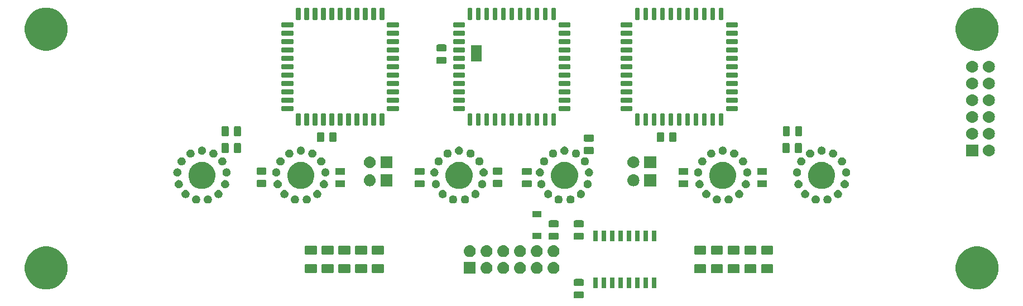
<source format=gbr>
G04 #@! TF.GenerationSoftware,KiCad,Pcbnew,(5.1.0-0)*
G04 #@! TF.CreationDate,2019-05-10T01:21:28-05:00*
G04 #@! TF.ProjectId,IN-16,494e2d31-362e-46b6-9963-61645f706362,rev?*
G04 #@! TF.SameCoordinates,Original*
G04 #@! TF.FileFunction,Soldermask,Bot*
G04 #@! TF.FilePolarity,Negative*
%FSLAX46Y46*%
G04 Gerber Fmt 4.6, Leading zero omitted, Abs format (unit mm)*
G04 Created by KiCad (PCBNEW (5.1.0-0)) date 2019-05-10 01:21:28*
%MOMM*%
%LPD*%
G04 APERTURE LIST*
%ADD10C,0.100000*%
G04 APERTURE END LIST*
D10*
G36*
X159486748Y-120393364D02*
G01*
X159525400Y-120405089D01*
X159561023Y-120424130D01*
X159592246Y-120449754D01*
X159617870Y-120480977D01*
X159636911Y-120516600D01*
X159648636Y-120555252D01*
X159653200Y-120601591D01*
X159653200Y-121252609D01*
X159648636Y-121298948D01*
X159636911Y-121337600D01*
X159617870Y-121373223D01*
X159592246Y-121404446D01*
X159561023Y-121430070D01*
X159525400Y-121449111D01*
X159486748Y-121460836D01*
X159440409Y-121465400D01*
X158364391Y-121465400D01*
X158318052Y-121460836D01*
X158279400Y-121449111D01*
X158243777Y-121430070D01*
X158212554Y-121404446D01*
X158186930Y-121373223D01*
X158167889Y-121337600D01*
X158156164Y-121298948D01*
X158151600Y-121252609D01*
X158151600Y-120601591D01*
X158156164Y-120555252D01*
X158167889Y-120516600D01*
X158186930Y-120480977D01*
X158212554Y-120449754D01*
X158243777Y-120424130D01*
X158279400Y-120405089D01*
X158318052Y-120393364D01*
X158364391Y-120388800D01*
X159440409Y-120388800D01*
X159486748Y-120393364D01*
X159486748Y-120393364D01*
G37*
G36*
X220277222Y-113714126D02*
G01*
X220855389Y-113953611D01*
X220868831Y-113959179D01*
X221401264Y-114314939D01*
X221854061Y-114767736D01*
X222192627Y-115274437D01*
X222209822Y-115300171D01*
X222454874Y-115891778D01*
X222579800Y-116519823D01*
X222579800Y-117160177D01*
X222454874Y-117788222D01*
X222331424Y-118086256D01*
X222209821Y-118379831D01*
X221854061Y-118912264D01*
X221401264Y-119365061D01*
X220868831Y-119720821D01*
X220868830Y-119720822D01*
X220868829Y-119720822D01*
X220277222Y-119965874D01*
X219649177Y-120090800D01*
X219008823Y-120090800D01*
X218380778Y-119965874D01*
X217789171Y-119720822D01*
X217789170Y-119720822D01*
X217789169Y-119720821D01*
X217256736Y-119365061D01*
X216803939Y-118912264D01*
X216448179Y-118379831D01*
X216326576Y-118086256D01*
X216203126Y-117788222D01*
X216078200Y-117160177D01*
X216078200Y-116519823D01*
X216203126Y-115891778D01*
X216448178Y-115300171D01*
X216465373Y-115274437D01*
X216803939Y-114767736D01*
X217256736Y-114314939D01*
X217789169Y-113959179D01*
X217802611Y-113953611D01*
X218380778Y-113714126D01*
X219008823Y-113589200D01*
X219649177Y-113589200D01*
X220277222Y-113714126D01*
X220277222Y-113714126D01*
G37*
G36*
X79053222Y-113714126D02*
G01*
X79631389Y-113953611D01*
X79644831Y-113959179D01*
X80177264Y-114314939D01*
X80630061Y-114767736D01*
X80968627Y-115274437D01*
X80985822Y-115300171D01*
X81230874Y-115891778D01*
X81355800Y-116519823D01*
X81355800Y-117160177D01*
X81230874Y-117788222D01*
X81107424Y-118086256D01*
X80985821Y-118379831D01*
X80630061Y-118912264D01*
X80177264Y-119365061D01*
X79644831Y-119720821D01*
X79644830Y-119720822D01*
X79644829Y-119720822D01*
X79053222Y-119965874D01*
X78425177Y-120090800D01*
X77784823Y-120090800D01*
X77156778Y-119965874D01*
X76565171Y-119720822D01*
X76565170Y-119720822D01*
X76565169Y-119720821D01*
X76032736Y-119365061D01*
X75579939Y-118912264D01*
X75224179Y-118379831D01*
X75102576Y-118086256D01*
X74979126Y-117788222D01*
X74854200Y-117160177D01*
X74854200Y-116519823D01*
X74979126Y-115891778D01*
X75224178Y-115300171D01*
X75241373Y-115274437D01*
X75579939Y-114767736D01*
X76032736Y-114314939D01*
X76565169Y-113959179D01*
X76578611Y-113953611D01*
X77156778Y-113714126D01*
X77784823Y-113589200D01*
X78425177Y-113589200D01*
X79053222Y-113714126D01*
X79053222Y-113714126D01*
G37*
G36*
X166873200Y-119895400D02*
G01*
X166171600Y-119895400D01*
X166171600Y-118293800D01*
X166873200Y-118293800D01*
X166873200Y-119895400D01*
X166873200Y-119895400D01*
G37*
G36*
X165603200Y-119895400D02*
G01*
X164901600Y-119895400D01*
X164901600Y-118293800D01*
X165603200Y-118293800D01*
X165603200Y-119895400D01*
X165603200Y-119895400D01*
G37*
G36*
X164333200Y-119895400D02*
G01*
X163631600Y-119895400D01*
X163631600Y-118293800D01*
X164333200Y-118293800D01*
X164333200Y-119895400D01*
X164333200Y-119895400D01*
G37*
G36*
X163063200Y-119895400D02*
G01*
X162361600Y-119895400D01*
X162361600Y-118293800D01*
X163063200Y-118293800D01*
X163063200Y-119895400D01*
X163063200Y-119895400D01*
G37*
G36*
X161793200Y-119895400D02*
G01*
X161091600Y-119895400D01*
X161091600Y-118293800D01*
X161793200Y-118293800D01*
X161793200Y-119895400D01*
X161793200Y-119895400D01*
G37*
G36*
X170683200Y-119895400D02*
G01*
X169981600Y-119895400D01*
X169981600Y-118293800D01*
X170683200Y-118293800D01*
X170683200Y-119895400D01*
X170683200Y-119895400D01*
G37*
G36*
X169413200Y-119895400D02*
G01*
X168711600Y-119895400D01*
X168711600Y-118293800D01*
X169413200Y-118293800D01*
X169413200Y-119895400D01*
X169413200Y-119895400D01*
G37*
G36*
X168143200Y-119895400D02*
G01*
X167441600Y-119895400D01*
X167441600Y-118293800D01*
X168143200Y-118293800D01*
X168143200Y-119895400D01*
X168143200Y-119895400D01*
G37*
G36*
X159486748Y-118518364D02*
G01*
X159525400Y-118530089D01*
X159561023Y-118549130D01*
X159592246Y-118574754D01*
X159617870Y-118605977D01*
X159636911Y-118641600D01*
X159648636Y-118680252D01*
X159653200Y-118726591D01*
X159653200Y-119377609D01*
X159648636Y-119423948D01*
X159636911Y-119462600D01*
X159617870Y-119498223D01*
X159592246Y-119529446D01*
X159561023Y-119555070D01*
X159525400Y-119574111D01*
X159486748Y-119585836D01*
X159440409Y-119590400D01*
X158364391Y-119590400D01*
X158318052Y-119585836D01*
X158279400Y-119574111D01*
X158243777Y-119555070D01*
X158212554Y-119529446D01*
X158186930Y-119498223D01*
X158167889Y-119462600D01*
X158156164Y-119423948D01*
X158151600Y-119377609D01*
X158151600Y-118726591D01*
X158156164Y-118680252D01*
X158167889Y-118641600D01*
X158186930Y-118605977D01*
X158212554Y-118574754D01*
X158243777Y-118549130D01*
X158279400Y-118530089D01*
X158318052Y-118518364D01*
X158364391Y-118513800D01*
X159440409Y-118513800D01*
X159486748Y-118518364D01*
X159486748Y-118518364D01*
G37*
G36*
X143267800Y-117740800D02*
G01*
X141466200Y-117740800D01*
X141466200Y-115939200D01*
X143267800Y-115939200D01*
X143267800Y-117740800D01*
X143267800Y-117740800D01*
G37*
G36*
X144995362Y-115943545D02*
G01*
X145083588Y-115952234D01*
X145253389Y-116003743D01*
X145253392Y-116003744D01*
X145409878Y-116087388D01*
X145547044Y-116199956D01*
X145659612Y-116337122D01*
X145743256Y-116493608D01*
X145743257Y-116493611D01*
X145794766Y-116663412D01*
X145812158Y-116840000D01*
X145794766Y-117016588D01*
X145783558Y-117053534D01*
X145743256Y-117186392D01*
X145659612Y-117342878D01*
X145547044Y-117480044D01*
X145409878Y-117592612D01*
X145253392Y-117676256D01*
X145253389Y-117676257D01*
X145083588Y-117727766D01*
X144995362Y-117736455D01*
X144951250Y-117740800D01*
X144862750Y-117740800D01*
X144818638Y-117736455D01*
X144730412Y-117727766D01*
X144560611Y-117676257D01*
X144560608Y-117676256D01*
X144404122Y-117592612D01*
X144266956Y-117480044D01*
X144154388Y-117342878D01*
X144070744Y-117186392D01*
X144030442Y-117053534D01*
X144019234Y-117016588D01*
X144001842Y-116840000D01*
X144019234Y-116663412D01*
X144070743Y-116493611D01*
X144070744Y-116493608D01*
X144154388Y-116337122D01*
X144266956Y-116199956D01*
X144404122Y-116087388D01*
X144560608Y-116003744D01*
X144560611Y-116003743D01*
X144730412Y-115952234D01*
X144818638Y-115943545D01*
X144862750Y-115939200D01*
X144951250Y-115939200D01*
X144995362Y-115943545D01*
X144995362Y-115943545D01*
G37*
G36*
X147535362Y-115943545D02*
G01*
X147623588Y-115952234D01*
X147793389Y-116003743D01*
X147793392Y-116003744D01*
X147949878Y-116087388D01*
X148087044Y-116199956D01*
X148199612Y-116337122D01*
X148283256Y-116493608D01*
X148283257Y-116493611D01*
X148334766Y-116663412D01*
X148352158Y-116840000D01*
X148334766Y-117016588D01*
X148323558Y-117053534D01*
X148283256Y-117186392D01*
X148199612Y-117342878D01*
X148087044Y-117480044D01*
X147949878Y-117592612D01*
X147793392Y-117676256D01*
X147793389Y-117676257D01*
X147623588Y-117727766D01*
X147535362Y-117736455D01*
X147491250Y-117740800D01*
X147402750Y-117740800D01*
X147358638Y-117736455D01*
X147270412Y-117727766D01*
X147100611Y-117676257D01*
X147100608Y-117676256D01*
X146944122Y-117592612D01*
X146806956Y-117480044D01*
X146694388Y-117342878D01*
X146610744Y-117186392D01*
X146570442Y-117053534D01*
X146559234Y-117016588D01*
X146541842Y-116840000D01*
X146559234Y-116663412D01*
X146610743Y-116493611D01*
X146610744Y-116493608D01*
X146694388Y-116337122D01*
X146806956Y-116199956D01*
X146944122Y-116087388D01*
X147100608Y-116003744D01*
X147100611Y-116003743D01*
X147270412Y-115952234D01*
X147358638Y-115943545D01*
X147402750Y-115939200D01*
X147491250Y-115939200D01*
X147535362Y-115943545D01*
X147535362Y-115943545D01*
G37*
G36*
X150075362Y-115943545D02*
G01*
X150163588Y-115952234D01*
X150333389Y-116003743D01*
X150333392Y-116003744D01*
X150489878Y-116087388D01*
X150627044Y-116199956D01*
X150739612Y-116337122D01*
X150823256Y-116493608D01*
X150823257Y-116493611D01*
X150874766Y-116663412D01*
X150892158Y-116840000D01*
X150874766Y-117016588D01*
X150863558Y-117053534D01*
X150823256Y-117186392D01*
X150739612Y-117342878D01*
X150627044Y-117480044D01*
X150489878Y-117592612D01*
X150333392Y-117676256D01*
X150333389Y-117676257D01*
X150163588Y-117727766D01*
X150075362Y-117736455D01*
X150031250Y-117740800D01*
X149942750Y-117740800D01*
X149898638Y-117736455D01*
X149810412Y-117727766D01*
X149640611Y-117676257D01*
X149640608Y-117676256D01*
X149484122Y-117592612D01*
X149346956Y-117480044D01*
X149234388Y-117342878D01*
X149150744Y-117186392D01*
X149110442Y-117053534D01*
X149099234Y-117016588D01*
X149081842Y-116840000D01*
X149099234Y-116663412D01*
X149150743Y-116493611D01*
X149150744Y-116493608D01*
X149234388Y-116337122D01*
X149346956Y-116199956D01*
X149484122Y-116087388D01*
X149640608Y-116003744D01*
X149640611Y-116003743D01*
X149810412Y-115952234D01*
X149898638Y-115943545D01*
X149942750Y-115939200D01*
X150031250Y-115939200D01*
X150075362Y-115943545D01*
X150075362Y-115943545D01*
G37*
G36*
X152615362Y-115943545D02*
G01*
X152703588Y-115952234D01*
X152873389Y-116003743D01*
X152873392Y-116003744D01*
X153029878Y-116087388D01*
X153167044Y-116199956D01*
X153279612Y-116337122D01*
X153363256Y-116493608D01*
X153363257Y-116493611D01*
X153414766Y-116663412D01*
X153432158Y-116840000D01*
X153414766Y-117016588D01*
X153403558Y-117053534D01*
X153363256Y-117186392D01*
X153279612Y-117342878D01*
X153167044Y-117480044D01*
X153029878Y-117592612D01*
X152873392Y-117676256D01*
X152873389Y-117676257D01*
X152703588Y-117727766D01*
X152615362Y-117736455D01*
X152571250Y-117740800D01*
X152482750Y-117740800D01*
X152438638Y-117736455D01*
X152350412Y-117727766D01*
X152180611Y-117676257D01*
X152180608Y-117676256D01*
X152024122Y-117592612D01*
X151886956Y-117480044D01*
X151774388Y-117342878D01*
X151690744Y-117186392D01*
X151650442Y-117053534D01*
X151639234Y-117016588D01*
X151621842Y-116840000D01*
X151639234Y-116663412D01*
X151690743Y-116493611D01*
X151690744Y-116493608D01*
X151774388Y-116337122D01*
X151886956Y-116199956D01*
X152024122Y-116087388D01*
X152180608Y-116003744D01*
X152180611Y-116003743D01*
X152350412Y-115952234D01*
X152438638Y-115943545D01*
X152482750Y-115939200D01*
X152571250Y-115939200D01*
X152615362Y-115943545D01*
X152615362Y-115943545D01*
G37*
G36*
X155155362Y-115943545D02*
G01*
X155243588Y-115952234D01*
X155413389Y-116003743D01*
X155413392Y-116003744D01*
X155569878Y-116087388D01*
X155707044Y-116199956D01*
X155819612Y-116337122D01*
X155903256Y-116493608D01*
X155903257Y-116493611D01*
X155954766Y-116663412D01*
X155972158Y-116840000D01*
X155954766Y-117016588D01*
X155943558Y-117053534D01*
X155903256Y-117186392D01*
X155819612Y-117342878D01*
X155707044Y-117480044D01*
X155569878Y-117592612D01*
X155413392Y-117676256D01*
X155413389Y-117676257D01*
X155243588Y-117727766D01*
X155155362Y-117736455D01*
X155111250Y-117740800D01*
X155022750Y-117740800D01*
X154978638Y-117736455D01*
X154890412Y-117727766D01*
X154720611Y-117676257D01*
X154720608Y-117676256D01*
X154564122Y-117592612D01*
X154426956Y-117480044D01*
X154314388Y-117342878D01*
X154230744Y-117186392D01*
X154190442Y-117053534D01*
X154179234Y-117016588D01*
X154161842Y-116840000D01*
X154179234Y-116663412D01*
X154230743Y-116493611D01*
X154230744Y-116493608D01*
X154314388Y-116337122D01*
X154426956Y-116199956D01*
X154564122Y-116087388D01*
X154720608Y-116003744D01*
X154720611Y-116003743D01*
X154890412Y-115952234D01*
X154978638Y-115943545D01*
X155022750Y-115939200D01*
X155111250Y-115939200D01*
X155155362Y-115943545D01*
X155155362Y-115943545D01*
G37*
G36*
X188245865Y-116273146D02*
G01*
X188282396Y-116284228D01*
X188316060Y-116302221D01*
X188345565Y-116326435D01*
X188369779Y-116355940D01*
X188387772Y-116389604D01*
X188398854Y-116426135D01*
X188403200Y-116470260D01*
X188403200Y-117418940D01*
X188398854Y-117463065D01*
X188387772Y-117499596D01*
X188369779Y-117533260D01*
X188345565Y-117562765D01*
X188316060Y-117586979D01*
X188282396Y-117604972D01*
X188245865Y-117616054D01*
X188201740Y-117620400D01*
X186753060Y-117620400D01*
X186708935Y-117616054D01*
X186672404Y-117604972D01*
X186638740Y-117586979D01*
X186609235Y-117562765D01*
X186585021Y-117533260D01*
X186567028Y-117499596D01*
X186555946Y-117463065D01*
X186551600Y-117418940D01*
X186551600Y-116470260D01*
X186555946Y-116426135D01*
X186567028Y-116389604D01*
X186585021Y-116355940D01*
X186609235Y-116326435D01*
X186638740Y-116302221D01*
X186672404Y-116284228D01*
X186708935Y-116273146D01*
X186753060Y-116268800D01*
X188201740Y-116268800D01*
X188245865Y-116273146D01*
X188245865Y-116273146D01*
G37*
G36*
X185705865Y-116273146D02*
G01*
X185742396Y-116284228D01*
X185776060Y-116302221D01*
X185805565Y-116326435D01*
X185829779Y-116355940D01*
X185847772Y-116389604D01*
X185858854Y-116426135D01*
X185863200Y-116470260D01*
X185863200Y-117418940D01*
X185858854Y-117463065D01*
X185847772Y-117499596D01*
X185829779Y-117533260D01*
X185805565Y-117562765D01*
X185776060Y-117586979D01*
X185742396Y-117604972D01*
X185705865Y-117616054D01*
X185661740Y-117620400D01*
X184213060Y-117620400D01*
X184168935Y-117616054D01*
X184132404Y-117604972D01*
X184098740Y-117586979D01*
X184069235Y-117562765D01*
X184045021Y-117533260D01*
X184027028Y-117499596D01*
X184015946Y-117463065D01*
X184011600Y-117418940D01*
X184011600Y-116470260D01*
X184015946Y-116426135D01*
X184027028Y-116389604D01*
X184045021Y-116355940D01*
X184069235Y-116326435D01*
X184098740Y-116302221D01*
X184132404Y-116284228D01*
X184168935Y-116273146D01*
X184213060Y-116268800D01*
X185661740Y-116268800D01*
X185705865Y-116273146D01*
X185705865Y-116273146D01*
G37*
G36*
X178085865Y-116273146D02*
G01*
X178122396Y-116284228D01*
X178156060Y-116302221D01*
X178185565Y-116326435D01*
X178209779Y-116355940D01*
X178227772Y-116389604D01*
X178238854Y-116426135D01*
X178243200Y-116470260D01*
X178243200Y-117418940D01*
X178238854Y-117463065D01*
X178227772Y-117499596D01*
X178209779Y-117533260D01*
X178185565Y-117562765D01*
X178156060Y-117586979D01*
X178122396Y-117604972D01*
X178085865Y-117616054D01*
X178041740Y-117620400D01*
X176593060Y-117620400D01*
X176548935Y-117616054D01*
X176512404Y-117604972D01*
X176478740Y-117586979D01*
X176449235Y-117562765D01*
X176425021Y-117533260D01*
X176407028Y-117499596D01*
X176395946Y-117463065D01*
X176391600Y-117418940D01*
X176391600Y-116470260D01*
X176395946Y-116426135D01*
X176407028Y-116389604D01*
X176425021Y-116355940D01*
X176449235Y-116326435D01*
X176478740Y-116302221D01*
X176512404Y-116284228D01*
X176548935Y-116273146D01*
X176593060Y-116268800D01*
X178041740Y-116268800D01*
X178085865Y-116273146D01*
X178085865Y-116273146D01*
G37*
G36*
X124110865Y-116273146D02*
G01*
X124147396Y-116284228D01*
X124181060Y-116302221D01*
X124210565Y-116326435D01*
X124234779Y-116355940D01*
X124252772Y-116389604D01*
X124263854Y-116426135D01*
X124268200Y-116470260D01*
X124268200Y-117418940D01*
X124263854Y-117463065D01*
X124252772Y-117499596D01*
X124234779Y-117533260D01*
X124210565Y-117562765D01*
X124181060Y-117586979D01*
X124147396Y-117604972D01*
X124110865Y-117616054D01*
X124066740Y-117620400D01*
X122618060Y-117620400D01*
X122573935Y-117616054D01*
X122537404Y-117604972D01*
X122503740Y-117586979D01*
X122474235Y-117562765D01*
X122450021Y-117533260D01*
X122432028Y-117499596D01*
X122420946Y-117463065D01*
X122416600Y-117418940D01*
X122416600Y-116470260D01*
X122420946Y-116426135D01*
X122432028Y-116389604D01*
X122450021Y-116355940D01*
X122474235Y-116326435D01*
X122503740Y-116302221D01*
X122537404Y-116284228D01*
X122573935Y-116273146D01*
X122618060Y-116268800D01*
X124066740Y-116268800D01*
X124110865Y-116273146D01*
X124110865Y-116273146D01*
G37*
G36*
X180625865Y-116273146D02*
G01*
X180662396Y-116284228D01*
X180696060Y-116302221D01*
X180725565Y-116326435D01*
X180749779Y-116355940D01*
X180767772Y-116389604D01*
X180778854Y-116426135D01*
X180783200Y-116470260D01*
X180783200Y-117418940D01*
X180778854Y-117463065D01*
X180767772Y-117499596D01*
X180749779Y-117533260D01*
X180725565Y-117562765D01*
X180696060Y-117586979D01*
X180662396Y-117604972D01*
X180625865Y-117616054D01*
X180581740Y-117620400D01*
X179133060Y-117620400D01*
X179088935Y-117616054D01*
X179052404Y-117604972D01*
X179018740Y-117586979D01*
X178989235Y-117562765D01*
X178965021Y-117533260D01*
X178947028Y-117499596D01*
X178935946Y-117463065D01*
X178931600Y-117418940D01*
X178931600Y-116470260D01*
X178935946Y-116426135D01*
X178947028Y-116389604D01*
X178965021Y-116355940D01*
X178989235Y-116326435D01*
X179018740Y-116302221D01*
X179052404Y-116284228D01*
X179088935Y-116273146D01*
X179133060Y-116268800D01*
X180581740Y-116268800D01*
X180625865Y-116273146D01*
X180625865Y-116273146D01*
G37*
G36*
X129190865Y-116273146D02*
G01*
X129227396Y-116284228D01*
X129261060Y-116302221D01*
X129290565Y-116326435D01*
X129314779Y-116355940D01*
X129332772Y-116389604D01*
X129343854Y-116426135D01*
X129348200Y-116470260D01*
X129348200Y-117418940D01*
X129343854Y-117463065D01*
X129332772Y-117499596D01*
X129314779Y-117533260D01*
X129290565Y-117562765D01*
X129261060Y-117586979D01*
X129227396Y-117604972D01*
X129190865Y-117616054D01*
X129146740Y-117620400D01*
X127698060Y-117620400D01*
X127653935Y-117616054D01*
X127617404Y-117604972D01*
X127583740Y-117586979D01*
X127554235Y-117562765D01*
X127530021Y-117533260D01*
X127512028Y-117499596D01*
X127500946Y-117463065D01*
X127496600Y-117418940D01*
X127496600Y-116470260D01*
X127500946Y-116426135D01*
X127512028Y-116389604D01*
X127530021Y-116355940D01*
X127554235Y-116326435D01*
X127583740Y-116302221D01*
X127617404Y-116284228D01*
X127653935Y-116273146D01*
X127698060Y-116268800D01*
X129146740Y-116268800D01*
X129190865Y-116273146D01*
X129190865Y-116273146D01*
G37*
G36*
X121570865Y-116273146D02*
G01*
X121607396Y-116284228D01*
X121641060Y-116302221D01*
X121670565Y-116326435D01*
X121694779Y-116355940D01*
X121712772Y-116389604D01*
X121723854Y-116426135D01*
X121728200Y-116470260D01*
X121728200Y-117418940D01*
X121723854Y-117463065D01*
X121712772Y-117499596D01*
X121694779Y-117533260D01*
X121670565Y-117562765D01*
X121641060Y-117586979D01*
X121607396Y-117604972D01*
X121570865Y-117616054D01*
X121526740Y-117620400D01*
X120078060Y-117620400D01*
X120033935Y-117616054D01*
X119997404Y-117604972D01*
X119963740Y-117586979D01*
X119934235Y-117562765D01*
X119910021Y-117533260D01*
X119892028Y-117499596D01*
X119880946Y-117463065D01*
X119876600Y-117418940D01*
X119876600Y-116470260D01*
X119880946Y-116426135D01*
X119892028Y-116389604D01*
X119910021Y-116355940D01*
X119934235Y-116326435D01*
X119963740Y-116302221D01*
X119997404Y-116284228D01*
X120033935Y-116273146D01*
X120078060Y-116268800D01*
X121526740Y-116268800D01*
X121570865Y-116273146D01*
X121570865Y-116273146D01*
G37*
G36*
X119030865Y-116273146D02*
G01*
X119067396Y-116284228D01*
X119101060Y-116302221D01*
X119130565Y-116326435D01*
X119154779Y-116355940D01*
X119172772Y-116389604D01*
X119183854Y-116426135D01*
X119188200Y-116470260D01*
X119188200Y-117418940D01*
X119183854Y-117463065D01*
X119172772Y-117499596D01*
X119154779Y-117533260D01*
X119130565Y-117562765D01*
X119101060Y-117586979D01*
X119067396Y-117604972D01*
X119030865Y-117616054D01*
X118986740Y-117620400D01*
X117538060Y-117620400D01*
X117493935Y-117616054D01*
X117457404Y-117604972D01*
X117423740Y-117586979D01*
X117394235Y-117562765D01*
X117370021Y-117533260D01*
X117352028Y-117499596D01*
X117340946Y-117463065D01*
X117336600Y-117418940D01*
X117336600Y-116470260D01*
X117340946Y-116426135D01*
X117352028Y-116389604D01*
X117370021Y-116355940D01*
X117394235Y-116326435D01*
X117423740Y-116302221D01*
X117457404Y-116284228D01*
X117493935Y-116273146D01*
X117538060Y-116268800D01*
X118986740Y-116268800D01*
X119030865Y-116273146D01*
X119030865Y-116273146D01*
G37*
G36*
X183165865Y-116273146D02*
G01*
X183202396Y-116284228D01*
X183236060Y-116302221D01*
X183265565Y-116326435D01*
X183289779Y-116355940D01*
X183307772Y-116389604D01*
X183318854Y-116426135D01*
X183323200Y-116470260D01*
X183323200Y-117418940D01*
X183318854Y-117463065D01*
X183307772Y-117499596D01*
X183289779Y-117533260D01*
X183265565Y-117562765D01*
X183236060Y-117586979D01*
X183202396Y-117604972D01*
X183165865Y-117616054D01*
X183121740Y-117620400D01*
X181673060Y-117620400D01*
X181628935Y-117616054D01*
X181592404Y-117604972D01*
X181558740Y-117586979D01*
X181529235Y-117562765D01*
X181505021Y-117533260D01*
X181487028Y-117499596D01*
X181475946Y-117463065D01*
X181471600Y-117418940D01*
X181471600Y-116470260D01*
X181475946Y-116426135D01*
X181487028Y-116389604D01*
X181505021Y-116355940D01*
X181529235Y-116326435D01*
X181558740Y-116302221D01*
X181592404Y-116284228D01*
X181628935Y-116273146D01*
X181673060Y-116268800D01*
X183121740Y-116268800D01*
X183165865Y-116273146D01*
X183165865Y-116273146D01*
G37*
G36*
X126650865Y-116273146D02*
G01*
X126687396Y-116284228D01*
X126721060Y-116302221D01*
X126750565Y-116326435D01*
X126774779Y-116355940D01*
X126792772Y-116389604D01*
X126803854Y-116426135D01*
X126808200Y-116470260D01*
X126808200Y-117418940D01*
X126803854Y-117463065D01*
X126792772Y-117499596D01*
X126774779Y-117533260D01*
X126750565Y-117562765D01*
X126721060Y-117586979D01*
X126687396Y-117604972D01*
X126650865Y-117616054D01*
X126606740Y-117620400D01*
X125158060Y-117620400D01*
X125113935Y-117616054D01*
X125077404Y-117604972D01*
X125043740Y-117586979D01*
X125014235Y-117562765D01*
X124990021Y-117533260D01*
X124972028Y-117499596D01*
X124960946Y-117463065D01*
X124956600Y-117418940D01*
X124956600Y-116470260D01*
X124960946Y-116426135D01*
X124972028Y-116389604D01*
X124990021Y-116355940D01*
X125014235Y-116326435D01*
X125043740Y-116302221D01*
X125077404Y-116284228D01*
X125113935Y-116273146D01*
X125158060Y-116268800D01*
X126606740Y-116268800D01*
X126650865Y-116273146D01*
X126650865Y-116273146D01*
G37*
G36*
X155155362Y-113403545D02*
G01*
X155243588Y-113412234D01*
X155413389Y-113463743D01*
X155413392Y-113463744D01*
X155569878Y-113547388D01*
X155707044Y-113659956D01*
X155819612Y-113797122D01*
X155903256Y-113953608D01*
X155903257Y-113953611D01*
X155954766Y-114123412D01*
X155972158Y-114300000D01*
X155954766Y-114476588D01*
X155903257Y-114646389D01*
X155903256Y-114646392D01*
X155819612Y-114802878D01*
X155707044Y-114940044D01*
X155569878Y-115052612D01*
X155413392Y-115136256D01*
X155413389Y-115136257D01*
X155243588Y-115187766D01*
X155155362Y-115196455D01*
X155111250Y-115200800D01*
X155022750Y-115200800D01*
X154978638Y-115196455D01*
X154890412Y-115187766D01*
X154720611Y-115136257D01*
X154720608Y-115136256D01*
X154564122Y-115052612D01*
X154426956Y-114940044D01*
X154314388Y-114802878D01*
X154230744Y-114646392D01*
X154230743Y-114646389D01*
X154179234Y-114476588D01*
X154161842Y-114300000D01*
X154179234Y-114123412D01*
X154230743Y-113953611D01*
X154230744Y-113953608D01*
X154314388Y-113797122D01*
X154426956Y-113659956D01*
X154564122Y-113547388D01*
X154720608Y-113463744D01*
X154720611Y-113463743D01*
X154890412Y-113412234D01*
X154978638Y-113403545D01*
X155022750Y-113399200D01*
X155111250Y-113399200D01*
X155155362Y-113403545D01*
X155155362Y-113403545D01*
G37*
G36*
X152615362Y-113403545D02*
G01*
X152703588Y-113412234D01*
X152873389Y-113463743D01*
X152873392Y-113463744D01*
X153029878Y-113547388D01*
X153167044Y-113659956D01*
X153279612Y-113797122D01*
X153363256Y-113953608D01*
X153363257Y-113953611D01*
X153414766Y-114123412D01*
X153432158Y-114300000D01*
X153414766Y-114476588D01*
X153363257Y-114646389D01*
X153363256Y-114646392D01*
X153279612Y-114802878D01*
X153167044Y-114940044D01*
X153029878Y-115052612D01*
X152873392Y-115136256D01*
X152873389Y-115136257D01*
X152703588Y-115187766D01*
X152615362Y-115196455D01*
X152571250Y-115200800D01*
X152482750Y-115200800D01*
X152438638Y-115196455D01*
X152350412Y-115187766D01*
X152180611Y-115136257D01*
X152180608Y-115136256D01*
X152024122Y-115052612D01*
X151886956Y-114940044D01*
X151774388Y-114802878D01*
X151690744Y-114646392D01*
X151690743Y-114646389D01*
X151639234Y-114476588D01*
X151621842Y-114300000D01*
X151639234Y-114123412D01*
X151690743Y-113953611D01*
X151690744Y-113953608D01*
X151774388Y-113797122D01*
X151886956Y-113659956D01*
X152024122Y-113547388D01*
X152180608Y-113463744D01*
X152180611Y-113463743D01*
X152350412Y-113412234D01*
X152438638Y-113403545D01*
X152482750Y-113399200D01*
X152571250Y-113399200D01*
X152615362Y-113403545D01*
X152615362Y-113403545D01*
G37*
G36*
X150075362Y-113403545D02*
G01*
X150163588Y-113412234D01*
X150333389Y-113463743D01*
X150333392Y-113463744D01*
X150489878Y-113547388D01*
X150627044Y-113659956D01*
X150739612Y-113797122D01*
X150823256Y-113953608D01*
X150823257Y-113953611D01*
X150874766Y-114123412D01*
X150892158Y-114300000D01*
X150874766Y-114476588D01*
X150823257Y-114646389D01*
X150823256Y-114646392D01*
X150739612Y-114802878D01*
X150627044Y-114940044D01*
X150489878Y-115052612D01*
X150333392Y-115136256D01*
X150333389Y-115136257D01*
X150163588Y-115187766D01*
X150075362Y-115196455D01*
X150031250Y-115200800D01*
X149942750Y-115200800D01*
X149898638Y-115196455D01*
X149810412Y-115187766D01*
X149640611Y-115136257D01*
X149640608Y-115136256D01*
X149484122Y-115052612D01*
X149346956Y-114940044D01*
X149234388Y-114802878D01*
X149150744Y-114646392D01*
X149150743Y-114646389D01*
X149099234Y-114476588D01*
X149081842Y-114300000D01*
X149099234Y-114123412D01*
X149150743Y-113953611D01*
X149150744Y-113953608D01*
X149234388Y-113797122D01*
X149346956Y-113659956D01*
X149484122Y-113547388D01*
X149640608Y-113463744D01*
X149640611Y-113463743D01*
X149810412Y-113412234D01*
X149898638Y-113403545D01*
X149942750Y-113399200D01*
X150031250Y-113399200D01*
X150075362Y-113403545D01*
X150075362Y-113403545D01*
G37*
G36*
X147535362Y-113403545D02*
G01*
X147623588Y-113412234D01*
X147793389Y-113463743D01*
X147793392Y-113463744D01*
X147949878Y-113547388D01*
X148087044Y-113659956D01*
X148199612Y-113797122D01*
X148283256Y-113953608D01*
X148283257Y-113953611D01*
X148334766Y-114123412D01*
X148352158Y-114300000D01*
X148334766Y-114476588D01*
X148283257Y-114646389D01*
X148283256Y-114646392D01*
X148199612Y-114802878D01*
X148087044Y-114940044D01*
X147949878Y-115052612D01*
X147793392Y-115136256D01*
X147793389Y-115136257D01*
X147623588Y-115187766D01*
X147535362Y-115196455D01*
X147491250Y-115200800D01*
X147402750Y-115200800D01*
X147358638Y-115196455D01*
X147270412Y-115187766D01*
X147100611Y-115136257D01*
X147100608Y-115136256D01*
X146944122Y-115052612D01*
X146806956Y-114940044D01*
X146694388Y-114802878D01*
X146610744Y-114646392D01*
X146610743Y-114646389D01*
X146559234Y-114476588D01*
X146541842Y-114300000D01*
X146559234Y-114123412D01*
X146610743Y-113953611D01*
X146610744Y-113953608D01*
X146694388Y-113797122D01*
X146806956Y-113659956D01*
X146944122Y-113547388D01*
X147100608Y-113463744D01*
X147100611Y-113463743D01*
X147270412Y-113412234D01*
X147358638Y-113403545D01*
X147402750Y-113399200D01*
X147491250Y-113399200D01*
X147535362Y-113403545D01*
X147535362Y-113403545D01*
G37*
G36*
X144995362Y-113403545D02*
G01*
X145083588Y-113412234D01*
X145253389Y-113463743D01*
X145253392Y-113463744D01*
X145409878Y-113547388D01*
X145547044Y-113659956D01*
X145659612Y-113797122D01*
X145743256Y-113953608D01*
X145743257Y-113953611D01*
X145794766Y-114123412D01*
X145812158Y-114300000D01*
X145794766Y-114476588D01*
X145743257Y-114646389D01*
X145743256Y-114646392D01*
X145659612Y-114802878D01*
X145547044Y-114940044D01*
X145409878Y-115052612D01*
X145253392Y-115136256D01*
X145253389Y-115136257D01*
X145083588Y-115187766D01*
X144995362Y-115196455D01*
X144951250Y-115200800D01*
X144862750Y-115200800D01*
X144818638Y-115196455D01*
X144730412Y-115187766D01*
X144560611Y-115136257D01*
X144560608Y-115136256D01*
X144404122Y-115052612D01*
X144266956Y-114940044D01*
X144154388Y-114802878D01*
X144070744Y-114646392D01*
X144070743Y-114646389D01*
X144019234Y-114476588D01*
X144001842Y-114300000D01*
X144019234Y-114123412D01*
X144070743Y-113953611D01*
X144070744Y-113953608D01*
X144154388Y-113797122D01*
X144266956Y-113659956D01*
X144404122Y-113547388D01*
X144560608Y-113463744D01*
X144560611Y-113463743D01*
X144730412Y-113412234D01*
X144818638Y-113403545D01*
X144862750Y-113399200D01*
X144951250Y-113399200D01*
X144995362Y-113403545D01*
X144995362Y-113403545D01*
G37*
G36*
X142455362Y-113403545D02*
G01*
X142543588Y-113412234D01*
X142713389Y-113463743D01*
X142713392Y-113463744D01*
X142869878Y-113547388D01*
X143007044Y-113659956D01*
X143119612Y-113797122D01*
X143203256Y-113953608D01*
X143203257Y-113953611D01*
X143254766Y-114123412D01*
X143272158Y-114300000D01*
X143254766Y-114476588D01*
X143203257Y-114646389D01*
X143203256Y-114646392D01*
X143119612Y-114802878D01*
X143007044Y-114940044D01*
X142869878Y-115052612D01*
X142713392Y-115136256D01*
X142713389Y-115136257D01*
X142543588Y-115187766D01*
X142455362Y-115196455D01*
X142411250Y-115200800D01*
X142322750Y-115200800D01*
X142278638Y-115196455D01*
X142190412Y-115187766D01*
X142020611Y-115136257D01*
X142020608Y-115136256D01*
X141864122Y-115052612D01*
X141726956Y-114940044D01*
X141614388Y-114802878D01*
X141530744Y-114646392D01*
X141530743Y-114646389D01*
X141479234Y-114476588D01*
X141461842Y-114300000D01*
X141479234Y-114123412D01*
X141530743Y-113953611D01*
X141530744Y-113953608D01*
X141614388Y-113797122D01*
X141726956Y-113659956D01*
X141864122Y-113547388D01*
X142020608Y-113463744D01*
X142020611Y-113463743D01*
X142190412Y-113412234D01*
X142278638Y-113403545D01*
X142322750Y-113399200D01*
X142411250Y-113399200D01*
X142455362Y-113403545D01*
X142455362Y-113403545D01*
G37*
G36*
X180625865Y-113473146D02*
G01*
X180662396Y-113484228D01*
X180696060Y-113502221D01*
X180725565Y-113526435D01*
X180749779Y-113555940D01*
X180767772Y-113589604D01*
X180778854Y-113626135D01*
X180783200Y-113670260D01*
X180783200Y-114618940D01*
X180778854Y-114663065D01*
X180767772Y-114699596D01*
X180749779Y-114733260D01*
X180725565Y-114762765D01*
X180696060Y-114786979D01*
X180662396Y-114804972D01*
X180625865Y-114816054D01*
X180581740Y-114820400D01*
X179133060Y-114820400D01*
X179088935Y-114816054D01*
X179052404Y-114804972D01*
X179018740Y-114786979D01*
X178989235Y-114762765D01*
X178965021Y-114733260D01*
X178947028Y-114699596D01*
X178935946Y-114663065D01*
X178931600Y-114618940D01*
X178931600Y-113670260D01*
X178935946Y-113626135D01*
X178947028Y-113589604D01*
X178965021Y-113555940D01*
X178989235Y-113526435D01*
X179018740Y-113502221D01*
X179052404Y-113484228D01*
X179088935Y-113473146D01*
X179133060Y-113468800D01*
X180581740Y-113468800D01*
X180625865Y-113473146D01*
X180625865Y-113473146D01*
G37*
G36*
X119030865Y-113473146D02*
G01*
X119067396Y-113484228D01*
X119101060Y-113502221D01*
X119130565Y-113526435D01*
X119154779Y-113555940D01*
X119172772Y-113589604D01*
X119183854Y-113626135D01*
X119188200Y-113670260D01*
X119188200Y-114618940D01*
X119183854Y-114663065D01*
X119172772Y-114699596D01*
X119154779Y-114733260D01*
X119130565Y-114762765D01*
X119101060Y-114786979D01*
X119067396Y-114804972D01*
X119030865Y-114816054D01*
X118986740Y-114820400D01*
X117538060Y-114820400D01*
X117493935Y-114816054D01*
X117457404Y-114804972D01*
X117423740Y-114786979D01*
X117394235Y-114762765D01*
X117370021Y-114733260D01*
X117352028Y-114699596D01*
X117340946Y-114663065D01*
X117336600Y-114618940D01*
X117336600Y-113670260D01*
X117340946Y-113626135D01*
X117352028Y-113589604D01*
X117370021Y-113555940D01*
X117394235Y-113526435D01*
X117423740Y-113502221D01*
X117457404Y-113484228D01*
X117493935Y-113473146D01*
X117538060Y-113468800D01*
X118986740Y-113468800D01*
X119030865Y-113473146D01*
X119030865Y-113473146D01*
G37*
G36*
X188245865Y-113473146D02*
G01*
X188282396Y-113484228D01*
X188316060Y-113502221D01*
X188345565Y-113526435D01*
X188369779Y-113555940D01*
X188387772Y-113589604D01*
X188398854Y-113626135D01*
X188403200Y-113670260D01*
X188403200Y-114618940D01*
X188398854Y-114663065D01*
X188387772Y-114699596D01*
X188369779Y-114733260D01*
X188345565Y-114762765D01*
X188316060Y-114786979D01*
X188282396Y-114804972D01*
X188245865Y-114816054D01*
X188201740Y-114820400D01*
X186753060Y-114820400D01*
X186708935Y-114816054D01*
X186672404Y-114804972D01*
X186638740Y-114786979D01*
X186609235Y-114762765D01*
X186585021Y-114733260D01*
X186567028Y-114699596D01*
X186555946Y-114663065D01*
X186551600Y-114618940D01*
X186551600Y-113670260D01*
X186555946Y-113626135D01*
X186567028Y-113589604D01*
X186585021Y-113555940D01*
X186609235Y-113526435D01*
X186638740Y-113502221D01*
X186672404Y-113484228D01*
X186708935Y-113473146D01*
X186753060Y-113468800D01*
X188201740Y-113468800D01*
X188245865Y-113473146D01*
X188245865Y-113473146D01*
G37*
G36*
X185705865Y-113473146D02*
G01*
X185742396Y-113484228D01*
X185776060Y-113502221D01*
X185805565Y-113526435D01*
X185829779Y-113555940D01*
X185847772Y-113589604D01*
X185858854Y-113626135D01*
X185863200Y-113670260D01*
X185863200Y-114618940D01*
X185858854Y-114663065D01*
X185847772Y-114699596D01*
X185829779Y-114733260D01*
X185805565Y-114762765D01*
X185776060Y-114786979D01*
X185742396Y-114804972D01*
X185705865Y-114816054D01*
X185661740Y-114820400D01*
X184213060Y-114820400D01*
X184168935Y-114816054D01*
X184132404Y-114804972D01*
X184098740Y-114786979D01*
X184069235Y-114762765D01*
X184045021Y-114733260D01*
X184027028Y-114699596D01*
X184015946Y-114663065D01*
X184011600Y-114618940D01*
X184011600Y-113670260D01*
X184015946Y-113626135D01*
X184027028Y-113589604D01*
X184045021Y-113555940D01*
X184069235Y-113526435D01*
X184098740Y-113502221D01*
X184132404Y-113484228D01*
X184168935Y-113473146D01*
X184213060Y-113468800D01*
X185661740Y-113468800D01*
X185705865Y-113473146D01*
X185705865Y-113473146D01*
G37*
G36*
X183165865Y-113473146D02*
G01*
X183202396Y-113484228D01*
X183236060Y-113502221D01*
X183265565Y-113526435D01*
X183289779Y-113555940D01*
X183307772Y-113589604D01*
X183318854Y-113626135D01*
X183323200Y-113670260D01*
X183323200Y-114618940D01*
X183318854Y-114663065D01*
X183307772Y-114699596D01*
X183289779Y-114733260D01*
X183265565Y-114762765D01*
X183236060Y-114786979D01*
X183202396Y-114804972D01*
X183165865Y-114816054D01*
X183121740Y-114820400D01*
X181673060Y-114820400D01*
X181628935Y-114816054D01*
X181592404Y-114804972D01*
X181558740Y-114786979D01*
X181529235Y-114762765D01*
X181505021Y-114733260D01*
X181487028Y-114699596D01*
X181475946Y-114663065D01*
X181471600Y-114618940D01*
X181471600Y-113670260D01*
X181475946Y-113626135D01*
X181487028Y-113589604D01*
X181505021Y-113555940D01*
X181529235Y-113526435D01*
X181558740Y-113502221D01*
X181592404Y-113484228D01*
X181628935Y-113473146D01*
X181673060Y-113468800D01*
X183121740Y-113468800D01*
X183165865Y-113473146D01*
X183165865Y-113473146D01*
G37*
G36*
X178085865Y-113473146D02*
G01*
X178122396Y-113484228D01*
X178156060Y-113502221D01*
X178185565Y-113526435D01*
X178209779Y-113555940D01*
X178227772Y-113589604D01*
X178238854Y-113626135D01*
X178243200Y-113670260D01*
X178243200Y-114618940D01*
X178238854Y-114663065D01*
X178227772Y-114699596D01*
X178209779Y-114733260D01*
X178185565Y-114762765D01*
X178156060Y-114786979D01*
X178122396Y-114804972D01*
X178085865Y-114816054D01*
X178041740Y-114820400D01*
X176593060Y-114820400D01*
X176548935Y-114816054D01*
X176512404Y-114804972D01*
X176478740Y-114786979D01*
X176449235Y-114762765D01*
X176425021Y-114733260D01*
X176407028Y-114699596D01*
X176395946Y-114663065D01*
X176391600Y-114618940D01*
X176391600Y-113670260D01*
X176395946Y-113626135D01*
X176407028Y-113589604D01*
X176425021Y-113555940D01*
X176449235Y-113526435D01*
X176478740Y-113502221D01*
X176512404Y-113484228D01*
X176548935Y-113473146D01*
X176593060Y-113468800D01*
X178041740Y-113468800D01*
X178085865Y-113473146D01*
X178085865Y-113473146D01*
G37*
G36*
X124110865Y-113473146D02*
G01*
X124147396Y-113484228D01*
X124181060Y-113502221D01*
X124210565Y-113526435D01*
X124234779Y-113555940D01*
X124252772Y-113589604D01*
X124263854Y-113626135D01*
X124268200Y-113670260D01*
X124268200Y-114618940D01*
X124263854Y-114663065D01*
X124252772Y-114699596D01*
X124234779Y-114733260D01*
X124210565Y-114762765D01*
X124181060Y-114786979D01*
X124147396Y-114804972D01*
X124110865Y-114816054D01*
X124066740Y-114820400D01*
X122618060Y-114820400D01*
X122573935Y-114816054D01*
X122537404Y-114804972D01*
X122503740Y-114786979D01*
X122474235Y-114762765D01*
X122450021Y-114733260D01*
X122432028Y-114699596D01*
X122420946Y-114663065D01*
X122416600Y-114618940D01*
X122416600Y-113670260D01*
X122420946Y-113626135D01*
X122432028Y-113589604D01*
X122450021Y-113555940D01*
X122474235Y-113526435D01*
X122503740Y-113502221D01*
X122537404Y-113484228D01*
X122573935Y-113473146D01*
X122618060Y-113468800D01*
X124066740Y-113468800D01*
X124110865Y-113473146D01*
X124110865Y-113473146D01*
G37*
G36*
X129190865Y-113473146D02*
G01*
X129227396Y-113484228D01*
X129261060Y-113502221D01*
X129290565Y-113526435D01*
X129314779Y-113555940D01*
X129332772Y-113589604D01*
X129343854Y-113626135D01*
X129348200Y-113670260D01*
X129348200Y-114618940D01*
X129343854Y-114663065D01*
X129332772Y-114699596D01*
X129314779Y-114733260D01*
X129290565Y-114762765D01*
X129261060Y-114786979D01*
X129227396Y-114804972D01*
X129190865Y-114816054D01*
X129146740Y-114820400D01*
X127698060Y-114820400D01*
X127653935Y-114816054D01*
X127617404Y-114804972D01*
X127583740Y-114786979D01*
X127554235Y-114762765D01*
X127530021Y-114733260D01*
X127512028Y-114699596D01*
X127500946Y-114663065D01*
X127496600Y-114618940D01*
X127496600Y-113670260D01*
X127500946Y-113626135D01*
X127512028Y-113589604D01*
X127530021Y-113555940D01*
X127554235Y-113526435D01*
X127583740Y-113502221D01*
X127617404Y-113484228D01*
X127653935Y-113473146D01*
X127698060Y-113468800D01*
X129146740Y-113468800D01*
X129190865Y-113473146D01*
X129190865Y-113473146D01*
G37*
G36*
X126650865Y-113473146D02*
G01*
X126687396Y-113484228D01*
X126721060Y-113502221D01*
X126750565Y-113526435D01*
X126774779Y-113555940D01*
X126792772Y-113589604D01*
X126803854Y-113626135D01*
X126808200Y-113670260D01*
X126808200Y-114618940D01*
X126803854Y-114663065D01*
X126792772Y-114699596D01*
X126774779Y-114733260D01*
X126750565Y-114762765D01*
X126721060Y-114786979D01*
X126687396Y-114804972D01*
X126650865Y-114816054D01*
X126606740Y-114820400D01*
X125158060Y-114820400D01*
X125113935Y-114816054D01*
X125077404Y-114804972D01*
X125043740Y-114786979D01*
X125014235Y-114762765D01*
X124990021Y-114733260D01*
X124972028Y-114699596D01*
X124960946Y-114663065D01*
X124956600Y-114618940D01*
X124956600Y-113670260D01*
X124960946Y-113626135D01*
X124972028Y-113589604D01*
X124990021Y-113555940D01*
X125014235Y-113526435D01*
X125043740Y-113502221D01*
X125077404Y-113484228D01*
X125113935Y-113473146D01*
X125158060Y-113468800D01*
X126606740Y-113468800D01*
X126650865Y-113473146D01*
X126650865Y-113473146D01*
G37*
G36*
X121570865Y-113473146D02*
G01*
X121607396Y-113484228D01*
X121641060Y-113502221D01*
X121670565Y-113526435D01*
X121694779Y-113555940D01*
X121712772Y-113589604D01*
X121723854Y-113626135D01*
X121728200Y-113670260D01*
X121728200Y-114618940D01*
X121723854Y-114663065D01*
X121712772Y-114699596D01*
X121694779Y-114733260D01*
X121670565Y-114762765D01*
X121641060Y-114786979D01*
X121607396Y-114804972D01*
X121570865Y-114816054D01*
X121526740Y-114820400D01*
X120078060Y-114820400D01*
X120033935Y-114816054D01*
X119997404Y-114804972D01*
X119963740Y-114786979D01*
X119934235Y-114762765D01*
X119910021Y-114733260D01*
X119892028Y-114699596D01*
X119880946Y-114663065D01*
X119876600Y-114618940D01*
X119876600Y-113670260D01*
X119880946Y-113626135D01*
X119892028Y-113589604D01*
X119910021Y-113555940D01*
X119934235Y-113526435D01*
X119963740Y-113502221D01*
X119997404Y-113484228D01*
X120033935Y-113473146D01*
X120078060Y-113468800D01*
X121526740Y-113468800D01*
X121570865Y-113473146D01*
X121570865Y-113473146D01*
G37*
G36*
X170683200Y-112795400D02*
G01*
X169981600Y-112795400D01*
X169981600Y-111193800D01*
X170683200Y-111193800D01*
X170683200Y-112795400D01*
X170683200Y-112795400D01*
G37*
G36*
X169413200Y-112795400D02*
G01*
X168711600Y-112795400D01*
X168711600Y-111193800D01*
X169413200Y-111193800D01*
X169413200Y-112795400D01*
X169413200Y-112795400D01*
G37*
G36*
X161793200Y-112795400D02*
G01*
X161091600Y-112795400D01*
X161091600Y-111193800D01*
X161793200Y-111193800D01*
X161793200Y-112795400D01*
X161793200Y-112795400D01*
G37*
G36*
X163063200Y-112795400D02*
G01*
X162361600Y-112795400D01*
X162361600Y-111193800D01*
X163063200Y-111193800D01*
X163063200Y-112795400D01*
X163063200Y-112795400D01*
G37*
G36*
X164333200Y-112795400D02*
G01*
X163631600Y-112795400D01*
X163631600Y-111193800D01*
X164333200Y-111193800D01*
X164333200Y-112795400D01*
X164333200Y-112795400D01*
G37*
G36*
X165603200Y-112795400D02*
G01*
X164901600Y-112795400D01*
X164901600Y-111193800D01*
X165603200Y-111193800D01*
X165603200Y-112795400D01*
X165603200Y-112795400D01*
G37*
G36*
X166873200Y-112795400D02*
G01*
X166171600Y-112795400D01*
X166171600Y-111193800D01*
X166873200Y-111193800D01*
X166873200Y-112795400D01*
X166873200Y-112795400D01*
G37*
G36*
X168143200Y-112795400D02*
G01*
X167441600Y-112795400D01*
X167441600Y-111193800D01*
X168143200Y-111193800D01*
X168143200Y-112795400D01*
X168143200Y-112795400D01*
G37*
G36*
X155676748Y-111503364D02*
G01*
X155715400Y-111515089D01*
X155751023Y-111534130D01*
X155782246Y-111559754D01*
X155807870Y-111590977D01*
X155826911Y-111626600D01*
X155838636Y-111665252D01*
X155843200Y-111711591D01*
X155843200Y-112362609D01*
X155838636Y-112408948D01*
X155826911Y-112447600D01*
X155807870Y-112483223D01*
X155782246Y-112514446D01*
X155751023Y-112540070D01*
X155715400Y-112559111D01*
X155676748Y-112570836D01*
X155630409Y-112575400D01*
X154554391Y-112575400D01*
X154508052Y-112570836D01*
X154469400Y-112559111D01*
X154433777Y-112540070D01*
X154402554Y-112514446D01*
X154376930Y-112483223D01*
X154357889Y-112447600D01*
X154346164Y-112408948D01*
X154341600Y-112362609D01*
X154341600Y-111711591D01*
X154346164Y-111665252D01*
X154357889Y-111626600D01*
X154376930Y-111590977D01*
X154402554Y-111559754D01*
X154433777Y-111534130D01*
X154469400Y-111515089D01*
X154508052Y-111503364D01*
X154554391Y-111498800D01*
X155630409Y-111498800D01*
X155676748Y-111503364D01*
X155676748Y-111503364D01*
G37*
G36*
X159486748Y-111503364D02*
G01*
X159525400Y-111515089D01*
X159561023Y-111534130D01*
X159592246Y-111559754D01*
X159617870Y-111590977D01*
X159636911Y-111626600D01*
X159648636Y-111665252D01*
X159653200Y-111711591D01*
X159653200Y-112362609D01*
X159648636Y-112408948D01*
X159636911Y-112447600D01*
X159617870Y-112483223D01*
X159592246Y-112514446D01*
X159561023Y-112540070D01*
X159525400Y-112559111D01*
X159486748Y-112570836D01*
X159440409Y-112575400D01*
X158364391Y-112575400D01*
X158318052Y-112570836D01*
X158279400Y-112559111D01*
X158243777Y-112540070D01*
X158212554Y-112514446D01*
X158186930Y-112483223D01*
X158167889Y-112447600D01*
X158156164Y-112408948D01*
X158151600Y-112362609D01*
X158151600Y-111711591D01*
X158156164Y-111665252D01*
X158167889Y-111626600D01*
X158186930Y-111590977D01*
X158212554Y-111559754D01*
X158243777Y-111534130D01*
X158279400Y-111515089D01*
X158318052Y-111503364D01*
X158364391Y-111498800D01*
X159440409Y-111498800D01*
X159486748Y-111503364D01*
X159486748Y-111503364D01*
G37*
G36*
X153203200Y-112488400D02*
G01*
X151901600Y-112488400D01*
X151901600Y-111486800D01*
X153203200Y-111486800D01*
X153203200Y-112488400D01*
X153203200Y-112488400D01*
G37*
G36*
X155676748Y-109628364D02*
G01*
X155715400Y-109640089D01*
X155751023Y-109659130D01*
X155782246Y-109684754D01*
X155807870Y-109715977D01*
X155826911Y-109751600D01*
X155838636Y-109790252D01*
X155843200Y-109836591D01*
X155843200Y-110487609D01*
X155838636Y-110533948D01*
X155826911Y-110572600D01*
X155807870Y-110608223D01*
X155782246Y-110639446D01*
X155751023Y-110665070D01*
X155715400Y-110684111D01*
X155676748Y-110695836D01*
X155630409Y-110700400D01*
X154554391Y-110700400D01*
X154508052Y-110695836D01*
X154469400Y-110684111D01*
X154433777Y-110665070D01*
X154402554Y-110639446D01*
X154376930Y-110608223D01*
X154357889Y-110572600D01*
X154346164Y-110533948D01*
X154341600Y-110487609D01*
X154341600Y-109836591D01*
X154346164Y-109790252D01*
X154357889Y-109751600D01*
X154376930Y-109715977D01*
X154402554Y-109684754D01*
X154433777Y-109659130D01*
X154469400Y-109640089D01*
X154508052Y-109628364D01*
X154554391Y-109623800D01*
X155630409Y-109623800D01*
X155676748Y-109628364D01*
X155676748Y-109628364D01*
G37*
G36*
X159486748Y-109628364D02*
G01*
X159525400Y-109640089D01*
X159561023Y-109659130D01*
X159592246Y-109684754D01*
X159617870Y-109715977D01*
X159636911Y-109751600D01*
X159648636Y-109790252D01*
X159653200Y-109836591D01*
X159653200Y-110487609D01*
X159648636Y-110533948D01*
X159636911Y-110572600D01*
X159617870Y-110608223D01*
X159592246Y-110639446D01*
X159561023Y-110665070D01*
X159525400Y-110684111D01*
X159486748Y-110695836D01*
X159440409Y-110700400D01*
X158364391Y-110700400D01*
X158318052Y-110695836D01*
X158279400Y-110684111D01*
X158243777Y-110665070D01*
X158212554Y-110639446D01*
X158186930Y-110608223D01*
X158167889Y-110572600D01*
X158156164Y-110533948D01*
X158151600Y-110487609D01*
X158151600Y-109836591D01*
X158156164Y-109790252D01*
X158167889Y-109751600D01*
X158186930Y-109715977D01*
X158212554Y-109684754D01*
X158243777Y-109659130D01*
X158279400Y-109640089D01*
X158318052Y-109628364D01*
X158364391Y-109623800D01*
X159440409Y-109623800D01*
X159486748Y-109628364D01*
X159486748Y-109628364D01*
G37*
G36*
X153203200Y-109188400D02*
G01*
X151901600Y-109188400D01*
X151901600Y-108186800D01*
X153203200Y-108186800D01*
X153203200Y-109188400D01*
X153203200Y-109188400D01*
G37*
G36*
X195026557Y-105863556D02*
G01*
X195139345Y-105910275D01*
X195139347Y-105910276D01*
X195240854Y-105978101D01*
X195327179Y-106064426D01*
X195327180Y-106064428D01*
X195395005Y-106165935D01*
X195441724Y-106278723D01*
X195465540Y-106398458D01*
X195465540Y-106520542D01*
X195441724Y-106640277D01*
X195395005Y-106753065D01*
X195395004Y-106753067D01*
X195327179Y-106854574D01*
X195240854Y-106940899D01*
X195139347Y-107008724D01*
X195139346Y-107008725D01*
X195139345Y-107008725D01*
X195026557Y-107055444D01*
X194906822Y-107079260D01*
X194784738Y-107079260D01*
X194665003Y-107055444D01*
X194552215Y-107008725D01*
X194552214Y-107008725D01*
X194552213Y-107008724D01*
X194450706Y-106940899D01*
X194364381Y-106854574D01*
X194296556Y-106753067D01*
X194296555Y-106753065D01*
X194249836Y-106640277D01*
X194226020Y-106520542D01*
X194226020Y-106398458D01*
X194249836Y-106278723D01*
X194296555Y-106165935D01*
X194364380Y-106064428D01*
X194364381Y-106064426D01*
X194450706Y-105978101D01*
X194552213Y-105910276D01*
X194552215Y-105910275D01*
X194665003Y-105863556D01*
X194784738Y-105839740D01*
X194906822Y-105839740D01*
X195026557Y-105863556D01*
X195026557Y-105863556D01*
G37*
G36*
X196819797Y-105863556D02*
G01*
X196932585Y-105910275D01*
X196932587Y-105910276D01*
X197034094Y-105978101D01*
X197120419Y-106064426D01*
X197120420Y-106064428D01*
X197188245Y-106165935D01*
X197234964Y-106278723D01*
X197258780Y-106398458D01*
X197258780Y-106520542D01*
X197234964Y-106640277D01*
X197188245Y-106753065D01*
X197188244Y-106753067D01*
X197120419Y-106854574D01*
X197034094Y-106940899D01*
X196932587Y-107008724D01*
X196932586Y-107008725D01*
X196932585Y-107008725D01*
X196819797Y-107055444D01*
X196700062Y-107079260D01*
X196577978Y-107079260D01*
X196458243Y-107055444D01*
X196345455Y-107008725D01*
X196345454Y-107008725D01*
X196345453Y-107008724D01*
X196243946Y-106940899D01*
X196157621Y-106854574D01*
X196089796Y-106753067D01*
X196089795Y-106753065D01*
X196043076Y-106640277D01*
X196019260Y-106520542D01*
X196019260Y-106398458D01*
X196043076Y-106278723D01*
X196089795Y-106165935D01*
X196157620Y-106064428D01*
X196157621Y-106064426D01*
X196243946Y-105978101D01*
X196345453Y-105910276D01*
X196345455Y-105910275D01*
X196458243Y-105863556D01*
X196577978Y-105839740D01*
X196700062Y-105839740D01*
X196819797Y-105863556D01*
X196819797Y-105863556D01*
G37*
G36*
X181819797Y-105863556D02*
G01*
X181932585Y-105910275D01*
X181932587Y-105910276D01*
X182034094Y-105978101D01*
X182120419Y-106064426D01*
X182120420Y-106064428D01*
X182188245Y-106165935D01*
X182234964Y-106278723D01*
X182258780Y-106398458D01*
X182258780Y-106520542D01*
X182234964Y-106640277D01*
X182188245Y-106753065D01*
X182188244Y-106753067D01*
X182120419Y-106854574D01*
X182034094Y-106940899D01*
X181932587Y-107008724D01*
X181932586Y-107008725D01*
X181932585Y-107008725D01*
X181819797Y-107055444D01*
X181700062Y-107079260D01*
X181577978Y-107079260D01*
X181458243Y-107055444D01*
X181345455Y-107008725D01*
X181345454Y-107008725D01*
X181345453Y-107008724D01*
X181243946Y-106940899D01*
X181157621Y-106854574D01*
X181089796Y-106753067D01*
X181089795Y-106753065D01*
X181043076Y-106640277D01*
X181019260Y-106520542D01*
X181019260Y-106398458D01*
X181043076Y-106278723D01*
X181089795Y-106165935D01*
X181157620Y-106064428D01*
X181157621Y-106064426D01*
X181243946Y-105978101D01*
X181345453Y-105910276D01*
X181345455Y-105910275D01*
X181458243Y-105863556D01*
X181577978Y-105839740D01*
X181700062Y-105839740D01*
X181819797Y-105863556D01*
X181819797Y-105863556D01*
G37*
G36*
X180026557Y-105863556D02*
G01*
X180139345Y-105910275D01*
X180139347Y-105910276D01*
X180240854Y-105978101D01*
X180327179Y-106064426D01*
X180327180Y-106064428D01*
X180395005Y-106165935D01*
X180441724Y-106278723D01*
X180465540Y-106398458D01*
X180465540Y-106520542D01*
X180441724Y-106640277D01*
X180395005Y-106753065D01*
X180395004Y-106753067D01*
X180327179Y-106854574D01*
X180240854Y-106940899D01*
X180139347Y-107008724D01*
X180139346Y-107008725D01*
X180139345Y-107008725D01*
X180026557Y-107055444D01*
X179906822Y-107079260D01*
X179784738Y-107079260D01*
X179665003Y-107055444D01*
X179552215Y-107008725D01*
X179552214Y-107008725D01*
X179552213Y-107008724D01*
X179450706Y-106940899D01*
X179364381Y-106854574D01*
X179296556Y-106753067D01*
X179296555Y-106753065D01*
X179249836Y-106640277D01*
X179226020Y-106520542D01*
X179226020Y-106398458D01*
X179249836Y-106278723D01*
X179296555Y-106165935D01*
X179364380Y-106064428D01*
X179364381Y-106064426D01*
X179450706Y-105978101D01*
X179552213Y-105910276D01*
X179552215Y-105910275D01*
X179665003Y-105863556D01*
X179784738Y-105839740D01*
X179906822Y-105839740D01*
X180026557Y-105863556D01*
X180026557Y-105863556D01*
G37*
G36*
X157819797Y-105863556D02*
G01*
X157932585Y-105910275D01*
X157932587Y-105910276D01*
X158034094Y-105978101D01*
X158120419Y-106064426D01*
X158120420Y-106064428D01*
X158188245Y-106165935D01*
X158234964Y-106278723D01*
X158258780Y-106398458D01*
X158258780Y-106520542D01*
X158234964Y-106640277D01*
X158188245Y-106753065D01*
X158188244Y-106753067D01*
X158120419Y-106854574D01*
X158034094Y-106940899D01*
X157932587Y-107008724D01*
X157932586Y-107008725D01*
X157932585Y-107008725D01*
X157819797Y-107055444D01*
X157700062Y-107079260D01*
X157577978Y-107079260D01*
X157458243Y-107055444D01*
X157345455Y-107008725D01*
X157345454Y-107008725D01*
X157345453Y-107008724D01*
X157243946Y-106940899D01*
X157157621Y-106854574D01*
X157089796Y-106753067D01*
X157089795Y-106753065D01*
X157043076Y-106640277D01*
X157019260Y-106520542D01*
X157019260Y-106398458D01*
X157043076Y-106278723D01*
X157089795Y-106165935D01*
X157157620Y-106064428D01*
X157157621Y-106064426D01*
X157243946Y-105978101D01*
X157345453Y-105910276D01*
X157345455Y-105910275D01*
X157458243Y-105863556D01*
X157577978Y-105839740D01*
X157700062Y-105839740D01*
X157819797Y-105863556D01*
X157819797Y-105863556D01*
G37*
G36*
X156026557Y-105863556D02*
G01*
X156139345Y-105910275D01*
X156139347Y-105910276D01*
X156240854Y-105978101D01*
X156327179Y-106064426D01*
X156327180Y-106064428D01*
X156395005Y-106165935D01*
X156441724Y-106278723D01*
X156465540Y-106398458D01*
X156465540Y-106520542D01*
X156441724Y-106640277D01*
X156395005Y-106753065D01*
X156395004Y-106753067D01*
X156327179Y-106854574D01*
X156240854Y-106940899D01*
X156139347Y-107008724D01*
X156139346Y-107008725D01*
X156139345Y-107008725D01*
X156026557Y-107055444D01*
X155906822Y-107079260D01*
X155784738Y-107079260D01*
X155665003Y-107055444D01*
X155552215Y-107008725D01*
X155552214Y-107008725D01*
X155552213Y-107008724D01*
X155450706Y-106940899D01*
X155364381Y-106854574D01*
X155296556Y-106753067D01*
X155296555Y-106753065D01*
X155249836Y-106640277D01*
X155226020Y-106520542D01*
X155226020Y-106398458D01*
X155249836Y-106278723D01*
X155296555Y-106165935D01*
X155364380Y-106064428D01*
X155364381Y-106064426D01*
X155450706Y-105978101D01*
X155552213Y-105910276D01*
X155552215Y-105910275D01*
X155665003Y-105863556D01*
X155784738Y-105839740D01*
X155906822Y-105839740D01*
X156026557Y-105863556D01*
X156026557Y-105863556D01*
G37*
G36*
X116026557Y-105863556D02*
G01*
X116139345Y-105910275D01*
X116139347Y-105910276D01*
X116240854Y-105978101D01*
X116327179Y-106064426D01*
X116327180Y-106064428D01*
X116395005Y-106165935D01*
X116441724Y-106278723D01*
X116465540Y-106398458D01*
X116465540Y-106520542D01*
X116441724Y-106640277D01*
X116395005Y-106753065D01*
X116395004Y-106753067D01*
X116327179Y-106854574D01*
X116240854Y-106940899D01*
X116139347Y-107008724D01*
X116139346Y-107008725D01*
X116139345Y-107008725D01*
X116026557Y-107055444D01*
X115906822Y-107079260D01*
X115784738Y-107079260D01*
X115665003Y-107055444D01*
X115552215Y-107008725D01*
X115552214Y-107008725D01*
X115552213Y-107008724D01*
X115450706Y-106940899D01*
X115364381Y-106854574D01*
X115296556Y-106753067D01*
X115296555Y-106753065D01*
X115249836Y-106640277D01*
X115226020Y-106520542D01*
X115226020Y-106398458D01*
X115249836Y-106278723D01*
X115296555Y-106165935D01*
X115364380Y-106064428D01*
X115364381Y-106064426D01*
X115450706Y-105978101D01*
X115552213Y-105910276D01*
X115552215Y-105910275D01*
X115665003Y-105863556D01*
X115784738Y-105839740D01*
X115906822Y-105839740D01*
X116026557Y-105863556D01*
X116026557Y-105863556D01*
G37*
G36*
X141819797Y-105863556D02*
G01*
X141932585Y-105910275D01*
X141932587Y-105910276D01*
X142034094Y-105978101D01*
X142120419Y-106064426D01*
X142120420Y-106064428D01*
X142188245Y-106165935D01*
X142234964Y-106278723D01*
X142258780Y-106398458D01*
X142258780Y-106520542D01*
X142234964Y-106640277D01*
X142188245Y-106753065D01*
X142188244Y-106753067D01*
X142120419Y-106854574D01*
X142034094Y-106940899D01*
X141932587Y-107008724D01*
X141932586Y-107008725D01*
X141932585Y-107008725D01*
X141819797Y-107055444D01*
X141700062Y-107079260D01*
X141577978Y-107079260D01*
X141458243Y-107055444D01*
X141345455Y-107008725D01*
X141345454Y-107008725D01*
X141345453Y-107008724D01*
X141243946Y-106940899D01*
X141157621Y-106854574D01*
X141089796Y-106753067D01*
X141089795Y-106753065D01*
X141043076Y-106640277D01*
X141019260Y-106520542D01*
X141019260Y-106398458D01*
X141043076Y-106278723D01*
X141089795Y-106165935D01*
X141157620Y-106064428D01*
X141157621Y-106064426D01*
X141243946Y-105978101D01*
X141345453Y-105910276D01*
X141345455Y-105910275D01*
X141458243Y-105863556D01*
X141577978Y-105839740D01*
X141700062Y-105839740D01*
X141819797Y-105863556D01*
X141819797Y-105863556D01*
G37*
G36*
X140026557Y-105863556D02*
G01*
X140139345Y-105910275D01*
X140139347Y-105910276D01*
X140240854Y-105978101D01*
X140327179Y-106064426D01*
X140327180Y-106064428D01*
X140395005Y-106165935D01*
X140441724Y-106278723D01*
X140465540Y-106398458D01*
X140465540Y-106520542D01*
X140441724Y-106640277D01*
X140395005Y-106753065D01*
X140395004Y-106753067D01*
X140327179Y-106854574D01*
X140240854Y-106940899D01*
X140139347Y-107008724D01*
X140139346Y-107008725D01*
X140139345Y-107008725D01*
X140026557Y-107055444D01*
X139906822Y-107079260D01*
X139784738Y-107079260D01*
X139665003Y-107055444D01*
X139552215Y-107008725D01*
X139552214Y-107008725D01*
X139552213Y-107008724D01*
X139450706Y-106940899D01*
X139364381Y-106854574D01*
X139296556Y-106753067D01*
X139296555Y-106753065D01*
X139249836Y-106640277D01*
X139226020Y-106520542D01*
X139226020Y-106398458D01*
X139249836Y-106278723D01*
X139296555Y-106165935D01*
X139364380Y-106064428D01*
X139364381Y-106064426D01*
X139450706Y-105978101D01*
X139552213Y-105910276D01*
X139552215Y-105910275D01*
X139665003Y-105863556D01*
X139784738Y-105839740D01*
X139906822Y-105839740D01*
X140026557Y-105863556D01*
X140026557Y-105863556D01*
G37*
G36*
X117819797Y-105863556D02*
G01*
X117932585Y-105910275D01*
X117932587Y-105910276D01*
X118034094Y-105978101D01*
X118120419Y-106064426D01*
X118120420Y-106064428D01*
X118188245Y-106165935D01*
X118234964Y-106278723D01*
X118258780Y-106398458D01*
X118258780Y-106520542D01*
X118234964Y-106640277D01*
X118188245Y-106753065D01*
X118188244Y-106753067D01*
X118120419Y-106854574D01*
X118034094Y-106940899D01*
X117932587Y-107008724D01*
X117932586Y-107008725D01*
X117932585Y-107008725D01*
X117819797Y-107055444D01*
X117700062Y-107079260D01*
X117577978Y-107079260D01*
X117458243Y-107055444D01*
X117345455Y-107008725D01*
X117345454Y-107008725D01*
X117345453Y-107008724D01*
X117243946Y-106940899D01*
X117157621Y-106854574D01*
X117089796Y-106753067D01*
X117089795Y-106753065D01*
X117043076Y-106640277D01*
X117019260Y-106520542D01*
X117019260Y-106398458D01*
X117043076Y-106278723D01*
X117089795Y-106165935D01*
X117157620Y-106064428D01*
X117157621Y-106064426D01*
X117243946Y-105978101D01*
X117345453Y-105910276D01*
X117345455Y-105910275D01*
X117458243Y-105863556D01*
X117577978Y-105839740D01*
X117700062Y-105839740D01*
X117819797Y-105863556D01*
X117819797Y-105863556D01*
G37*
G36*
X102819797Y-105863556D02*
G01*
X102932585Y-105910275D01*
X102932587Y-105910276D01*
X103034094Y-105978101D01*
X103120419Y-106064426D01*
X103120420Y-106064428D01*
X103188245Y-106165935D01*
X103234964Y-106278723D01*
X103258780Y-106398458D01*
X103258780Y-106520542D01*
X103234964Y-106640277D01*
X103188245Y-106753065D01*
X103188244Y-106753067D01*
X103120419Y-106854574D01*
X103034094Y-106940899D01*
X102932587Y-107008724D01*
X102932586Y-107008725D01*
X102932585Y-107008725D01*
X102819797Y-107055444D01*
X102700062Y-107079260D01*
X102577978Y-107079260D01*
X102458243Y-107055444D01*
X102345455Y-107008725D01*
X102345454Y-107008725D01*
X102345453Y-107008724D01*
X102243946Y-106940899D01*
X102157621Y-106854574D01*
X102089796Y-106753067D01*
X102089795Y-106753065D01*
X102043076Y-106640277D01*
X102019260Y-106520542D01*
X102019260Y-106398458D01*
X102043076Y-106278723D01*
X102089795Y-106165935D01*
X102157620Y-106064428D01*
X102157621Y-106064426D01*
X102243946Y-105978101D01*
X102345453Y-105910276D01*
X102345455Y-105910275D01*
X102458243Y-105863556D01*
X102577978Y-105839740D01*
X102700062Y-105839740D01*
X102819797Y-105863556D01*
X102819797Y-105863556D01*
G37*
G36*
X101026557Y-105863556D02*
G01*
X101139345Y-105910275D01*
X101139347Y-105910276D01*
X101240854Y-105978101D01*
X101327179Y-106064426D01*
X101327180Y-106064428D01*
X101395005Y-106165935D01*
X101441724Y-106278723D01*
X101465540Y-106398458D01*
X101465540Y-106520542D01*
X101441724Y-106640277D01*
X101395005Y-106753065D01*
X101395004Y-106753067D01*
X101327179Y-106854574D01*
X101240854Y-106940899D01*
X101139347Y-107008724D01*
X101139346Y-107008725D01*
X101139345Y-107008725D01*
X101026557Y-107055444D01*
X100906822Y-107079260D01*
X100784738Y-107079260D01*
X100665003Y-107055444D01*
X100552215Y-107008725D01*
X100552214Y-107008725D01*
X100552213Y-107008724D01*
X100450706Y-106940899D01*
X100364381Y-106854574D01*
X100296556Y-106753067D01*
X100296555Y-106753065D01*
X100249836Y-106640277D01*
X100226020Y-106520542D01*
X100226020Y-106398458D01*
X100249836Y-106278723D01*
X100296555Y-106165935D01*
X100364380Y-106064428D01*
X100364381Y-106064426D01*
X100450706Y-105978101D01*
X100552213Y-105910276D01*
X100552215Y-105910275D01*
X100665003Y-105863556D01*
X100784738Y-105839740D01*
X100906822Y-105839740D01*
X101026557Y-105863556D01*
X101026557Y-105863556D01*
G37*
G36*
X114433977Y-105027896D02*
G01*
X114546765Y-105074615D01*
X114546767Y-105074616D01*
X114648274Y-105142441D01*
X114734599Y-105228766D01*
X114734600Y-105228768D01*
X114802425Y-105330275D01*
X114849144Y-105443063D01*
X114872960Y-105562798D01*
X114872960Y-105684882D01*
X114849144Y-105804617D01*
X114805378Y-105910275D01*
X114802424Y-105917407D01*
X114734599Y-106018914D01*
X114648274Y-106105239D01*
X114546767Y-106173064D01*
X114546766Y-106173065D01*
X114546765Y-106173065D01*
X114433977Y-106219784D01*
X114314242Y-106243600D01*
X114192158Y-106243600D01*
X114072423Y-106219784D01*
X113959635Y-106173065D01*
X113959634Y-106173065D01*
X113959633Y-106173064D01*
X113858126Y-106105239D01*
X113771801Y-106018914D01*
X113703976Y-105917407D01*
X113701022Y-105910275D01*
X113657256Y-105804617D01*
X113633440Y-105684882D01*
X113633440Y-105562798D01*
X113657256Y-105443063D01*
X113703975Y-105330275D01*
X113771800Y-105228768D01*
X113771801Y-105228766D01*
X113858126Y-105142441D01*
X113959633Y-105074616D01*
X113959635Y-105074615D01*
X114072423Y-105027896D01*
X114192158Y-105004080D01*
X114314242Y-105004080D01*
X114433977Y-105027896D01*
X114433977Y-105027896D01*
G37*
G36*
X99433977Y-105027896D02*
G01*
X99546765Y-105074615D01*
X99546767Y-105074616D01*
X99648274Y-105142441D01*
X99734599Y-105228766D01*
X99734600Y-105228768D01*
X99802425Y-105330275D01*
X99849144Y-105443063D01*
X99872960Y-105562798D01*
X99872960Y-105684882D01*
X99849144Y-105804617D01*
X99805378Y-105910275D01*
X99802424Y-105917407D01*
X99734599Y-106018914D01*
X99648274Y-106105239D01*
X99546767Y-106173064D01*
X99546766Y-106173065D01*
X99546765Y-106173065D01*
X99433977Y-106219784D01*
X99314242Y-106243600D01*
X99192158Y-106243600D01*
X99072423Y-106219784D01*
X98959635Y-106173065D01*
X98959634Y-106173065D01*
X98959633Y-106173064D01*
X98858126Y-106105239D01*
X98771801Y-106018914D01*
X98703976Y-105917407D01*
X98701022Y-105910275D01*
X98657256Y-105804617D01*
X98633440Y-105684882D01*
X98633440Y-105562798D01*
X98657256Y-105443063D01*
X98703975Y-105330275D01*
X98771800Y-105228768D01*
X98771801Y-105228766D01*
X98858126Y-105142441D01*
X98959633Y-105074616D01*
X98959635Y-105074615D01*
X99072423Y-105027896D01*
X99192158Y-105004080D01*
X99314242Y-105004080D01*
X99433977Y-105027896D01*
X99433977Y-105027896D01*
G37*
G36*
X104412377Y-105027896D02*
G01*
X104525165Y-105074615D01*
X104525167Y-105074616D01*
X104626674Y-105142441D01*
X104712999Y-105228766D01*
X104713000Y-105228768D01*
X104780825Y-105330275D01*
X104827544Y-105443063D01*
X104851360Y-105562798D01*
X104851360Y-105684882D01*
X104827544Y-105804617D01*
X104783778Y-105910275D01*
X104780824Y-105917407D01*
X104712999Y-106018914D01*
X104626674Y-106105239D01*
X104525167Y-106173064D01*
X104525166Y-106173065D01*
X104525165Y-106173065D01*
X104412377Y-106219784D01*
X104292642Y-106243600D01*
X104170558Y-106243600D01*
X104050823Y-106219784D01*
X103938035Y-106173065D01*
X103938034Y-106173065D01*
X103938033Y-106173064D01*
X103836526Y-106105239D01*
X103750201Y-106018914D01*
X103682376Y-105917407D01*
X103679422Y-105910275D01*
X103635656Y-105804617D01*
X103611840Y-105684882D01*
X103611840Y-105562798D01*
X103635656Y-105443063D01*
X103682375Y-105330275D01*
X103750200Y-105228768D01*
X103750201Y-105228766D01*
X103836526Y-105142441D01*
X103938033Y-105074616D01*
X103938035Y-105074615D01*
X104050823Y-105027896D01*
X104170558Y-105004080D01*
X104292642Y-105004080D01*
X104412377Y-105027896D01*
X104412377Y-105027896D01*
G37*
G36*
X119412377Y-105027896D02*
G01*
X119525165Y-105074615D01*
X119525167Y-105074616D01*
X119626674Y-105142441D01*
X119712999Y-105228766D01*
X119713000Y-105228768D01*
X119780825Y-105330275D01*
X119827544Y-105443063D01*
X119851360Y-105562798D01*
X119851360Y-105684882D01*
X119827544Y-105804617D01*
X119783778Y-105910275D01*
X119780824Y-105917407D01*
X119712999Y-106018914D01*
X119626674Y-106105239D01*
X119525167Y-106173064D01*
X119525166Y-106173065D01*
X119525165Y-106173065D01*
X119412377Y-106219784D01*
X119292642Y-106243600D01*
X119170558Y-106243600D01*
X119050823Y-106219784D01*
X118938035Y-106173065D01*
X118938034Y-106173065D01*
X118938033Y-106173064D01*
X118836526Y-106105239D01*
X118750201Y-106018914D01*
X118682376Y-105917407D01*
X118679422Y-105910275D01*
X118635656Y-105804617D01*
X118611840Y-105684882D01*
X118611840Y-105562798D01*
X118635656Y-105443063D01*
X118682375Y-105330275D01*
X118750200Y-105228768D01*
X118750201Y-105228766D01*
X118836526Y-105142441D01*
X118938033Y-105074616D01*
X118938035Y-105074615D01*
X119050823Y-105027896D01*
X119170558Y-105004080D01*
X119292642Y-105004080D01*
X119412377Y-105027896D01*
X119412377Y-105027896D01*
G37*
G36*
X138433977Y-105027896D02*
G01*
X138546765Y-105074615D01*
X138546767Y-105074616D01*
X138648274Y-105142441D01*
X138734599Y-105228766D01*
X138734600Y-105228768D01*
X138802425Y-105330275D01*
X138849144Y-105443063D01*
X138872960Y-105562798D01*
X138872960Y-105684882D01*
X138849144Y-105804617D01*
X138805378Y-105910275D01*
X138802424Y-105917407D01*
X138734599Y-106018914D01*
X138648274Y-106105239D01*
X138546767Y-106173064D01*
X138546766Y-106173065D01*
X138546765Y-106173065D01*
X138433977Y-106219784D01*
X138314242Y-106243600D01*
X138192158Y-106243600D01*
X138072423Y-106219784D01*
X137959635Y-106173065D01*
X137959634Y-106173065D01*
X137959633Y-106173064D01*
X137858126Y-106105239D01*
X137771801Y-106018914D01*
X137703976Y-105917407D01*
X137701022Y-105910275D01*
X137657256Y-105804617D01*
X137633440Y-105684882D01*
X137633440Y-105562798D01*
X137657256Y-105443063D01*
X137703975Y-105330275D01*
X137771800Y-105228768D01*
X137771801Y-105228766D01*
X137858126Y-105142441D01*
X137959633Y-105074616D01*
X137959635Y-105074615D01*
X138072423Y-105027896D01*
X138192158Y-105004080D01*
X138314242Y-105004080D01*
X138433977Y-105027896D01*
X138433977Y-105027896D01*
G37*
G36*
X198412377Y-105027896D02*
G01*
X198525165Y-105074615D01*
X198525167Y-105074616D01*
X198626674Y-105142441D01*
X198712999Y-105228766D01*
X198713000Y-105228768D01*
X198780825Y-105330275D01*
X198827544Y-105443063D01*
X198851360Y-105562798D01*
X198851360Y-105684882D01*
X198827544Y-105804617D01*
X198783778Y-105910275D01*
X198780824Y-105917407D01*
X198712999Y-106018914D01*
X198626674Y-106105239D01*
X198525167Y-106173064D01*
X198525166Y-106173065D01*
X198525165Y-106173065D01*
X198412377Y-106219784D01*
X198292642Y-106243600D01*
X198170558Y-106243600D01*
X198050823Y-106219784D01*
X197938035Y-106173065D01*
X197938034Y-106173065D01*
X197938033Y-106173064D01*
X197836526Y-106105239D01*
X197750201Y-106018914D01*
X197682376Y-105917407D01*
X197679422Y-105910275D01*
X197635656Y-105804617D01*
X197611840Y-105684882D01*
X197611840Y-105562798D01*
X197635656Y-105443063D01*
X197682375Y-105330275D01*
X197750200Y-105228768D01*
X197750201Y-105228766D01*
X197836526Y-105142441D01*
X197938033Y-105074616D01*
X197938035Y-105074615D01*
X198050823Y-105027896D01*
X198170558Y-105004080D01*
X198292642Y-105004080D01*
X198412377Y-105027896D01*
X198412377Y-105027896D01*
G37*
G36*
X193433977Y-105027896D02*
G01*
X193546765Y-105074615D01*
X193546767Y-105074616D01*
X193648274Y-105142441D01*
X193734599Y-105228766D01*
X193734600Y-105228768D01*
X193802425Y-105330275D01*
X193849144Y-105443063D01*
X193872960Y-105562798D01*
X193872960Y-105684882D01*
X193849144Y-105804617D01*
X193805378Y-105910275D01*
X193802424Y-105917407D01*
X193734599Y-106018914D01*
X193648274Y-106105239D01*
X193546767Y-106173064D01*
X193546766Y-106173065D01*
X193546765Y-106173065D01*
X193433977Y-106219784D01*
X193314242Y-106243600D01*
X193192158Y-106243600D01*
X193072423Y-106219784D01*
X192959635Y-106173065D01*
X192959634Y-106173065D01*
X192959633Y-106173064D01*
X192858126Y-106105239D01*
X192771801Y-106018914D01*
X192703976Y-105917407D01*
X192701022Y-105910275D01*
X192657256Y-105804617D01*
X192633440Y-105684882D01*
X192633440Y-105562798D01*
X192657256Y-105443063D01*
X192703975Y-105330275D01*
X192771800Y-105228768D01*
X192771801Y-105228766D01*
X192858126Y-105142441D01*
X192959633Y-105074616D01*
X192959635Y-105074615D01*
X193072423Y-105027896D01*
X193192158Y-105004080D01*
X193314242Y-105004080D01*
X193433977Y-105027896D01*
X193433977Y-105027896D01*
G37*
G36*
X143412377Y-105027896D02*
G01*
X143525165Y-105074615D01*
X143525167Y-105074616D01*
X143626674Y-105142441D01*
X143712999Y-105228766D01*
X143713000Y-105228768D01*
X143780825Y-105330275D01*
X143827544Y-105443063D01*
X143851360Y-105562798D01*
X143851360Y-105684882D01*
X143827544Y-105804617D01*
X143783778Y-105910275D01*
X143780824Y-105917407D01*
X143712999Y-106018914D01*
X143626674Y-106105239D01*
X143525167Y-106173064D01*
X143525166Y-106173065D01*
X143525165Y-106173065D01*
X143412377Y-106219784D01*
X143292642Y-106243600D01*
X143170558Y-106243600D01*
X143050823Y-106219784D01*
X142938035Y-106173065D01*
X142938034Y-106173065D01*
X142938033Y-106173064D01*
X142836526Y-106105239D01*
X142750201Y-106018914D01*
X142682376Y-105917407D01*
X142679422Y-105910275D01*
X142635656Y-105804617D01*
X142611840Y-105684882D01*
X142611840Y-105562798D01*
X142635656Y-105443063D01*
X142682375Y-105330275D01*
X142750200Y-105228768D01*
X142750201Y-105228766D01*
X142836526Y-105142441D01*
X142938033Y-105074616D01*
X142938035Y-105074615D01*
X143050823Y-105027896D01*
X143170558Y-105004080D01*
X143292642Y-105004080D01*
X143412377Y-105027896D01*
X143412377Y-105027896D01*
G37*
G36*
X154433977Y-105027896D02*
G01*
X154546765Y-105074615D01*
X154546767Y-105074616D01*
X154648274Y-105142441D01*
X154734599Y-105228766D01*
X154734600Y-105228768D01*
X154802425Y-105330275D01*
X154849144Y-105443063D01*
X154872960Y-105562798D01*
X154872960Y-105684882D01*
X154849144Y-105804617D01*
X154805378Y-105910275D01*
X154802424Y-105917407D01*
X154734599Y-106018914D01*
X154648274Y-106105239D01*
X154546767Y-106173064D01*
X154546766Y-106173065D01*
X154546765Y-106173065D01*
X154433977Y-106219784D01*
X154314242Y-106243600D01*
X154192158Y-106243600D01*
X154072423Y-106219784D01*
X153959635Y-106173065D01*
X153959634Y-106173065D01*
X153959633Y-106173064D01*
X153858126Y-106105239D01*
X153771801Y-106018914D01*
X153703976Y-105917407D01*
X153701022Y-105910275D01*
X153657256Y-105804617D01*
X153633440Y-105684882D01*
X153633440Y-105562798D01*
X153657256Y-105443063D01*
X153703975Y-105330275D01*
X153771800Y-105228768D01*
X153771801Y-105228766D01*
X153858126Y-105142441D01*
X153959633Y-105074616D01*
X153959635Y-105074615D01*
X154072423Y-105027896D01*
X154192158Y-105004080D01*
X154314242Y-105004080D01*
X154433977Y-105027896D01*
X154433977Y-105027896D01*
G37*
G36*
X183412377Y-105027896D02*
G01*
X183525165Y-105074615D01*
X183525167Y-105074616D01*
X183626674Y-105142441D01*
X183712999Y-105228766D01*
X183713000Y-105228768D01*
X183780825Y-105330275D01*
X183827544Y-105443063D01*
X183851360Y-105562798D01*
X183851360Y-105684882D01*
X183827544Y-105804617D01*
X183783778Y-105910275D01*
X183780824Y-105917407D01*
X183712999Y-106018914D01*
X183626674Y-106105239D01*
X183525167Y-106173064D01*
X183525166Y-106173065D01*
X183525165Y-106173065D01*
X183412377Y-106219784D01*
X183292642Y-106243600D01*
X183170558Y-106243600D01*
X183050823Y-106219784D01*
X182938035Y-106173065D01*
X182938034Y-106173065D01*
X182938033Y-106173064D01*
X182836526Y-106105239D01*
X182750201Y-106018914D01*
X182682376Y-105917407D01*
X182679422Y-105910275D01*
X182635656Y-105804617D01*
X182611840Y-105684882D01*
X182611840Y-105562798D01*
X182635656Y-105443063D01*
X182682375Y-105330275D01*
X182750200Y-105228768D01*
X182750201Y-105228766D01*
X182836526Y-105142441D01*
X182938033Y-105074616D01*
X182938035Y-105074615D01*
X183050823Y-105027896D01*
X183170558Y-105004080D01*
X183292642Y-105004080D01*
X183412377Y-105027896D01*
X183412377Y-105027896D01*
G37*
G36*
X178433977Y-105027896D02*
G01*
X178546765Y-105074615D01*
X178546767Y-105074616D01*
X178648274Y-105142441D01*
X178734599Y-105228766D01*
X178734600Y-105228768D01*
X178802425Y-105330275D01*
X178849144Y-105443063D01*
X178872960Y-105562798D01*
X178872960Y-105684882D01*
X178849144Y-105804617D01*
X178805378Y-105910275D01*
X178802424Y-105917407D01*
X178734599Y-106018914D01*
X178648274Y-106105239D01*
X178546767Y-106173064D01*
X178546766Y-106173065D01*
X178546765Y-106173065D01*
X178433977Y-106219784D01*
X178314242Y-106243600D01*
X178192158Y-106243600D01*
X178072423Y-106219784D01*
X177959635Y-106173065D01*
X177959634Y-106173065D01*
X177959633Y-106173064D01*
X177858126Y-106105239D01*
X177771801Y-106018914D01*
X177703976Y-105917407D01*
X177701022Y-105910275D01*
X177657256Y-105804617D01*
X177633440Y-105684882D01*
X177633440Y-105562798D01*
X177657256Y-105443063D01*
X177703975Y-105330275D01*
X177771800Y-105228768D01*
X177771801Y-105228766D01*
X177858126Y-105142441D01*
X177959633Y-105074616D01*
X177959635Y-105074615D01*
X178072423Y-105027896D01*
X178192158Y-105004080D01*
X178314242Y-105004080D01*
X178433977Y-105027896D01*
X178433977Y-105027896D01*
G37*
G36*
X159412377Y-105027896D02*
G01*
X159525165Y-105074615D01*
X159525167Y-105074616D01*
X159626674Y-105142441D01*
X159712999Y-105228766D01*
X159713000Y-105228768D01*
X159780825Y-105330275D01*
X159827544Y-105443063D01*
X159851360Y-105562798D01*
X159851360Y-105684882D01*
X159827544Y-105804617D01*
X159783778Y-105910275D01*
X159780824Y-105917407D01*
X159712999Y-106018914D01*
X159626674Y-106105239D01*
X159525167Y-106173064D01*
X159525166Y-106173065D01*
X159525165Y-106173065D01*
X159412377Y-106219784D01*
X159292642Y-106243600D01*
X159170558Y-106243600D01*
X159050823Y-106219784D01*
X158938035Y-106173065D01*
X158938034Y-106173065D01*
X158938033Y-106173064D01*
X158836526Y-106105239D01*
X158750201Y-106018914D01*
X158682376Y-105917407D01*
X158679422Y-105910275D01*
X158635656Y-105804617D01*
X158611840Y-105684882D01*
X158611840Y-105562798D01*
X158635656Y-105443063D01*
X158682375Y-105330275D01*
X158750200Y-105228768D01*
X158750201Y-105228766D01*
X158836526Y-105142441D01*
X158938033Y-105074616D01*
X158938035Y-105074615D01*
X159050823Y-105027896D01*
X159170558Y-105004080D01*
X159292642Y-105004080D01*
X159412377Y-105027896D01*
X159412377Y-105027896D01*
G37*
G36*
X157199775Y-100814600D02*
G01*
X157340596Y-100842611D01*
X157604503Y-100951925D01*
X157665293Y-100977105D01*
X157713818Y-100997205D01*
X157835652Y-101078612D01*
X157964852Y-101164940D01*
X158049709Y-101221640D01*
X158335360Y-101507291D01*
X158556167Y-101837752D01*
X158559796Y-101843184D01*
X158714389Y-102216405D01*
X158786670Y-102579782D01*
X158793200Y-102612614D01*
X158793200Y-103016586D01*
X158714389Y-103412796D01*
X158626436Y-103625132D01*
X158580271Y-103736586D01*
X158559795Y-103786018D01*
X158479366Y-103906389D01*
X158335361Y-104121908D01*
X158049708Y-104407561D01*
X157970030Y-104460800D01*
X157713818Y-104631995D01*
X157340596Y-104786589D01*
X157208526Y-104812859D01*
X156944388Y-104865400D01*
X156540412Y-104865400D01*
X156276274Y-104812859D01*
X156144204Y-104786589D01*
X155770982Y-104631995D01*
X155514770Y-104460800D01*
X155435092Y-104407561D01*
X155149439Y-104121908D01*
X155005434Y-103906389D01*
X154925005Y-103786018D01*
X154904530Y-103736586D01*
X154858364Y-103625132D01*
X154770411Y-103412796D01*
X154691600Y-103016586D01*
X154691600Y-102612614D01*
X154698131Y-102579782D01*
X154770411Y-102216405D01*
X154925004Y-101843184D01*
X154928634Y-101837752D01*
X155149440Y-101507291D01*
X155435091Y-101221640D01*
X155519949Y-101164940D01*
X155649148Y-101078612D01*
X155770982Y-100997205D01*
X155819508Y-100977105D01*
X155880297Y-100951925D01*
X156144204Y-100842611D01*
X156285025Y-100814600D01*
X156540412Y-100763800D01*
X156944388Y-100763800D01*
X157199775Y-100814600D01*
X157199775Y-100814600D01*
G37*
G36*
X141199775Y-100814600D02*
G01*
X141340596Y-100842611D01*
X141604503Y-100951925D01*
X141665293Y-100977105D01*
X141713818Y-100997205D01*
X141835652Y-101078612D01*
X141964852Y-101164940D01*
X142049709Y-101221640D01*
X142335360Y-101507291D01*
X142556167Y-101837752D01*
X142559796Y-101843184D01*
X142714389Y-102216405D01*
X142786670Y-102579782D01*
X142793200Y-102612614D01*
X142793200Y-103016586D01*
X142714389Y-103412796D01*
X142626436Y-103625132D01*
X142580271Y-103736586D01*
X142559795Y-103786018D01*
X142479366Y-103906389D01*
X142335361Y-104121908D01*
X142049708Y-104407561D01*
X141970030Y-104460800D01*
X141713818Y-104631995D01*
X141340596Y-104786589D01*
X141208526Y-104812859D01*
X140944388Y-104865400D01*
X140540412Y-104865400D01*
X140276274Y-104812859D01*
X140144204Y-104786589D01*
X139770982Y-104631995D01*
X139514770Y-104460800D01*
X139435092Y-104407561D01*
X139149439Y-104121908D01*
X139005434Y-103906389D01*
X138925005Y-103786018D01*
X138904530Y-103736586D01*
X138858364Y-103625132D01*
X138770411Y-103412796D01*
X138691600Y-103016586D01*
X138691600Y-102612614D01*
X138698131Y-102579782D01*
X138770411Y-102216405D01*
X138925004Y-101843184D01*
X138928634Y-101837752D01*
X139149440Y-101507291D01*
X139435091Y-101221640D01*
X139519949Y-101164940D01*
X139649148Y-101078612D01*
X139770982Y-100997205D01*
X139819508Y-100977105D01*
X139880297Y-100951925D01*
X140144204Y-100842611D01*
X140285025Y-100814600D01*
X140540412Y-100763800D01*
X140944388Y-100763800D01*
X141199775Y-100814600D01*
X141199775Y-100814600D01*
G37*
G36*
X181199775Y-100814600D02*
G01*
X181340596Y-100842611D01*
X181604503Y-100951925D01*
X181665293Y-100977105D01*
X181713818Y-100997205D01*
X181835652Y-101078612D01*
X181964852Y-101164940D01*
X182049709Y-101221640D01*
X182335360Y-101507291D01*
X182556167Y-101837752D01*
X182559796Y-101843184D01*
X182714389Y-102216405D01*
X182786670Y-102579782D01*
X182793200Y-102612614D01*
X182793200Y-103016586D01*
X182714389Y-103412796D01*
X182626436Y-103625132D01*
X182580271Y-103736586D01*
X182559795Y-103786018D01*
X182479366Y-103906389D01*
X182335361Y-104121908D01*
X182049708Y-104407561D01*
X181970030Y-104460800D01*
X181713818Y-104631995D01*
X181340596Y-104786589D01*
X181208526Y-104812859D01*
X180944388Y-104865400D01*
X180540412Y-104865400D01*
X180276274Y-104812859D01*
X180144204Y-104786589D01*
X179770982Y-104631995D01*
X179514770Y-104460800D01*
X179435092Y-104407561D01*
X179149439Y-104121908D01*
X179005434Y-103906389D01*
X178925005Y-103786018D01*
X178904530Y-103736586D01*
X178858364Y-103625132D01*
X178770411Y-103412796D01*
X178691600Y-103016586D01*
X178691600Y-102612614D01*
X178698131Y-102579782D01*
X178770411Y-102216405D01*
X178925004Y-101843184D01*
X178928634Y-101837752D01*
X179149440Y-101507291D01*
X179435091Y-101221640D01*
X179519949Y-101164940D01*
X179649148Y-101078612D01*
X179770982Y-100997205D01*
X179819508Y-100977105D01*
X179880297Y-100951925D01*
X180144204Y-100842611D01*
X180285025Y-100814600D01*
X180540412Y-100763800D01*
X180944388Y-100763800D01*
X181199775Y-100814600D01*
X181199775Y-100814600D01*
G37*
G36*
X196199775Y-100814600D02*
G01*
X196340596Y-100842611D01*
X196604503Y-100951925D01*
X196665293Y-100977105D01*
X196713818Y-100997205D01*
X196835652Y-101078612D01*
X196964852Y-101164940D01*
X197049709Y-101221640D01*
X197335360Y-101507291D01*
X197556167Y-101837752D01*
X197559796Y-101843184D01*
X197714389Y-102216405D01*
X197786670Y-102579782D01*
X197793200Y-102612614D01*
X197793200Y-103016586D01*
X197714389Y-103412796D01*
X197626436Y-103625132D01*
X197580271Y-103736586D01*
X197559795Y-103786018D01*
X197479366Y-103906389D01*
X197335361Y-104121908D01*
X197049708Y-104407561D01*
X196970030Y-104460800D01*
X196713818Y-104631995D01*
X196340596Y-104786589D01*
X196208526Y-104812859D01*
X195944388Y-104865400D01*
X195540412Y-104865400D01*
X195276274Y-104812859D01*
X195144204Y-104786589D01*
X194770982Y-104631995D01*
X194514770Y-104460800D01*
X194435092Y-104407561D01*
X194149439Y-104121908D01*
X194005434Y-103906389D01*
X193925005Y-103786018D01*
X193904530Y-103736586D01*
X193858364Y-103625132D01*
X193770411Y-103412796D01*
X193691600Y-103016586D01*
X193691600Y-102612614D01*
X193698131Y-102579782D01*
X193770411Y-102216405D01*
X193925004Y-101843184D01*
X193928634Y-101837752D01*
X194149440Y-101507291D01*
X194435091Y-101221640D01*
X194519949Y-101164940D01*
X194649148Y-101078612D01*
X194770982Y-100997205D01*
X194819508Y-100977105D01*
X194880297Y-100951925D01*
X195144204Y-100842611D01*
X195285025Y-100814600D01*
X195540412Y-100763800D01*
X195944388Y-100763800D01*
X196199775Y-100814600D01*
X196199775Y-100814600D01*
G37*
G36*
X117199775Y-100814600D02*
G01*
X117340596Y-100842611D01*
X117604503Y-100951925D01*
X117665293Y-100977105D01*
X117713818Y-100997205D01*
X117835652Y-101078612D01*
X117964852Y-101164940D01*
X118049709Y-101221640D01*
X118335360Y-101507291D01*
X118556167Y-101837752D01*
X118559796Y-101843184D01*
X118714389Y-102216405D01*
X118786670Y-102579782D01*
X118793200Y-102612614D01*
X118793200Y-103016586D01*
X118714389Y-103412796D01*
X118626436Y-103625132D01*
X118580271Y-103736586D01*
X118559795Y-103786018D01*
X118479366Y-103906389D01*
X118335361Y-104121908D01*
X118049708Y-104407561D01*
X117970030Y-104460800D01*
X117713818Y-104631995D01*
X117340596Y-104786589D01*
X117208526Y-104812859D01*
X116944388Y-104865400D01*
X116540412Y-104865400D01*
X116276274Y-104812859D01*
X116144204Y-104786589D01*
X115770982Y-104631995D01*
X115514770Y-104460800D01*
X115435092Y-104407561D01*
X115149439Y-104121908D01*
X115005434Y-103906389D01*
X114925005Y-103786018D01*
X114904530Y-103736586D01*
X114858364Y-103625132D01*
X114770411Y-103412796D01*
X114691600Y-103016586D01*
X114691600Y-102612614D01*
X114698131Y-102579782D01*
X114770411Y-102216405D01*
X114925004Y-101843184D01*
X114928634Y-101837752D01*
X115149440Y-101507291D01*
X115435091Y-101221640D01*
X115519949Y-101164940D01*
X115649148Y-101078612D01*
X115770982Y-100997205D01*
X115819508Y-100977105D01*
X115880297Y-100951925D01*
X116144204Y-100842611D01*
X116285025Y-100814600D01*
X116540412Y-100763800D01*
X116944388Y-100763800D01*
X117199775Y-100814600D01*
X117199775Y-100814600D01*
G37*
G36*
X102199775Y-100814600D02*
G01*
X102340596Y-100842611D01*
X102604503Y-100951925D01*
X102665293Y-100977105D01*
X102713818Y-100997205D01*
X102835652Y-101078612D01*
X102964852Y-101164940D01*
X103049709Y-101221640D01*
X103335360Y-101507291D01*
X103556167Y-101837752D01*
X103559796Y-101843184D01*
X103714389Y-102216405D01*
X103786670Y-102579782D01*
X103793200Y-102612614D01*
X103793200Y-103016586D01*
X103714389Y-103412796D01*
X103626436Y-103625132D01*
X103580271Y-103736586D01*
X103559795Y-103786018D01*
X103479366Y-103906389D01*
X103335361Y-104121908D01*
X103049708Y-104407561D01*
X102970030Y-104460800D01*
X102713818Y-104631995D01*
X102340596Y-104786589D01*
X102208526Y-104812859D01*
X101944388Y-104865400D01*
X101540412Y-104865400D01*
X101276274Y-104812859D01*
X101144204Y-104786589D01*
X100770982Y-104631995D01*
X100514770Y-104460800D01*
X100435092Y-104407561D01*
X100149439Y-104121908D01*
X100005434Y-103906389D01*
X99925005Y-103786018D01*
X99904530Y-103736586D01*
X99858364Y-103625132D01*
X99770411Y-103412796D01*
X99691600Y-103016586D01*
X99691600Y-102612614D01*
X99698131Y-102579782D01*
X99770411Y-102216405D01*
X99925004Y-101843184D01*
X99928634Y-101837752D01*
X100149440Y-101507291D01*
X100435091Y-101221640D01*
X100519949Y-101164940D01*
X100649148Y-101078612D01*
X100770982Y-100997205D01*
X100819508Y-100977105D01*
X100880297Y-100951925D01*
X101144204Y-100842611D01*
X101285025Y-100814600D01*
X101540412Y-100763800D01*
X101944388Y-100763800D01*
X102199775Y-100814600D01*
X102199775Y-100814600D01*
G37*
G36*
X120433457Y-103549616D02*
G01*
X120546245Y-103596335D01*
X120546247Y-103596336D01*
X120647754Y-103664161D01*
X120734079Y-103750486D01*
X120801904Y-103851993D01*
X120801905Y-103851995D01*
X120848624Y-103964783D01*
X120872440Y-104084518D01*
X120872440Y-104206602D01*
X120848624Y-104326337D01*
X120814979Y-104407561D01*
X120801904Y-104439127D01*
X120734079Y-104540634D01*
X120647754Y-104626959D01*
X120546247Y-104694784D01*
X120546246Y-104694785D01*
X120546245Y-104694785D01*
X120433457Y-104741504D01*
X120313722Y-104765320D01*
X120191638Y-104765320D01*
X120071903Y-104741504D01*
X119959115Y-104694785D01*
X119959114Y-104694785D01*
X119959113Y-104694784D01*
X119857606Y-104626959D01*
X119771281Y-104540634D01*
X119703456Y-104439127D01*
X119690381Y-104407561D01*
X119656736Y-104326337D01*
X119632920Y-104206602D01*
X119632920Y-104084518D01*
X119656736Y-103964783D01*
X119703455Y-103851995D01*
X119703456Y-103851993D01*
X119771281Y-103750486D01*
X119857606Y-103664161D01*
X119959113Y-103596336D01*
X119959115Y-103596335D01*
X120071903Y-103549616D01*
X120191638Y-103525800D01*
X120313722Y-103525800D01*
X120433457Y-103549616D01*
X120433457Y-103549616D01*
G37*
G36*
X199433457Y-103549616D02*
G01*
X199546245Y-103596335D01*
X199546247Y-103596336D01*
X199647754Y-103664161D01*
X199734079Y-103750486D01*
X199801904Y-103851993D01*
X199801905Y-103851995D01*
X199848624Y-103964783D01*
X199872440Y-104084518D01*
X199872440Y-104206602D01*
X199848624Y-104326337D01*
X199814979Y-104407561D01*
X199801904Y-104439127D01*
X199734079Y-104540634D01*
X199647754Y-104626959D01*
X199546247Y-104694784D01*
X199546246Y-104694785D01*
X199546245Y-104694785D01*
X199433457Y-104741504D01*
X199313722Y-104765320D01*
X199191638Y-104765320D01*
X199071903Y-104741504D01*
X198959115Y-104694785D01*
X198959114Y-104694785D01*
X198959113Y-104694784D01*
X198857606Y-104626959D01*
X198771281Y-104540634D01*
X198703456Y-104439127D01*
X198690381Y-104407561D01*
X198656736Y-104326337D01*
X198632920Y-104206602D01*
X198632920Y-104084518D01*
X198656736Y-103964783D01*
X198703455Y-103851995D01*
X198703456Y-103851993D01*
X198771281Y-103750486D01*
X198857606Y-103664161D01*
X198959113Y-103596336D01*
X198959115Y-103596335D01*
X199071903Y-103549616D01*
X199191638Y-103525800D01*
X199313722Y-103525800D01*
X199433457Y-103549616D01*
X199433457Y-103549616D01*
G37*
G36*
X160433457Y-103549616D02*
G01*
X160546245Y-103596335D01*
X160546247Y-103596336D01*
X160647754Y-103664161D01*
X160734079Y-103750486D01*
X160801904Y-103851993D01*
X160801905Y-103851995D01*
X160848624Y-103964783D01*
X160872440Y-104084518D01*
X160872440Y-104206602D01*
X160848624Y-104326337D01*
X160814979Y-104407561D01*
X160801904Y-104439127D01*
X160734079Y-104540634D01*
X160647754Y-104626959D01*
X160546247Y-104694784D01*
X160546246Y-104694785D01*
X160546245Y-104694785D01*
X160433457Y-104741504D01*
X160313722Y-104765320D01*
X160191638Y-104765320D01*
X160071903Y-104741504D01*
X159959115Y-104694785D01*
X159959114Y-104694785D01*
X159959113Y-104694784D01*
X159857606Y-104626959D01*
X159771281Y-104540634D01*
X159703456Y-104439127D01*
X159690381Y-104407561D01*
X159656736Y-104326337D01*
X159632920Y-104206602D01*
X159632920Y-104084518D01*
X159656736Y-103964783D01*
X159703455Y-103851995D01*
X159703456Y-103851993D01*
X159771281Y-103750486D01*
X159857606Y-103664161D01*
X159959113Y-103596336D01*
X159959115Y-103596335D01*
X160071903Y-103549616D01*
X160191638Y-103525800D01*
X160313722Y-103525800D01*
X160433457Y-103549616D01*
X160433457Y-103549616D01*
G37*
G36*
X153412897Y-103549616D02*
G01*
X153525685Y-103596335D01*
X153525687Y-103596336D01*
X153627194Y-103664161D01*
X153713519Y-103750486D01*
X153781344Y-103851993D01*
X153781345Y-103851995D01*
X153828064Y-103964783D01*
X153851880Y-104084518D01*
X153851880Y-104206602D01*
X153828064Y-104326337D01*
X153794419Y-104407561D01*
X153781344Y-104439127D01*
X153713519Y-104540634D01*
X153627194Y-104626959D01*
X153525687Y-104694784D01*
X153525686Y-104694785D01*
X153525685Y-104694785D01*
X153412897Y-104741504D01*
X153293162Y-104765320D01*
X153171078Y-104765320D01*
X153051343Y-104741504D01*
X152938555Y-104694785D01*
X152938554Y-104694785D01*
X152938553Y-104694784D01*
X152837046Y-104626959D01*
X152750721Y-104540634D01*
X152682896Y-104439127D01*
X152669821Y-104407561D01*
X152636176Y-104326337D01*
X152612360Y-104206602D01*
X152612360Y-104084518D01*
X152636176Y-103964783D01*
X152682895Y-103851995D01*
X152682896Y-103851993D01*
X152750721Y-103750486D01*
X152837046Y-103664161D01*
X152938553Y-103596336D01*
X152938555Y-103596335D01*
X153051343Y-103549616D01*
X153171078Y-103525800D01*
X153293162Y-103525800D01*
X153412897Y-103549616D01*
X153412897Y-103549616D01*
G37*
G36*
X144433457Y-103549616D02*
G01*
X144546245Y-103596335D01*
X144546247Y-103596336D01*
X144647754Y-103664161D01*
X144734079Y-103750486D01*
X144801904Y-103851993D01*
X144801905Y-103851995D01*
X144848624Y-103964783D01*
X144872440Y-104084518D01*
X144872440Y-104206602D01*
X144848624Y-104326337D01*
X144814979Y-104407561D01*
X144801904Y-104439127D01*
X144734079Y-104540634D01*
X144647754Y-104626959D01*
X144546247Y-104694784D01*
X144546246Y-104694785D01*
X144546245Y-104694785D01*
X144433457Y-104741504D01*
X144313722Y-104765320D01*
X144191638Y-104765320D01*
X144071903Y-104741504D01*
X143959115Y-104694785D01*
X143959114Y-104694785D01*
X143959113Y-104694784D01*
X143857606Y-104626959D01*
X143771281Y-104540634D01*
X143703456Y-104439127D01*
X143690381Y-104407561D01*
X143656736Y-104326337D01*
X143632920Y-104206602D01*
X143632920Y-104084518D01*
X143656736Y-103964783D01*
X143703455Y-103851995D01*
X143703456Y-103851993D01*
X143771281Y-103750486D01*
X143857606Y-103664161D01*
X143959113Y-103596336D01*
X143959115Y-103596335D01*
X144071903Y-103549616D01*
X144191638Y-103525800D01*
X144313722Y-103525800D01*
X144433457Y-103549616D01*
X144433457Y-103549616D01*
G37*
G36*
X192412897Y-103549616D02*
G01*
X192525685Y-103596335D01*
X192525687Y-103596336D01*
X192627194Y-103664161D01*
X192713519Y-103750486D01*
X192781344Y-103851993D01*
X192781345Y-103851995D01*
X192828064Y-103964783D01*
X192851880Y-104084518D01*
X192851880Y-104206602D01*
X192828064Y-104326337D01*
X192794419Y-104407561D01*
X192781344Y-104439127D01*
X192713519Y-104540634D01*
X192627194Y-104626959D01*
X192525687Y-104694784D01*
X192525686Y-104694785D01*
X192525685Y-104694785D01*
X192412897Y-104741504D01*
X192293162Y-104765320D01*
X192171078Y-104765320D01*
X192051343Y-104741504D01*
X191938555Y-104694785D01*
X191938554Y-104694785D01*
X191938553Y-104694784D01*
X191837046Y-104626959D01*
X191750721Y-104540634D01*
X191682896Y-104439127D01*
X191669821Y-104407561D01*
X191636176Y-104326337D01*
X191612360Y-104206602D01*
X191612360Y-104084518D01*
X191636176Y-103964783D01*
X191682895Y-103851995D01*
X191682896Y-103851993D01*
X191750721Y-103750486D01*
X191837046Y-103664161D01*
X191938553Y-103596336D01*
X191938555Y-103596335D01*
X192051343Y-103549616D01*
X192171078Y-103525800D01*
X192293162Y-103525800D01*
X192412897Y-103549616D01*
X192412897Y-103549616D01*
G37*
G36*
X98412897Y-103549616D02*
G01*
X98525685Y-103596335D01*
X98525687Y-103596336D01*
X98627194Y-103664161D01*
X98713519Y-103750486D01*
X98781344Y-103851993D01*
X98781345Y-103851995D01*
X98828064Y-103964783D01*
X98851880Y-104084518D01*
X98851880Y-104206602D01*
X98828064Y-104326337D01*
X98794419Y-104407561D01*
X98781344Y-104439127D01*
X98713519Y-104540634D01*
X98627194Y-104626959D01*
X98525687Y-104694784D01*
X98525686Y-104694785D01*
X98525685Y-104694785D01*
X98412897Y-104741504D01*
X98293162Y-104765320D01*
X98171078Y-104765320D01*
X98051343Y-104741504D01*
X97938555Y-104694785D01*
X97938554Y-104694785D01*
X97938553Y-104694784D01*
X97837046Y-104626959D01*
X97750721Y-104540634D01*
X97682896Y-104439127D01*
X97669821Y-104407561D01*
X97636176Y-104326337D01*
X97612360Y-104206602D01*
X97612360Y-104084518D01*
X97636176Y-103964783D01*
X97682895Y-103851995D01*
X97682896Y-103851993D01*
X97750721Y-103750486D01*
X97837046Y-103664161D01*
X97938553Y-103596336D01*
X97938555Y-103596335D01*
X98051343Y-103549616D01*
X98171078Y-103525800D01*
X98293162Y-103525800D01*
X98412897Y-103549616D01*
X98412897Y-103549616D01*
G37*
G36*
X105433457Y-103549616D02*
G01*
X105546245Y-103596335D01*
X105546247Y-103596336D01*
X105647754Y-103664161D01*
X105734079Y-103750486D01*
X105801904Y-103851993D01*
X105801905Y-103851995D01*
X105848624Y-103964783D01*
X105872440Y-104084518D01*
X105872440Y-104206602D01*
X105848624Y-104326337D01*
X105814979Y-104407561D01*
X105801904Y-104439127D01*
X105734079Y-104540634D01*
X105647754Y-104626959D01*
X105546247Y-104694784D01*
X105546246Y-104694785D01*
X105546245Y-104694785D01*
X105433457Y-104741504D01*
X105313722Y-104765320D01*
X105191638Y-104765320D01*
X105071903Y-104741504D01*
X104959115Y-104694785D01*
X104959114Y-104694785D01*
X104959113Y-104694784D01*
X104857606Y-104626959D01*
X104771281Y-104540634D01*
X104703456Y-104439127D01*
X104690381Y-104407561D01*
X104656736Y-104326337D01*
X104632920Y-104206602D01*
X104632920Y-104084518D01*
X104656736Y-103964783D01*
X104703455Y-103851995D01*
X104703456Y-103851993D01*
X104771281Y-103750486D01*
X104857606Y-103664161D01*
X104959113Y-103596336D01*
X104959115Y-103596335D01*
X105071903Y-103549616D01*
X105191638Y-103525800D01*
X105313722Y-103525800D01*
X105433457Y-103549616D01*
X105433457Y-103549616D01*
G37*
G36*
X184433457Y-103549616D02*
G01*
X184546245Y-103596335D01*
X184546247Y-103596336D01*
X184647754Y-103664161D01*
X184734079Y-103750486D01*
X184801904Y-103851993D01*
X184801905Y-103851995D01*
X184848624Y-103964783D01*
X184872440Y-104084518D01*
X184872440Y-104206602D01*
X184848624Y-104326337D01*
X184814979Y-104407561D01*
X184801904Y-104439127D01*
X184734079Y-104540634D01*
X184647754Y-104626959D01*
X184546247Y-104694784D01*
X184546246Y-104694785D01*
X184546245Y-104694785D01*
X184433457Y-104741504D01*
X184313722Y-104765320D01*
X184191638Y-104765320D01*
X184071903Y-104741504D01*
X183959115Y-104694785D01*
X183959114Y-104694785D01*
X183959113Y-104694784D01*
X183857606Y-104626959D01*
X183771281Y-104540634D01*
X183703456Y-104439127D01*
X183690381Y-104407561D01*
X183656736Y-104326337D01*
X183632920Y-104206602D01*
X183632920Y-104084518D01*
X183656736Y-103964783D01*
X183703455Y-103851995D01*
X183703456Y-103851993D01*
X183771281Y-103750486D01*
X183857606Y-103664161D01*
X183959113Y-103596336D01*
X183959115Y-103596335D01*
X184071903Y-103549616D01*
X184191638Y-103525800D01*
X184313722Y-103525800D01*
X184433457Y-103549616D01*
X184433457Y-103549616D01*
G37*
G36*
X177412897Y-103549616D02*
G01*
X177525685Y-103596335D01*
X177525687Y-103596336D01*
X177627194Y-103664161D01*
X177713519Y-103750486D01*
X177781344Y-103851993D01*
X177781345Y-103851995D01*
X177828064Y-103964783D01*
X177851880Y-104084518D01*
X177851880Y-104206602D01*
X177828064Y-104326337D01*
X177794419Y-104407561D01*
X177781344Y-104439127D01*
X177713519Y-104540634D01*
X177627194Y-104626959D01*
X177525687Y-104694784D01*
X177525686Y-104694785D01*
X177525685Y-104694785D01*
X177412897Y-104741504D01*
X177293162Y-104765320D01*
X177171078Y-104765320D01*
X177051343Y-104741504D01*
X176938555Y-104694785D01*
X176938554Y-104694785D01*
X176938553Y-104694784D01*
X176837046Y-104626959D01*
X176750721Y-104540634D01*
X176682896Y-104439127D01*
X176669821Y-104407561D01*
X176636176Y-104326337D01*
X176612360Y-104206602D01*
X176612360Y-104084518D01*
X176636176Y-103964783D01*
X176682895Y-103851995D01*
X176682896Y-103851993D01*
X176750721Y-103750486D01*
X176837046Y-103664161D01*
X176938553Y-103596336D01*
X176938555Y-103596335D01*
X177051343Y-103549616D01*
X177171078Y-103525800D01*
X177293162Y-103525800D01*
X177412897Y-103549616D01*
X177412897Y-103549616D01*
G37*
G36*
X137412897Y-103549616D02*
G01*
X137525685Y-103596335D01*
X137525687Y-103596336D01*
X137627194Y-103664161D01*
X137713519Y-103750486D01*
X137781344Y-103851993D01*
X137781345Y-103851995D01*
X137828064Y-103964783D01*
X137851880Y-104084518D01*
X137851880Y-104206602D01*
X137828064Y-104326337D01*
X137794419Y-104407561D01*
X137781344Y-104439127D01*
X137713519Y-104540634D01*
X137627194Y-104626959D01*
X137525687Y-104694784D01*
X137525686Y-104694785D01*
X137525685Y-104694785D01*
X137412897Y-104741504D01*
X137293162Y-104765320D01*
X137171078Y-104765320D01*
X137051343Y-104741504D01*
X136938555Y-104694785D01*
X136938554Y-104694785D01*
X136938553Y-104694784D01*
X136837046Y-104626959D01*
X136750721Y-104540634D01*
X136682896Y-104439127D01*
X136669821Y-104407561D01*
X136636176Y-104326337D01*
X136612360Y-104206602D01*
X136612360Y-104084518D01*
X136636176Y-103964783D01*
X136682895Y-103851995D01*
X136682896Y-103851993D01*
X136750721Y-103750486D01*
X136837046Y-103664161D01*
X136938553Y-103596336D01*
X136938555Y-103596335D01*
X137051343Y-103549616D01*
X137171078Y-103525800D01*
X137293162Y-103525800D01*
X137412897Y-103549616D01*
X137412897Y-103549616D01*
G37*
G36*
X113412897Y-103549616D02*
G01*
X113525685Y-103596335D01*
X113525687Y-103596336D01*
X113627194Y-103664161D01*
X113713519Y-103750486D01*
X113781344Y-103851993D01*
X113781345Y-103851995D01*
X113828064Y-103964783D01*
X113851880Y-104084518D01*
X113851880Y-104206602D01*
X113828064Y-104326337D01*
X113794419Y-104407561D01*
X113781344Y-104439127D01*
X113713519Y-104540634D01*
X113627194Y-104626959D01*
X113525687Y-104694784D01*
X113525686Y-104694785D01*
X113525685Y-104694785D01*
X113412897Y-104741504D01*
X113293162Y-104765320D01*
X113171078Y-104765320D01*
X113051343Y-104741504D01*
X112938555Y-104694785D01*
X112938554Y-104694785D01*
X112938553Y-104694784D01*
X112837046Y-104626959D01*
X112750721Y-104540634D01*
X112682896Y-104439127D01*
X112669821Y-104407561D01*
X112636176Y-104326337D01*
X112612360Y-104206602D01*
X112612360Y-104084518D01*
X112636176Y-103964783D01*
X112682895Y-103851995D01*
X112682896Y-103851993D01*
X112750721Y-103750486D01*
X112837046Y-103664161D01*
X112938553Y-103596336D01*
X112938555Y-103596335D01*
X113051343Y-103549616D01*
X113171078Y-103525800D01*
X113293162Y-103525800D01*
X113412897Y-103549616D01*
X113412897Y-103549616D01*
G37*
G36*
X135356748Y-103550864D02*
G01*
X135395400Y-103562589D01*
X135431023Y-103581630D01*
X135462246Y-103607254D01*
X135487870Y-103638477D01*
X135506911Y-103674100D01*
X135518636Y-103712752D01*
X135523200Y-103759091D01*
X135523200Y-104410109D01*
X135518636Y-104456448D01*
X135506911Y-104495100D01*
X135487870Y-104530723D01*
X135462246Y-104561946D01*
X135431023Y-104587570D01*
X135395400Y-104606611D01*
X135356748Y-104618336D01*
X135310409Y-104622900D01*
X134234391Y-104622900D01*
X134188052Y-104618336D01*
X134149400Y-104606611D01*
X134113777Y-104587570D01*
X134082554Y-104561946D01*
X134056930Y-104530723D01*
X134037889Y-104495100D01*
X134026164Y-104456448D01*
X134021600Y-104410109D01*
X134021600Y-103759091D01*
X134026164Y-103712752D01*
X134037889Y-103674100D01*
X134056930Y-103638477D01*
X134082554Y-103607254D01*
X134113777Y-103581630D01*
X134149400Y-103562589D01*
X134188052Y-103550864D01*
X134234391Y-103546300D01*
X135310409Y-103546300D01*
X135356748Y-103550864D01*
X135356748Y-103550864D01*
G37*
G36*
X123291748Y-103550864D02*
G01*
X123330400Y-103562589D01*
X123366023Y-103581630D01*
X123397246Y-103607254D01*
X123422870Y-103638477D01*
X123441911Y-103674100D01*
X123453636Y-103712752D01*
X123458200Y-103759091D01*
X123458200Y-104410109D01*
X123453636Y-104456448D01*
X123441911Y-104495100D01*
X123422870Y-104530723D01*
X123397246Y-104561946D01*
X123366023Y-104587570D01*
X123330400Y-104606611D01*
X123291748Y-104618336D01*
X123245409Y-104622900D01*
X122169391Y-104622900D01*
X122123052Y-104618336D01*
X122084400Y-104606611D01*
X122048777Y-104587570D01*
X122017554Y-104561946D01*
X121991930Y-104530723D01*
X121972889Y-104495100D01*
X121961164Y-104456448D01*
X121956600Y-104410109D01*
X121956600Y-103759091D01*
X121961164Y-103712752D01*
X121972889Y-103674100D01*
X121991930Y-103638477D01*
X122017554Y-103607254D01*
X122048777Y-103581630D01*
X122084400Y-103562589D01*
X122123052Y-103550864D01*
X122169391Y-103546300D01*
X123245409Y-103546300D01*
X123291748Y-103550864D01*
X123291748Y-103550864D01*
G37*
G36*
X175361748Y-103550864D02*
G01*
X175400400Y-103562589D01*
X175436023Y-103581630D01*
X175467246Y-103607254D01*
X175492870Y-103638477D01*
X175511911Y-103674100D01*
X175523636Y-103712752D01*
X175528200Y-103759091D01*
X175528200Y-104410109D01*
X175523636Y-104456448D01*
X175511911Y-104495100D01*
X175492870Y-104530723D01*
X175467246Y-104561946D01*
X175436023Y-104587570D01*
X175400400Y-104606611D01*
X175361748Y-104618336D01*
X175315409Y-104622900D01*
X174239391Y-104622900D01*
X174193052Y-104618336D01*
X174154400Y-104606611D01*
X174118777Y-104587570D01*
X174087554Y-104561946D01*
X174061930Y-104530723D01*
X174042889Y-104495100D01*
X174031164Y-104456448D01*
X174026600Y-104410109D01*
X174026600Y-103759091D01*
X174031164Y-103712752D01*
X174042889Y-103674100D01*
X174061930Y-103638477D01*
X174087554Y-103607254D01*
X174118777Y-103581630D01*
X174154400Y-103562589D01*
X174193052Y-103550864D01*
X174239391Y-103546300D01*
X175315409Y-103546300D01*
X175361748Y-103550864D01*
X175361748Y-103550864D01*
G37*
G36*
X187299748Y-103550864D02*
G01*
X187338400Y-103562589D01*
X187374023Y-103581630D01*
X187405246Y-103607254D01*
X187430870Y-103638477D01*
X187449911Y-103674100D01*
X187461636Y-103712752D01*
X187466200Y-103759091D01*
X187466200Y-104410109D01*
X187461636Y-104456448D01*
X187449911Y-104495100D01*
X187430870Y-104530723D01*
X187405246Y-104561946D01*
X187374023Y-104587570D01*
X187338400Y-104606611D01*
X187299748Y-104618336D01*
X187253409Y-104622900D01*
X186177391Y-104622900D01*
X186131052Y-104618336D01*
X186092400Y-104606611D01*
X186056777Y-104587570D01*
X186025554Y-104561946D01*
X185999930Y-104530723D01*
X185980889Y-104495100D01*
X185969164Y-104456448D01*
X185964600Y-104410109D01*
X185964600Y-103759091D01*
X185969164Y-103712752D01*
X185980889Y-103674100D01*
X185999930Y-103638477D01*
X186025554Y-103607254D01*
X186056777Y-103581630D01*
X186092400Y-103562589D01*
X186131052Y-103550864D01*
X186177391Y-103546300D01*
X187253409Y-103546300D01*
X187299748Y-103550864D01*
X187299748Y-103550864D01*
G37*
G36*
X151612748Y-103550864D02*
G01*
X151651400Y-103562589D01*
X151687023Y-103581630D01*
X151718246Y-103607254D01*
X151743870Y-103638477D01*
X151762911Y-103674100D01*
X151774636Y-103712752D01*
X151779200Y-103759091D01*
X151779200Y-104410109D01*
X151774636Y-104456448D01*
X151762911Y-104495100D01*
X151743870Y-104530723D01*
X151718246Y-104561946D01*
X151687023Y-104587570D01*
X151651400Y-104606611D01*
X151612748Y-104618336D01*
X151566409Y-104622900D01*
X150490391Y-104622900D01*
X150444052Y-104618336D01*
X150405400Y-104606611D01*
X150369777Y-104587570D01*
X150338554Y-104561946D01*
X150312930Y-104530723D01*
X150293889Y-104495100D01*
X150282164Y-104456448D01*
X150277600Y-104410109D01*
X150277600Y-103759091D01*
X150282164Y-103712752D01*
X150293889Y-103674100D01*
X150312930Y-103638477D01*
X150338554Y-103607254D01*
X150369777Y-103581630D01*
X150405400Y-103562589D01*
X150444052Y-103550864D01*
X150490391Y-103546300D01*
X151566409Y-103546300D01*
X151612748Y-103550864D01*
X151612748Y-103550864D01*
G37*
G36*
X147167748Y-103502364D02*
G01*
X147206400Y-103514089D01*
X147242023Y-103533130D01*
X147273246Y-103558754D01*
X147298870Y-103589977D01*
X147317911Y-103625600D01*
X147329636Y-103664252D01*
X147334200Y-103710591D01*
X147334200Y-104361609D01*
X147329636Y-104407948D01*
X147317911Y-104446600D01*
X147298870Y-104482223D01*
X147273246Y-104513446D01*
X147242023Y-104539070D01*
X147206400Y-104558111D01*
X147167748Y-104569836D01*
X147121409Y-104574400D01*
X146045391Y-104574400D01*
X145999052Y-104569836D01*
X145960400Y-104558111D01*
X145924777Y-104539070D01*
X145893554Y-104513446D01*
X145867930Y-104482223D01*
X145848889Y-104446600D01*
X145837164Y-104407948D01*
X145832600Y-104361609D01*
X145832600Y-103710591D01*
X145837164Y-103664252D01*
X145848889Y-103625600D01*
X145867930Y-103589977D01*
X145893554Y-103558754D01*
X145924777Y-103533130D01*
X145960400Y-103514089D01*
X145999052Y-103502364D01*
X146045391Y-103497800D01*
X147121409Y-103497800D01*
X147167748Y-103502364D01*
X147167748Y-103502364D01*
G37*
G36*
X111353748Y-103502364D02*
G01*
X111392400Y-103514089D01*
X111428023Y-103533130D01*
X111459246Y-103558754D01*
X111484870Y-103589977D01*
X111503911Y-103625600D01*
X111515636Y-103664252D01*
X111520200Y-103710591D01*
X111520200Y-104361609D01*
X111515636Y-104407948D01*
X111503911Y-104446600D01*
X111484870Y-104482223D01*
X111459246Y-104513446D01*
X111428023Y-104539070D01*
X111392400Y-104558111D01*
X111353748Y-104569836D01*
X111307409Y-104574400D01*
X110231391Y-104574400D01*
X110185052Y-104569836D01*
X110146400Y-104558111D01*
X110110777Y-104539070D01*
X110079554Y-104513446D01*
X110053930Y-104482223D01*
X110034889Y-104446600D01*
X110023164Y-104407948D01*
X110018600Y-104361609D01*
X110018600Y-103710591D01*
X110023164Y-103664252D01*
X110034889Y-103625600D01*
X110053930Y-103589977D01*
X110079554Y-103558754D01*
X110110777Y-103533130D01*
X110146400Y-103514089D01*
X110185052Y-103502364D01*
X110231391Y-103497800D01*
X111307409Y-103497800D01*
X111353748Y-103502364D01*
X111353748Y-103502364D01*
G37*
G36*
X170643200Y-104460800D02*
G01*
X168841600Y-104460800D01*
X168841600Y-102659200D01*
X170643200Y-102659200D01*
X170643200Y-104460800D01*
X170643200Y-104460800D01*
G37*
G36*
X167290762Y-102663545D02*
G01*
X167378988Y-102672234D01*
X167548789Y-102723743D01*
X167548792Y-102723744D01*
X167705278Y-102807388D01*
X167842444Y-102919956D01*
X167955012Y-103057122D01*
X168038656Y-103213608D01*
X168038657Y-103213611D01*
X168090166Y-103383412D01*
X168107558Y-103560000D01*
X168090166Y-103736588D01*
X168075172Y-103786016D01*
X168038656Y-103906392D01*
X167955012Y-104062878D01*
X167842444Y-104200044D01*
X167705278Y-104312612D01*
X167548792Y-104396256D01*
X167548789Y-104396257D01*
X167378988Y-104447766D01*
X167307752Y-104454782D01*
X167246650Y-104460800D01*
X167158150Y-104460800D01*
X167097048Y-104454782D01*
X167025812Y-104447766D01*
X166856011Y-104396257D01*
X166856008Y-104396256D01*
X166699522Y-104312612D01*
X166562356Y-104200044D01*
X166449788Y-104062878D01*
X166366144Y-103906392D01*
X166329628Y-103786016D01*
X166314634Y-103736588D01*
X166297242Y-103560000D01*
X166314634Y-103383412D01*
X166366143Y-103213611D01*
X166366144Y-103213608D01*
X166449788Y-103057122D01*
X166562356Y-102919956D01*
X166699522Y-102807388D01*
X166856008Y-102723744D01*
X166856011Y-102723743D01*
X167025812Y-102672234D01*
X167114038Y-102663545D01*
X167158150Y-102659200D01*
X167246650Y-102659200D01*
X167290762Y-102663545D01*
X167290762Y-102663545D01*
G37*
G36*
X130643200Y-104460800D02*
G01*
X128841600Y-104460800D01*
X128841600Y-102659200D01*
X130643200Y-102659200D01*
X130643200Y-104460800D01*
X130643200Y-104460800D01*
G37*
G36*
X127290762Y-102663545D02*
G01*
X127378988Y-102672234D01*
X127548789Y-102723743D01*
X127548792Y-102723744D01*
X127705278Y-102807388D01*
X127842444Y-102919956D01*
X127955012Y-103057122D01*
X128038656Y-103213608D01*
X128038657Y-103213611D01*
X128090166Y-103383412D01*
X128107558Y-103560000D01*
X128090166Y-103736588D01*
X128075172Y-103786016D01*
X128038656Y-103906392D01*
X127955012Y-104062878D01*
X127842444Y-104200044D01*
X127705278Y-104312612D01*
X127548792Y-104396256D01*
X127548789Y-104396257D01*
X127378988Y-104447766D01*
X127307752Y-104454782D01*
X127246650Y-104460800D01*
X127158150Y-104460800D01*
X127097048Y-104454782D01*
X127025812Y-104447766D01*
X126856011Y-104396257D01*
X126856008Y-104396256D01*
X126699522Y-104312612D01*
X126562356Y-104200044D01*
X126449788Y-104062878D01*
X126366144Y-103906392D01*
X126329628Y-103786016D01*
X126314634Y-103736588D01*
X126297242Y-103560000D01*
X126314634Y-103383412D01*
X126366143Y-103213611D01*
X126366144Y-103213608D01*
X126449788Y-103057122D01*
X126562356Y-102919956D01*
X126699522Y-102807388D01*
X126856008Y-102723744D01*
X126856011Y-102723743D01*
X127025812Y-102672234D01*
X127114038Y-102663545D01*
X127158150Y-102659200D01*
X127246650Y-102659200D01*
X127290762Y-102663545D01*
X127290762Y-102663545D01*
G37*
G36*
X153196997Y-101766536D02*
G01*
X153309785Y-101813255D01*
X153309787Y-101813256D01*
X153411294Y-101881081D01*
X153497619Y-101967406D01*
X153497620Y-101967408D01*
X153565445Y-102068915D01*
X153612164Y-102181703D01*
X153635980Y-102301438D01*
X153635980Y-102423522D01*
X153612164Y-102543257D01*
X153565578Y-102655723D01*
X153565444Y-102656047D01*
X153497619Y-102757554D01*
X153411294Y-102843879D01*
X153309787Y-102911704D01*
X153309786Y-102911705D01*
X153309785Y-102911705D01*
X153196997Y-102958424D01*
X153077262Y-102982240D01*
X152955178Y-102982240D01*
X152835443Y-102958424D01*
X152722655Y-102911705D01*
X152722654Y-102911705D01*
X152722653Y-102911704D01*
X152621146Y-102843879D01*
X152534821Y-102757554D01*
X152466996Y-102656047D01*
X152466862Y-102655723D01*
X152420276Y-102543257D01*
X152396460Y-102423522D01*
X152396460Y-102301438D01*
X152420276Y-102181703D01*
X152466995Y-102068915D01*
X152534820Y-101967408D01*
X152534821Y-101967406D01*
X152621146Y-101881081D01*
X152722653Y-101813256D01*
X152722655Y-101813255D01*
X152835443Y-101766536D01*
X152955178Y-101742720D01*
X153077262Y-101742720D01*
X153196997Y-101766536D01*
X153196997Y-101766536D01*
G37*
G36*
X184649357Y-101766536D02*
G01*
X184762145Y-101813255D01*
X184762147Y-101813256D01*
X184863654Y-101881081D01*
X184949979Y-101967406D01*
X184949980Y-101967408D01*
X185017805Y-102068915D01*
X185064524Y-102181703D01*
X185088340Y-102301438D01*
X185088340Y-102423522D01*
X185064524Y-102543257D01*
X185017938Y-102655723D01*
X185017804Y-102656047D01*
X184949979Y-102757554D01*
X184863654Y-102843879D01*
X184762147Y-102911704D01*
X184762146Y-102911705D01*
X184762145Y-102911705D01*
X184649357Y-102958424D01*
X184529622Y-102982240D01*
X184407538Y-102982240D01*
X184287803Y-102958424D01*
X184175015Y-102911705D01*
X184175014Y-102911705D01*
X184175013Y-102911704D01*
X184073506Y-102843879D01*
X183987181Y-102757554D01*
X183919356Y-102656047D01*
X183919222Y-102655723D01*
X183872636Y-102543257D01*
X183848820Y-102423522D01*
X183848820Y-102301438D01*
X183872636Y-102181703D01*
X183919355Y-102068915D01*
X183987180Y-101967408D01*
X183987181Y-101967406D01*
X184073506Y-101881081D01*
X184175013Y-101813256D01*
X184175015Y-101813255D01*
X184287803Y-101766536D01*
X184407538Y-101742720D01*
X184529622Y-101742720D01*
X184649357Y-101766536D01*
X184649357Y-101766536D01*
G37*
G36*
X105649357Y-101766536D02*
G01*
X105762145Y-101813255D01*
X105762147Y-101813256D01*
X105863654Y-101881081D01*
X105949979Y-101967406D01*
X105949980Y-101967408D01*
X106017805Y-102068915D01*
X106064524Y-102181703D01*
X106088340Y-102301438D01*
X106088340Y-102423522D01*
X106064524Y-102543257D01*
X106017938Y-102655723D01*
X106017804Y-102656047D01*
X105949979Y-102757554D01*
X105863654Y-102843879D01*
X105762147Y-102911704D01*
X105762146Y-102911705D01*
X105762145Y-102911705D01*
X105649357Y-102958424D01*
X105529622Y-102982240D01*
X105407538Y-102982240D01*
X105287803Y-102958424D01*
X105175015Y-102911705D01*
X105175014Y-102911705D01*
X105175013Y-102911704D01*
X105073506Y-102843879D01*
X104987181Y-102757554D01*
X104919356Y-102656047D01*
X104919222Y-102655723D01*
X104872636Y-102543257D01*
X104848820Y-102423522D01*
X104848820Y-102301438D01*
X104872636Y-102181703D01*
X104919355Y-102068915D01*
X104987180Y-101967408D01*
X104987181Y-101967406D01*
X105073506Y-101881081D01*
X105175013Y-101813256D01*
X105175015Y-101813255D01*
X105287803Y-101766536D01*
X105407538Y-101742720D01*
X105529622Y-101742720D01*
X105649357Y-101766536D01*
X105649357Y-101766536D01*
G37*
G36*
X160649357Y-101766536D02*
G01*
X160762145Y-101813255D01*
X160762147Y-101813256D01*
X160863654Y-101881081D01*
X160949979Y-101967406D01*
X160949980Y-101967408D01*
X161017805Y-102068915D01*
X161064524Y-102181703D01*
X161088340Y-102301438D01*
X161088340Y-102423522D01*
X161064524Y-102543257D01*
X161017938Y-102655723D01*
X161017804Y-102656047D01*
X160949979Y-102757554D01*
X160863654Y-102843879D01*
X160762147Y-102911704D01*
X160762146Y-102911705D01*
X160762145Y-102911705D01*
X160649357Y-102958424D01*
X160529622Y-102982240D01*
X160407538Y-102982240D01*
X160287803Y-102958424D01*
X160175015Y-102911705D01*
X160175014Y-102911705D01*
X160175013Y-102911704D01*
X160073506Y-102843879D01*
X159987181Y-102757554D01*
X159919356Y-102656047D01*
X159919222Y-102655723D01*
X159872636Y-102543257D01*
X159848820Y-102423522D01*
X159848820Y-102301438D01*
X159872636Y-102181703D01*
X159919355Y-102068915D01*
X159987180Y-101967408D01*
X159987181Y-101967406D01*
X160073506Y-101881081D01*
X160175013Y-101813256D01*
X160175015Y-101813255D01*
X160287803Y-101766536D01*
X160407538Y-101742720D01*
X160529622Y-101742720D01*
X160649357Y-101766536D01*
X160649357Y-101766536D01*
G37*
G36*
X98196997Y-101766536D02*
G01*
X98309785Y-101813255D01*
X98309787Y-101813256D01*
X98411294Y-101881081D01*
X98497619Y-101967406D01*
X98497620Y-101967408D01*
X98565445Y-102068915D01*
X98612164Y-102181703D01*
X98635980Y-102301438D01*
X98635980Y-102423522D01*
X98612164Y-102543257D01*
X98565578Y-102655723D01*
X98565444Y-102656047D01*
X98497619Y-102757554D01*
X98411294Y-102843879D01*
X98309787Y-102911704D01*
X98309786Y-102911705D01*
X98309785Y-102911705D01*
X98196997Y-102958424D01*
X98077262Y-102982240D01*
X97955178Y-102982240D01*
X97835443Y-102958424D01*
X97722655Y-102911705D01*
X97722654Y-102911705D01*
X97722653Y-102911704D01*
X97621146Y-102843879D01*
X97534821Y-102757554D01*
X97466996Y-102656047D01*
X97466862Y-102655723D01*
X97420276Y-102543257D01*
X97396460Y-102423522D01*
X97396460Y-102301438D01*
X97420276Y-102181703D01*
X97466995Y-102068915D01*
X97534820Y-101967408D01*
X97534821Y-101967406D01*
X97621146Y-101881081D01*
X97722653Y-101813256D01*
X97722655Y-101813255D01*
X97835443Y-101766536D01*
X97955178Y-101742720D01*
X98077262Y-101742720D01*
X98196997Y-101766536D01*
X98196997Y-101766536D01*
G37*
G36*
X177196997Y-101766536D02*
G01*
X177309785Y-101813255D01*
X177309787Y-101813256D01*
X177411294Y-101881081D01*
X177497619Y-101967406D01*
X177497620Y-101967408D01*
X177565445Y-102068915D01*
X177612164Y-102181703D01*
X177635980Y-102301438D01*
X177635980Y-102423522D01*
X177612164Y-102543257D01*
X177565578Y-102655723D01*
X177565444Y-102656047D01*
X177497619Y-102757554D01*
X177411294Y-102843879D01*
X177309787Y-102911704D01*
X177309786Y-102911705D01*
X177309785Y-102911705D01*
X177196997Y-102958424D01*
X177077262Y-102982240D01*
X176955178Y-102982240D01*
X176835443Y-102958424D01*
X176722655Y-102911705D01*
X176722654Y-102911705D01*
X176722653Y-102911704D01*
X176621146Y-102843879D01*
X176534821Y-102757554D01*
X176466996Y-102656047D01*
X176466862Y-102655723D01*
X176420276Y-102543257D01*
X176396460Y-102423522D01*
X176396460Y-102301438D01*
X176420276Y-102181703D01*
X176466995Y-102068915D01*
X176534820Y-101967408D01*
X176534821Y-101967406D01*
X176621146Y-101881081D01*
X176722653Y-101813256D01*
X176722655Y-101813255D01*
X176835443Y-101766536D01*
X176955178Y-101742720D01*
X177077262Y-101742720D01*
X177196997Y-101766536D01*
X177196997Y-101766536D01*
G37*
G36*
X144649357Y-101766536D02*
G01*
X144762145Y-101813255D01*
X144762147Y-101813256D01*
X144863654Y-101881081D01*
X144949979Y-101967406D01*
X144949980Y-101967408D01*
X145017805Y-102068915D01*
X145064524Y-102181703D01*
X145088340Y-102301438D01*
X145088340Y-102423522D01*
X145064524Y-102543257D01*
X145017938Y-102655723D01*
X145017804Y-102656047D01*
X144949979Y-102757554D01*
X144863654Y-102843879D01*
X144762147Y-102911704D01*
X144762146Y-102911705D01*
X144762145Y-102911705D01*
X144649357Y-102958424D01*
X144529622Y-102982240D01*
X144407538Y-102982240D01*
X144287803Y-102958424D01*
X144175015Y-102911705D01*
X144175014Y-102911705D01*
X144175013Y-102911704D01*
X144073506Y-102843879D01*
X143987181Y-102757554D01*
X143919356Y-102656047D01*
X143919222Y-102655723D01*
X143872636Y-102543257D01*
X143848820Y-102423522D01*
X143848820Y-102301438D01*
X143872636Y-102181703D01*
X143919355Y-102068915D01*
X143987180Y-101967408D01*
X143987181Y-101967406D01*
X144073506Y-101881081D01*
X144175013Y-101813256D01*
X144175015Y-101813255D01*
X144287803Y-101766536D01*
X144407538Y-101742720D01*
X144529622Y-101742720D01*
X144649357Y-101766536D01*
X144649357Y-101766536D01*
G37*
G36*
X137196997Y-101766536D02*
G01*
X137309785Y-101813255D01*
X137309787Y-101813256D01*
X137411294Y-101881081D01*
X137497619Y-101967406D01*
X137497620Y-101967408D01*
X137565445Y-102068915D01*
X137612164Y-102181703D01*
X137635980Y-102301438D01*
X137635980Y-102423522D01*
X137612164Y-102543257D01*
X137565578Y-102655723D01*
X137565444Y-102656047D01*
X137497619Y-102757554D01*
X137411294Y-102843879D01*
X137309787Y-102911704D01*
X137309786Y-102911705D01*
X137309785Y-102911705D01*
X137196997Y-102958424D01*
X137077262Y-102982240D01*
X136955178Y-102982240D01*
X136835443Y-102958424D01*
X136722655Y-102911705D01*
X136722654Y-102911705D01*
X136722653Y-102911704D01*
X136621146Y-102843879D01*
X136534821Y-102757554D01*
X136466996Y-102656047D01*
X136466862Y-102655723D01*
X136420276Y-102543257D01*
X136396460Y-102423522D01*
X136396460Y-102301438D01*
X136420276Y-102181703D01*
X136466995Y-102068915D01*
X136534820Y-101967408D01*
X136534821Y-101967406D01*
X136621146Y-101881081D01*
X136722653Y-101813256D01*
X136722655Y-101813255D01*
X136835443Y-101766536D01*
X136955178Y-101742720D01*
X137077262Y-101742720D01*
X137196997Y-101766536D01*
X137196997Y-101766536D01*
G37*
G36*
X192196997Y-101766536D02*
G01*
X192309785Y-101813255D01*
X192309787Y-101813256D01*
X192411294Y-101881081D01*
X192497619Y-101967406D01*
X192497620Y-101967408D01*
X192565445Y-102068915D01*
X192612164Y-102181703D01*
X192635980Y-102301438D01*
X192635980Y-102423522D01*
X192612164Y-102543257D01*
X192565578Y-102655723D01*
X192565444Y-102656047D01*
X192497619Y-102757554D01*
X192411294Y-102843879D01*
X192309787Y-102911704D01*
X192309786Y-102911705D01*
X192309785Y-102911705D01*
X192196997Y-102958424D01*
X192077262Y-102982240D01*
X191955178Y-102982240D01*
X191835443Y-102958424D01*
X191722655Y-102911705D01*
X191722654Y-102911705D01*
X191722653Y-102911704D01*
X191621146Y-102843879D01*
X191534821Y-102757554D01*
X191466996Y-102656047D01*
X191466862Y-102655723D01*
X191420276Y-102543257D01*
X191396460Y-102423522D01*
X191396460Y-102301438D01*
X191420276Y-102181703D01*
X191466995Y-102068915D01*
X191534820Y-101967408D01*
X191534821Y-101967406D01*
X191621146Y-101881081D01*
X191722653Y-101813256D01*
X191722655Y-101813255D01*
X191835443Y-101766536D01*
X191955178Y-101742720D01*
X192077262Y-101742720D01*
X192196997Y-101766536D01*
X192196997Y-101766536D01*
G37*
G36*
X199649357Y-101766536D02*
G01*
X199762145Y-101813255D01*
X199762147Y-101813256D01*
X199863654Y-101881081D01*
X199949979Y-101967406D01*
X199949980Y-101967408D01*
X200017805Y-102068915D01*
X200064524Y-102181703D01*
X200088340Y-102301438D01*
X200088340Y-102423522D01*
X200064524Y-102543257D01*
X200017938Y-102655723D01*
X200017804Y-102656047D01*
X199949979Y-102757554D01*
X199863654Y-102843879D01*
X199762147Y-102911704D01*
X199762146Y-102911705D01*
X199762145Y-102911705D01*
X199649357Y-102958424D01*
X199529622Y-102982240D01*
X199407538Y-102982240D01*
X199287803Y-102958424D01*
X199175015Y-102911705D01*
X199175014Y-102911705D01*
X199175013Y-102911704D01*
X199073506Y-102843879D01*
X198987181Y-102757554D01*
X198919356Y-102656047D01*
X198919222Y-102655723D01*
X198872636Y-102543257D01*
X198848820Y-102423522D01*
X198848820Y-102301438D01*
X198872636Y-102181703D01*
X198919355Y-102068915D01*
X198987180Y-101967408D01*
X198987181Y-101967406D01*
X199073506Y-101881081D01*
X199175013Y-101813256D01*
X199175015Y-101813255D01*
X199287803Y-101766536D01*
X199407538Y-101742720D01*
X199529622Y-101742720D01*
X199649357Y-101766536D01*
X199649357Y-101766536D01*
G37*
G36*
X120649357Y-101766536D02*
G01*
X120762145Y-101813255D01*
X120762147Y-101813256D01*
X120863654Y-101881081D01*
X120949979Y-101967406D01*
X120949980Y-101967408D01*
X121017805Y-102068915D01*
X121064524Y-102181703D01*
X121088340Y-102301438D01*
X121088340Y-102423522D01*
X121064524Y-102543257D01*
X121017938Y-102655723D01*
X121017804Y-102656047D01*
X120949979Y-102757554D01*
X120863654Y-102843879D01*
X120762147Y-102911704D01*
X120762146Y-102911705D01*
X120762145Y-102911705D01*
X120649357Y-102958424D01*
X120529622Y-102982240D01*
X120407538Y-102982240D01*
X120287803Y-102958424D01*
X120175015Y-102911705D01*
X120175014Y-102911705D01*
X120175013Y-102911704D01*
X120073506Y-102843879D01*
X119987181Y-102757554D01*
X119919356Y-102656047D01*
X119919222Y-102655723D01*
X119872636Y-102543257D01*
X119848820Y-102423522D01*
X119848820Y-102301438D01*
X119872636Y-102181703D01*
X119919355Y-102068915D01*
X119987180Y-101967408D01*
X119987181Y-101967406D01*
X120073506Y-101881081D01*
X120175013Y-101813256D01*
X120175015Y-101813255D01*
X120287803Y-101766536D01*
X120407538Y-101742720D01*
X120529622Y-101742720D01*
X120649357Y-101766536D01*
X120649357Y-101766536D01*
G37*
G36*
X113196997Y-101766536D02*
G01*
X113309785Y-101813255D01*
X113309787Y-101813256D01*
X113411294Y-101881081D01*
X113497619Y-101967406D01*
X113497620Y-101967408D01*
X113565445Y-102068915D01*
X113612164Y-102181703D01*
X113635980Y-102301438D01*
X113635980Y-102423522D01*
X113612164Y-102543257D01*
X113565578Y-102655723D01*
X113565444Y-102656047D01*
X113497619Y-102757554D01*
X113411294Y-102843879D01*
X113309787Y-102911704D01*
X113309786Y-102911705D01*
X113309785Y-102911705D01*
X113196997Y-102958424D01*
X113077262Y-102982240D01*
X112955178Y-102982240D01*
X112835443Y-102958424D01*
X112722655Y-102911705D01*
X112722654Y-102911705D01*
X112722653Y-102911704D01*
X112621146Y-102843879D01*
X112534821Y-102757554D01*
X112466996Y-102656047D01*
X112466862Y-102655723D01*
X112420276Y-102543257D01*
X112396460Y-102423522D01*
X112396460Y-102301438D01*
X112420276Y-102181703D01*
X112466995Y-102068915D01*
X112534820Y-101967408D01*
X112534821Y-101967406D01*
X112621146Y-101881081D01*
X112722653Y-101813256D01*
X112722655Y-101813255D01*
X112835443Y-101766536D01*
X112955178Y-101742720D01*
X113077262Y-101742720D01*
X113196997Y-101766536D01*
X113196997Y-101766536D01*
G37*
G36*
X123291748Y-101675864D02*
G01*
X123330400Y-101687589D01*
X123366023Y-101706630D01*
X123397246Y-101732254D01*
X123422870Y-101763477D01*
X123441911Y-101799100D01*
X123453636Y-101837752D01*
X123458200Y-101884091D01*
X123458200Y-102535109D01*
X123453636Y-102581448D01*
X123441911Y-102620100D01*
X123422870Y-102655723D01*
X123397246Y-102686946D01*
X123366023Y-102712570D01*
X123330400Y-102731611D01*
X123291748Y-102743336D01*
X123245409Y-102747900D01*
X122169391Y-102747900D01*
X122123052Y-102743336D01*
X122084400Y-102731611D01*
X122048777Y-102712570D01*
X122017554Y-102686946D01*
X121991930Y-102655723D01*
X121972889Y-102620100D01*
X121961164Y-102581448D01*
X121956600Y-102535109D01*
X121956600Y-101884091D01*
X121961164Y-101837752D01*
X121972889Y-101799100D01*
X121991930Y-101763477D01*
X122017554Y-101732254D01*
X122048777Y-101706630D01*
X122084400Y-101687589D01*
X122123052Y-101675864D01*
X122169391Y-101671300D01*
X123245409Y-101671300D01*
X123291748Y-101675864D01*
X123291748Y-101675864D01*
G37*
G36*
X135356748Y-101675864D02*
G01*
X135395400Y-101687589D01*
X135431023Y-101706630D01*
X135462246Y-101732254D01*
X135487870Y-101763477D01*
X135506911Y-101799100D01*
X135518636Y-101837752D01*
X135523200Y-101884091D01*
X135523200Y-102535109D01*
X135518636Y-102581448D01*
X135506911Y-102620100D01*
X135487870Y-102655723D01*
X135462246Y-102686946D01*
X135431023Y-102712570D01*
X135395400Y-102731611D01*
X135356748Y-102743336D01*
X135310409Y-102747900D01*
X134234391Y-102747900D01*
X134188052Y-102743336D01*
X134149400Y-102731611D01*
X134113777Y-102712570D01*
X134082554Y-102686946D01*
X134056930Y-102655723D01*
X134037889Y-102620100D01*
X134026164Y-102581448D01*
X134021600Y-102535109D01*
X134021600Y-101884091D01*
X134026164Y-101837752D01*
X134037889Y-101799100D01*
X134056930Y-101763477D01*
X134082554Y-101732254D01*
X134113777Y-101706630D01*
X134149400Y-101687589D01*
X134188052Y-101675864D01*
X134234391Y-101671300D01*
X135310409Y-101671300D01*
X135356748Y-101675864D01*
X135356748Y-101675864D01*
G37*
G36*
X151612748Y-101675864D02*
G01*
X151651400Y-101687589D01*
X151687023Y-101706630D01*
X151718246Y-101732254D01*
X151743870Y-101763477D01*
X151762911Y-101799100D01*
X151774636Y-101837752D01*
X151779200Y-101884091D01*
X151779200Y-102535109D01*
X151774636Y-102581448D01*
X151762911Y-102620100D01*
X151743870Y-102655723D01*
X151718246Y-102686946D01*
X151687023Y-102712570D01*
X151651400Y-102731611D01*
X151612748Y-102743336D01*
X151566409Y-102747900D01*
X150490391Y-102747900D01*
X150444052Y-102743336D01*
X150405400Y-102731611D01*
X150369777Y-102712570D01*
X150338554Y-102686946D01*
X150312930Y-102655723D01*
X150293889Y-102620100D01*
X150282164Y-102581448D01*
X150277600Y-102535109D01*
X150277600Y-101884091D01*
X150282164Y-101837752D01*
X150293889Y-101799100D01*
X150312930Y-101763477D01*
X150338554Y-101732254D01*
X150369777Y-101706630D01*
X150405400Y-101687589D01*
X150444052Y-101675864D01*
X150490391Y-101671300D01*
X151566409Y-101671300D01*
X151612748Y-101675864D01*
X151612748Y-101675864D01*
G37*
G36*
X175361748Y-101675864D02*
G01*
X175400400Y-101687589D01*
X175436023Y-101706630D01*
X175467246Y-101732254D01*
X175492870Y-101763477D01*
X175511911Y-101799100D01*
X175523636Y-101837752D01*
X175528200Y-101884091D01*
X175528200Y-102535109D01*
X175523636Y-102581448D01*
X175511911Y-102620100D01*
X175492870Y-102655723D01*
X175467246Y-102686946D01*
X175436023Y-102712570D01*
X175400400Y-102731611D01*
X175361748Y-102743336D01*
X175315409Y-102747900D01*
X174239391Y-102747900D01*
X174193052Y-102743336D01*
X174154400Y-102731611D01*
X174118777Y-102712570D01*
X174087554Y-102686946D01*
X174061930Y-102655723D01*
X174042889Y-102620100D01*
X174031164Y-102581448D01*
X174026600Y-102535109D01*
X174026600Y-101884091D01*
X174031164Y-101837752D01*
X174042889Y-101799100D01*
X174061930Y-101763477D01*
X174087554Y-101732254D01*
X174118777Y-101706630D01*
X174154400Y-101687589D01*
X174193052Y-101675864D01*
X174239391Y-101671300D01*
X175315409Y-101671300D01*
X175361748Y-101675864D01*
X175361748Y-101675864D01*
G37*
G36*
X187299748Y-101675864D02*
G01*
X187338400Y-101687589D01*
X187374023Y-101706630D01*
X187405246Y-101732254D01*
X187430870Y-101763477D01*
X187449911Y-101799100D01*
X187461636Y-101837752D01*
X187466200Y-101884091D01*
X187466200Y-102535109D01*
X187461636Y-102581448D01*
X187449911Y-102620100D01*
X187430870Y-102655723D01*
X187405246Y-102686946D01*
X187374023Y-102712570D01*
X187338400Y-102731611D01*
X187299748Y-102743336D01*
X187253409Y-102747900D01*
X186177391Y-102747900D01*
X186131052Y-102743336D01*
X186092400Y-102731611D01*
X186056777Y-102712570D01*
X186025554Y-102686946D01*
X185999930Y-102655723D01*
X185980889Y-102620100D01*
X185969164Y-102581448D01*
X185964600Y-102535109D01*
X185964600Y-101884091D01*
X185969164Y-101837752D01*
X185980889Y-101799100D01*
X185999930Y-101763477D01*
X186025554Y-101732254D01*
X186056777Y-101706630D01*
X186092400Y-101687589D01*
X186131052Y-101675864D01*
X186177391Y-101671300D01*
X187253409Y-101671300D01*
X187299748Y-101675864D01*
X187299748Y-101675864D01*
G37*
G36*
X147167748Y-101627364D02*
G01*
X147206400Y-101639089D01*
X147242023Y-101658130D01*
X147273246Y-101683754D01*
X147298870Y-101714977D01*
X147317911Y-101750600D01*
X147329636Y-101789252D01*
X147334200Y-101835591D01*
X147334200Y-102486609D01*
X147329636Y-102532948D01*
X147317911Y-102571600D01*
X147298870Y-102607223D01*
X147273246Y-102638446D01*
X147242023Y-102664070D01*
X147206400Y-102683111D01*
X147167748Y-102694836D01*
X147121409Y-102699400D01*
X146045391Y-102699400D01*
X145999052Y-102694836D01*
X145960400Y-102683111D01*
X145924777Y-102664070D01*
X145893554Y-102638446D01*
X145867930Y-102607223D01*
X145848889Y-102571600D01*
X145837164Y-102532948D01*
X145832600Y-102486609D01*
X145832600Y-101835591D01*
X145837164Y-101789252D01*
X145848889Y-101750600D01*
X145867930Y-101714977D01*
X145893554Y-101683754D01*
X145924777Y-101658130D01*
X145960400Y-101639089D01*
X145999052Y-101627364D01*
X146045391Y-101622800D01*
X147121409Y-101622800D01*
X147167748Y-101627364D01*
X147167748Y-101627364D01*
G37*
G36*
X111353748Y-101627364D02*
G01*
X111392400Y-101639089D01*
X111428023Y-101658130D01*
X111459246Y-101683754D01*
X111484870Y-101714977D01*
X111503911Y-101750600D01*
X111515636Y-101789252D01*
X111520200Y-101835591D01*
X111520200Y-102486609D01*
X111515636Y-102532948D01*
X111503911Y-102571600D01*
X111484870Y-102607223D01*
X111459246Y-102638446D01*
X111428023Y-102664070D01*
X111392400Y-102683111D01*
X111353748Y-102694836D01*
X111307409Y-102699400D01*
X110231391Y-102699400D01*
X110185052Y-102694836D01*
X110146400Y-102683111D01*
X110110777Y-102664070D01*
X110079554Y-102638446D01*
X110053930Y-102607223D01*
X110034889Y-102571600D01*
X110023164Y-102532948D01*
X110018600Y-102486609D01*
X110018600Y-101835591D01*
X110023164Y-101789252D01*
X110034889Y-101750600D01*
X110053930Y-101714977D01*
X110079554Y-101683754D01*
X110110777Y-101658130D01*
X110146400Y-101639089D01*
X110185052Y-101627364D01*
X110231391Y-101622800D01*
X111307409Y-101622800D01*
X111353748Y-101627364D01*
X111353748Y-101627364D01*
G37*
G36*
X130643200Y-101715400D02*
G01*
X128841600Y-101715400D01*
X128841600Y-99913800D01*
X130643200Y-99913800D01*
X130643200Y-101715400D01*
X130643200Y-101715400D01*
G37*
G36*
X170643200Y-101715400D02*
G01*
X168841600Y-101715400D01*
X168841600Y-99913800D01*
X170643200Y-99913800D01*
X170643200Y-101715400D01*
X170643200Y-101715400D01*
G37*
G36*
X127290762Y-99918145D02*
G01*
X127378988Y-99926834D01*
X127533414Y-99973679D01*
X127548792Y-99978344D01*
X127705278Y-100061988D01*
X127842444Y-100174556D01*
X127955012Y-100311722D01*
X128038656Y-100468208D01*
X128038657Y-100468211D01*
X128090166Y-100638012D01*
X128107558Y-100814600D01*
X128090166Y-100991188D01*
X128063646Y-101078612D01*
X128038656Y-101160992D01*
X127955012Y-101317478D01*
X127842444Y-101454644D01*
X127705278Y-101567212D01*
X127548792Y-101650856D01*
X127548789Y-101650857D01*
X127378988Y-101702366D01*
X127290762Y-101711055D01*
X127246650Y-101715400D01*
X127158150Y-101715400D01*
X127114038Y-101711055D01*
X127025812Y-101702366D01*
X126856011Y-101650857D01*
X126856008Y-101650856D01*
X126699522Y-101567212D01*
X126562356Y-101454644D01*
X126449788Y-101317478D01*
X126366144Y-101160992D01*
X126341154Y-101078612D01*
X126314634Y-100991188D01*
X126297242Y-100814600D01*
X126314634Y-100638012D01*
X126366143Y-100468211D01*
X126366144Y-100468208D01*
X126449788Y-100311722D01*
X126562356Y-100174556D01*
X126699522Y-100061988D01*
X126856008Y-99978344D01*
X126871386Y-99973679D01*
X127025812Y-99926834D01*
X127114038Y-99918145D01*
X127158150Y-99913800D01*
X127246650Y-99913800D01*
X127290762Y-99918145D01*
X127290762Y-99918145D01*
G37*
G36*
X167290762Y-99918145D02*
G01*
X167378988Y-99926834D01*
X167533414Y-99973679D01*
X167548792Y-99978344D01*
X167705278Y-100061988D01*
X167842444Y-100174556D01*
X167955012Y-100311722D01*
X168038656Y-100468208D01*
X168038657Y-100468211D01*
X168090166Y-100638012D01*
X168107558Y-100814600D01*
X168090166Y-100991188D01*
X168063646Y-101078612D01*
X168038656Y-101160992D01*
X167955012Y-101317478D01*
X167842444Y-101454644D01*
X167705278Y-101567212D01*
X167548792Y-101650856D01*
X167548789Y-101650857D01*
X167378988Y-101702366D01*
X167290762Y-101711055D01*
X167246650Y-101715400D01*
X167158150Y-101715400D01*
X167114038Y-101711055D01*
X167025812Y-101702366D01*
X166856011Y-101650857D01*
X166856008Y-101650856D01*
X166699522Y-101567212D01*
X166562356Y-101454644D01*
X166449788Y-101317478D01*
X166366144Y-101160992D01*
X166341154Y-101078612D01*
X166314634Y-100991188D01*
X166297242Y-100814600D01*
X166314634Y-100638012D01*
X166366143Y-100468211D01*
X166366144Y-100468208D01*
X166449788Y-100311722D01*
X166562356Y-100174556D01*
X166699522Y-100061988D01*
X166856008Y-99978344D01*
X166871386Y-99973679D01*
X167025812Y-99926834D01*
X167114038Y-99918145D01*
X167158150Y-99913800D01*
X167246650Y-99913800D01*
X167290762Y-99918145D01*
X167290762Y-99918145D01*
G37*
G36*
X153834537Y-100087596D02*
G01*
X153947325Y-100134315D01*
X153947327Y-100134316D01*
X154048834Y-100202141D01*
X154135159Y-100288466D01*
X154150698Y-100311722D01*
X154202985Y-100389975D01*
X154249704Y-100502763D01*
X154273520Y-100622498D01*
X154273520Y-100744582D01*
X154249704Y-100864317D01*
X154202985Y-100977105D01*
X154202984Y-100977107D01*
X154135159Y-101078614D01*
X154048834Y-101164939D01*
X153947327Y-101232764D01*
X153947326Y-101232765D01*
X153947325Y-101232765D01*
X153834537Y-101279484D01*
X153714802Y-101303300D01*
X153592718Y-101303300D01*
X153472983Y-101279484D01*
X153360195Y-101232765D01*
X153360194Y-101232765D01*
X153360193Y-101232764D01*
X153258686Y-101164939D01*
X153172361Y-101078614D01*
X153104536Y-100977107D01*
X153104535Y-100977105D01*
X153057816Y-100864317D01*
X153034000Y-100744582D01*
X153034000Y-100622498D01*
X153057816Y-100502763D01*
X153104535Y-100389975D01*
X153156822Y-100311722D01*
X153172361Y-100288466D01*
X153258686Y-100202141D01*
X153360193Y-100134316D01*
X153360195Y-100134315D01*
X153472983Y-100087596D01*
X153592718Y-100063780D01*
X153714802Y-100063780D01*
X153834537Y-100087596D01*
X153834537Y-100087596D01*
G37*
G36*
X120011817Y-100087596D02*
G01*
X120124605Y-100134315D01*
X120124607Y-100134316D01*
X120226114Y-100202141D01*
X120312439Y-100288466D01*
X120327978Y-100311722D01*
X120380265Y-100389975D01*
X120426984Y-100502763D01*
X120450800Y-100622498D01*
X120450800Y-100744582D01*
X120426984Y-100864317D01*
X120380265Y-100977105D01*
X120380264Y-100977107D01*
X120312439Y-101078614D01*
X120226114Y-101164939D01*
X120124607Y-101232764D01*
X120124606Y-101232765D01*
X120124605Y-101232765D01*
X120011817Y-101279484D01*
X119892082Y-101303300D01*
X119769998Y-101303300D01*
X119650263Y-101279484D01*
X119537475Y-101232765D01*
X119537474Y-101232765D01*
X119537473Y-101232764D01*
X119435966Y-101164939D01*
X119349641Y-101078614D01*
X119281816Y-100977107D01*
X119281815Y-100977105D01*
X119235096Y-100864317D01*
X119211280Y-100744582D01*
X119211280Y-100622498D01*
X119235096Y-100502763D01*
X119281815Y-100389975D01*
X119334102Y-100311722D01*
X119349641Y-100288466D01*
X119435966Y-100202141D01*
X119537473Y-100134316D01*
X119537475Y-100134315D01*
X119650263Y-100087596D01*
X119769998Y-100063780D01*
X119892082Y-100063780D01*
X120011817Y-100087596D01*
X120011817Y-100087596D01*
G37*
G36*
X144011817Y-100087596D02*
G01*
X144124605Y-100134315D01*
X144124607Y-100134316D01*
X144226114Y-100202141D01*
X144312439Y-100288466D01*
X144327978Y-100311722D01*
X144380265Y-100389975D01*
X144426984Y-100502763D01*
X144450800Y-100622498D01*
X144450800Y-100744582D01*
X144426984Y-100864317D01*
X144380265Y-100977105D01*
X144380264Y-100977107D01*
X144312439Y-101078614D01*
X144226114Y-101164939D01*
X144124607Y-101232764D01*
X144124606Y-101232765D01*
X144124605Y-101232765D01*
X144011817Y-101279484D01*
X143892082Y-101303300D01*
X143769998Y-101303300D01*
X143650263Y-101279484D01*
X143537475Y-101232765D01*
X143537474Y-101232765D01*
X143537473Y-101232764D01*
X143435966Y-101164939D01*
X143349641Y-101078614D01*
X143281816Y-100977107D01*
X143281815Y-100977105D01*
X143235096Y-100864317D01*
X143211280Y-100744582D01*
X143211280Y-100622498D01*
X143235096Y-100502763D01*
X143281815Y-100389975D01*
X143334102Y-100311722D01*
X143349641Y-100288466D01*
X143435966Y-100202141D01*
X143537473Y-100134316D01*
X143537475Y-100134315D01*
X143650263Y-100087596D01*
X143769998Y-100063780D01*
X143892082Y-100063780D01*
X144011817Y-100087596D01*
X144011817Y-100087596D01*
G37*
G36*
X98834537Y-100087596D02*
G01*
X98947325Y-100134315D01*
X98947327Y-100134316D01*
X99048834Y-100202141D01*
X99135159Y-100288466D01*
X99150698Y-100311722D01*
X99202985Y-100389975D01*
X99249704Y-100502763D01*
X99273520Y-100622498D01*
X99273520Y-100744582D01*
X99249704Y-100864317D01*
X99202985Y-100977105D01*
X99202984Y-100977107D01*
X99135159Y-101078614D01*
X99048834Y-101164939D01*
X98947327Y-101232764D01*
X98947326Y-101232765D01*
X98947325Y-101232765D01*
X98834537Y-101279484D01*
X98714802Y-101303300D01*
X98592718Y-101303300D01*
X98472983Y-101279484D01*
X98360195Y-101232765D01*
X98360194Y-101232765D01*
X98360193Y-101232764D01*
X98258686Y-101164939D01*
X98172361Y-101078614D01*
X98104536Y-100977107D01*
X98104535Y-100977105D01*
X98057816Y-100864317D01*
X98034000Y-100744582D01*
X98034000Y-100622498D01*
X98057816Y-100502763D01*
X98104535Y-100389975D01*
X98156822Y-100311722D01*
X98172361Y-100288466D01*
X98258686Y-100202141D01*
X98360193Y-100134316D01*
X98360195Y-100134315D01*
X98472983Y-100087596D01*
X98592718Y-100063780D01*
X98714802Y-100063780D01*
X98834537Y-100087596D01*
X98834537Y-100087596D01*
G37*
G36*
X160011817Y-100087596D02*
G01*
X160124605Y-100134315D01*
X160124607Y-100134316D01*
X160226114Y-100202141D01*
X160312439Y-100288466D01*
X160327978Y-100311722D01*
X160380265Y-100389975D01*
X160426984Y-100502763D01*
X160450800Y-100622498D01*
X160450800Y-100744582D01*
X160426984Y-100864317D01*
X160380265Y-100977105D01*
X160380264Y-100977107D01*
X160312439Y-101078614D01*
X160226114Y-101164939D01*
X160124607Y-101232764D01*
X160124606Y-101232765D01*
X160124605Y-101232765D01*
X160011817Y-101279484D01*
X159892082Y-101303300D01*
X159769998Y-101303300D01*
X159650263Y-101279484D01*
X159537475Y-101232765D01*
X159537474Y-101232765D01*
X159537473Y-101232764D01*
X159435966Y-101164939D01*
X159349641Y-101078614D01*
X159281816Y-100977107D01*
X159281815Y-100977105D01*
X159235096Y-100864317D01*
X159211280Y-100744582D01*
X159211280Y-100622498D01*
X159235096Y-100502763D01*
X159281815Y-100389975D01*
X159334102Y-100311722D01*
X159349641Y-100288466D01*
X159435966Y-100202141D01*
X159537473Y-100134316D01*
X159537475Y-100134315D01*
X159650263Y-100087596D01*
X159769998Y-100063780D01*
X159892082Y-100063780D01*
X160011817Y-100087596D01*
X160011817Y-100087596D01*
G37*
G36*
X137834537Y-100087596D02*
G01*
X137947325Y-100134315D01*
X137947327Y-100134316D01*
X138048834Y-100202141D01*
X138135159Y-100288466D01*
X138150698Y-100311722D01*
X138202985Y-100389975D01*
X138249704Y-100502763D01*
X138273520Y-100622498D01*
X138273520Y-100744582D01*
X138249704Y-100864317D01*
X138202985Y-100977105D01*
X138202984Y-100977107D01*
X138135159Y-101078614D01*
X138048834Y-101164939D01*
X137947327Y-101232764D01*
X137947326Y-101232765D01*
X137947325Y-101232765D01*
X137834537Y-101279484D01*
X137714802Y-101303300D01*
X137592718Y-101303300D01*
X137472983Y-101279484D01*
X137360195Y-101232765D01*
X137360194Y-101232765D01*
X137360193Y-101232764D01*
X137258686Y-101164939D01*
X137172361Y-101078614D01*
X137104536Y-100977107D01*
X137104535Y-100977105D01*
X137057816Y-100864317D01*
X137034000Y-100744582D01*
X137034000Y-100622498D01*
X137057816Y-100502763D01*
X137104535Y-100389975D01*
X137156822Y-100311722D01*
X137172361Y-100288466D01*
X137258686Y-100202141D01*
X137360193Y-100134316D01*
X137360195Y-100134315D01*
X137472983Y-100087596D01*
X137592718Y-100063780D01*
X137714802Y-100063780D01*
X137834537Y-100087596D01*
X137834537Y-100087596D01*
G37*
G36*
X177834537Y-100087596D02*
G01*
X177947325Y-100134315D01*
X177947327Y-100134316D01*
X178048834Y-100202141D01*
X178135159Y-100288466D01*
X178150698Y-100311722D01*
X178202985Y-100389975D01*
X178249704Y-100502763D01*
X178273520Y-100622498D01*
X178273520Y-100744582D01*
X178249704Y-100864317D01*
X178202985Y-100977105D01*
X178202984Y-100977107D01*
X178135159Y-101078614D01*
X178048834Y-101164939D01*
X177947327Y-101232764D01*
X177947326Y-101232765D01*
X177947325Y-101232765D01*
X177834537Y-101279484D01*
X177714802Y-101303300D01*
X177592718Y-101303300D01*
X177472983Y-101279484D01*
X177360195Y-101232765D01*
X177360194Y-101232765D01*
X177360193Y-101232764D01*
X177258686Y-101164939D01*
X177172361Y-101078614D01*
X177104536Y-100977107D01*
X177104535Y-100977105D01*
X177057816Y-100864317D01*
X177034000Y-100744582D01*
X177034000Y-100622498D01*
X177057816Y-100502763D01*
X177104535Y-100389975D01*
X177156822Y-100311722D01*
X177172361Y-100288466D01*
X177258686Y-100202141D01*
X177360193Y-100134316D01*
X177360195Y-100134315D01*
X177472983Y-100087596D01*
X177592718Y-100063780D01*
X177714802Y-100063780D01*
X177834537Y-100087596D01*
X177834537Y-100087596D01*
G37*
G36*
X105011817Y-100087596D02*
G01*
X105124605Y-100134315D01*
X105124607Y-100134316D01*
X105226114Y-100202141D01*
X105312439Y-100288466D01*
X105327978Y-100311722D01*
X105380265Y-100389975D01*
X105426984Y-100502763D01*
X105450800Y-100622498D01*
X105450800Y-100744582D01*
X105426984Y-100864317D01*
X105380265Y-100977105D01*
X105380264Y-100977107D01*
X105312439Y-101078614D01*
X105226114Y-101164939D01*
X105124607Y-101232764D01*
X105124606Y-101232765D01*
X105124605Y-101232765D01*
X105011817Y-101279484D01*
X104892082Y-101303300D01*
X104769998Y-101303300D01*
X104650263Y-101279484D01*
X104537475Y-101232765D01*
X104537474Y-101232765D01*
X104537473Y-101232764D01*
X104435966Y-101164939D01*
X104349641Y-101078614D01*
X104281816Y-100977107D01*
X104281815Y-100977105D01*
X104235096Y-100864317D01*
X104211280Y-100744582D01*
X104211280Y-100622498D01*
X104235096Y-100502763D01*
X104281815Y-100389975D01*
X104334102Y-100311722D01*
X104349641Y-100288466D01*
X104435966Y-100202141D01*
X104537473Y-100134316D01*
X104537475Y-100134315D01*
X104650263Y-100087596D01*
X104769998Y-100063780D01*
X104892082Y-100063780D01*
X105011817Y-100087596D01*
X105011817Y-100087596D01*
G37*
G36*
X113834537Y-100087596D02*
G01*
X113947325Y-100134315D01*
X113947327Y-100134316D01*
X114048834Y-100202141D01*
X114135159Y-100288466D01*
X114150698Y-100311722D01*
X114202985Y-100389975D01*
X114249704Y-100502763D01*
X114273520Y-100622498D01*
X114273520Y-100744582D01*
X114249704Y-100864317D01*
X114202985Y-100977105D01*
X114202984Y-100977107D01*
X114135159Y-101078614D01*
X114048834Y-101164939D01*
X113947327Y-101232764D01*
X113947326Y-101232765D01*
X113947325Y-101232765D01*
X113834537Y-101279484D01*
X113714802Y-101303300D01*
X113592718Y-101303300D01*
X113472983Y-101279484D01*
X113360195Y-101232765D01*
X113360194Y-101232765D01*
X113360193Y-101232764D01*
X113258686Y-101164939D01*
X113172361Y-101078614D01*
X113104536Y-100977107D01*
X113104535Y-100977105D01*
X113057816Y-100864317D01*
X113034000Y-100744582D01*
X113034000Y-100622498D01*
X113057816Y-100502763D01*
X113104535Y-100389975D01*
X113156822Y-100311722D01*
X113172361Y-100288466D01*
X113258686Y-100202141D01*
X113360193Y-100134316D01*
X113360195Y-100134315D01*
X113472983Y-100087596D01*
X113592718Y-100063780D01*
X113714802Y-100063780D01*
X113834537Y-100087596D01*
X113834537Y-100087596D01*
G37*
G36*
X184011817Y-100087596D02*
G01*
X184124605Y-100134315D01*
X184124607Y-100134316D01*
X184226114Y-100202141D01*
X184312439Y-100288466D01*
X184327978Y-100311722D01*
X184380265Y-100389975D01*
X184426984Y-100502763D01*
X184450800Y-100622498D01*
X184450800Y-100744582D01*
X184426984Y-100864317D01*
X184380265Y-100977105D01*
X184380264Y-100977107D01*
X184312439Y-101078614D01*
X184226114Y-101164939D01*
X184124607Y-101232764D01*
X184124606Y-101232765D01*
X184124605Y-101232765D01*
X184011817Y-101279484D01*
X183892082Y-101303300D01*
X183769998Y-101303300D01*
X183650263Y-101279484D01*
X183537475Y-101232765D01*
X183537474Y-101232765D01*
X183537473Y-101232764D01*
X183435966Y-101164939D01*
X183349641Y-101078614D01*
X183281816Y-100977107D01*
X183281815Y-100977105D01*
X183235096Y-100864317D01*
X183211280Y-100744582D01*
X183211280Y-100622498D01*
X183235096Y-100502763D01*
X183281815Y-100389975D01*
X183334102Y-100311722D01*
X183349641Y-100288466D01*
X183435966Y-100202141D01*
X183537473Y-100134316D01*
X183537475Y-100134315D01*
X183650263Y-100087596D01*
X183769998Y-100063780D01*
X183892082Y-100063780D01*
X184011817Y-100087596D01*
X184011817Y-100087596D01*
G37*
G36*
X199011817Y-100087596D02*
G01*
X199124605Y-100134315D01*
X199124607Y-100134316D01*
X199226114Y-100202141D01*
X199312439Y-100288466D01*
X199327978Y-100311722D01*
X199380265Y-100389975D01*
X199426984Y-100502763D01*
X199450800Y-100622498D01*
X199450800Y-100744582D01*
X199426984Y-100864317D01*
X199380265Y-100977105D01*
X199380264Y-100977107D01*
X199312439Y-101078614D01*
X199226114Y-101164939D01*
X199124607Y-101232764D01*
X199124606Y-101232765D01*
X199124605Y-101232765D01*
X199011817Y-101279484D01*
X198892082Y-101303300D01*
X198769998Y-101303300D01*
X198650263Y-101279484D01*
X198537475Y-101232765D01*
X198537474Y-101232765D01*
X198537473Y-101232764D01*
X198435966Y-101164939D01*
X198349641Y-101078614D01*
X198281816Y-100977107D01*
X198281815Y-100977105D01*
X198235096Y-100864317D01*
X198211280Y-100744582D01*
X198211280Y-100622498D01*
X198235096Y-100502763D01*
X198281815Y-100389975D01*
X198334102Y-100311722D01*
X198349641Y-100288466D01*
X198435966Y-100202141D01*
X198537473Y-100134316D01*
X198537475Y-100134315D01*
X198650263Y-100087596D01*
X198769998Y-100063780D01*
X198892082Y-100063780D01*
X199011817Y-100087596D01*
X199011817Y-100087596D01*
G37*
G36*
X192834537Y-100087596D02*
G01*
X192947325Y-100134315D01*
X192947327Y-100134316D01*
X193048834Y-100202141D01*
X193135159Y-100288466D01*
X193150698Y-100311722D01*
X193202985Y-100389975D01*
X193249704Y-100502763D01*
X193273520Y-100622498D01*
X193273520Y-100744582D01*
X193249704Y-100864317D01*
X193202985Y-100977105D01*
X193202984Y-100977107D01*
X193135159Y-101078614D01*
X193048834Y-101164939D01*
X192947327Y-101232764D01*
X192947326Y-101232765D01*
X192947325Y-101232765D01*
X192834537Y-101279484D01*
X192714802Y-101303300D01*
X192592718Y-101303300D01*
X192472983Y-101279484D01*
X192360195Y-101232765D01*
X192360194Y-101232765D01*
X192360193Y-101232764D01*
X192258686Y-101164939D01*
X192172361Y-101078614D01*
X192104536Y-100977107D01*
X192104535Y-100977105D01*
X192057816Y-100864317D01*
X192034000Y-100744582D01*
X192034000Y-100622498D01*
X192057816Y-100502763D01*
X192104535Y-100389975D01*
X192156822Y-100311722D01*
X192172361Y-100288466D01*
X192258686Y-100202141D01*
X192360193Y-100134316D01*
X192360195Y-100134315D01*
X192472983Y-100087596D01*
X192592718Y-100063780D01*
X192714802Y-100063780D01*
X192834537Y-100087596D01*
X192834537Y-100087596D01*
G37*
G36*
X194180737Y-98896336D02*
G01*
X194293525Y-98943055D01*
X194293527Y-98943056D01*
X194395034Y-99010881D01*
X194481359Y-99097206D01*
X194544437Y-99191609D01*
X194549185Y-99198715D01*
X194595904Y-99311503D01*
X194619720Y-99431238D01*
X194619720Y-99553322D01*
X194595904Y-99673057D01*
X194549185Y-99785845D01*
X194549184Y-99785847D01*
X194481359Y-99887354D01*
X194395034Y-99973679D01*
X194293527Y-100041504D01*
X194293526Y-100041505D01*
X194293525Y-100041505D01*
X194180737Y-100088224D01*
X194061002Y-100112040D01*
X193938918Y-100112040D01*
X193819183Y-100088224D01*
X193706395Y-100041505D01*
X193706394Y-100041505D01*
X193706393Y-100041504D01*
X193604886Y-99973679D01*
X193518561Y-99887354D01*
X193450736Y-99785847D01*
X193450735Y-99785845D01*
X193404016Y-99673057D01*
X193380200Y-99553322D01*
X193380200Y-99431238D01*
X193404016Y-99311503D01*
X193450735Y-99198715D01*
X193455483Y-99191609D01*
X193518561Y-99097206D01*
X193604886Y-99010881D01*
X193706393Y-98943056D01*
X193706395Y-98943055D01*
X193819183Y-98896336D01*
X193938918Y-98872520D01*
X194061002Y-98872520D01*
X194180737Y-98896336D01*
X194180737Y-98896336D01*
G37*
G36*
X158665617Y-98896336D02*
G01*
X158778405Y-98943055D01*
X158778407Y-98943056D01*
X158879914Y-99010881D01*
X158966239Y-99097206D01*
X159029317Y-99191609D01*
X159034065Y-99198715D01*
X159080784Y-99311503D01*
X159104600Y-99431238D01*
X159104600Y-99553322D01*
X159080784Y-99673057D01*
X159034065Y-99785845D01*
X159034064Y-99785847D01*
X158966239Y-99887354D01*
X158879914Y-99973679D01*
X158778407Y-100041504D01*
X158778406Y-100041505D01*
X158778405Y-100041505D01*
X158665617Y-100088224D01*
X158545882Y-100112040D01*
X158423798Y-100112040D01*
X158304063Y-100088224D01*
X158191275Y-100041505D01*
X158191274Y-100041505D01*
X158191273Y-100041504D01*
X158089766Y-99973679D01*
X158003441Y-99887354D01*
X157935616Y-99785847D01*
X157935615Y-99785845D01*
X157888896Y-99673057D01*
X157865080Y-99553322D01*
X157865080Y-99431238D01*
X157888896Y-99311503D01*
X157935615Y-99198715D01*
X157940363Y-99191609D01*
X158003441Y-99097206D01*
X158089766Y-99010881D01*
X158191273Y-98943056D01*
X158191275Y-98943055D01*
X158304063Y-98896336D01*
X158423798Y-98872520D01*
X158545882Y-98872520D01*
X158665617Y-98896336D01*
X158665617Y-98896336D01*
G37*
G36*
X197665617Y-98896336D02*
G01*
X197778405Y-98943055D01*
X197778407Y-98943056D01*
X197879914Y-99010881D01*
X197966239Y-99097206D01*
X198029317Y-99191609D01*
X198034065Y-99198715D01*
X198080784Y-99311503D01*
X198104600Y-99431238D01*
X198104600Y-99553322D01*
X198080784Y-99673057D01*
X198034065Y-99785845D01*
X198034064Y-99785847D01*
X197966239Y-99887354D01*
X197879914Y-99973679D01*
X197778407Y-100041504D01*
X197778406Y-100041505D01*
X197778405Y-100041505D01*
X197665617Y-100088224D01*
X197545882Y-100112040D01*
X197423798Y-100112040D01*
X197304063Y-100088224D01*
X197191275Y-100041505D01*
X197191274Y-100041505D01*
X197191273Y-100041504D01*
X197089766Y-99973679D01*
X197003441Y-99887354D01*
X196935616Y-99785847D01*
X196935615Y-99785845D01*
X196888896Y-99673057D01*
X196865080Y-99553322D01*
X196865080Y-99431238D01*
X196888896Y-99311503D01*
X196935615Y-99198715D01*
X196940363Y-99191609D01*
X197003441Y-99097206D01*
X197089766Y-99010881D01*
X197191273Y-98943056D01*
X197191275Y-98943055D01*
X197304063Y-98896336D01*
X197423798Y-98872520D01*
X197545882Y-98872520D01*
X197665617Y-98896336D01*
X197665617Y-98896336D01*
G37*
G36*
X155180737Y-98896336D02*
G01*
X155293525Y-98943055D01*
X155293527Y-98943056D01*
X155395034Y-99010881D01*
X155481359Y-99097206D01*
X155544437Y-99191609D01*
X155549185Y-99198715D01*
X155595904Y-99311503D01*
X155619720Y-99431238D01*
X155619720Y-99553322D01*
X155595904Y-99673057D01*
X155549185Y-99785845D01*
X155549184Y-99785847D01*
X155481359Y-99887354D01*
X155395034Y-99973679D01*
X155293527Y-100041504D01*
X155293526Y-100041505D01*
X155293525Y-100041505D01*
X155180737Y-100088224D01*
X155061002Y-100112040D01*
X154938918Y-100112040D01*
X154819183Y-100088224D01*
X154706395Y-100041505D01*
X154706394Y-100041505D01*
X154706393Y-100041504D01*
X154604886Y-99973679D01*
X154518561Y-99887354D01*
X154450736Y-99785847D01*
X154450735Y-99785845D01*
X154404016Y-99673057D01*
X154380200Y-99553322D01*
X154380200Y-99431238D01*
X154404016Y-99311503D01*
X154450735Y-99198715D01*
X154455483Y-99191609D01*
X154518561Y-99097206D01*
X154604886Y-99010881D01*
X154706393Y-98943056D01*
X154706395Y-98943055D01*
X154819183Y-98896336D01*
X154938918Y-98872520D01*
X155061002Y-98872520D01*
X155180737Y-98896336D01*
X155180737Y-98896336D01*
G37*
G36*
X115180737Y-98896336D02*
G01*
X115293525Y-98943055D01*
X115293527Y-98943056D01*
X115395034Y-99010881D01*
X115481359Y-99097206D01*
X115544437Y-99191609D01*
X115549185Y-99198715D01*
X115595904Y-99311503D01*
X115619720Y-99431238D01*
X115619720Y-99553322D01*
X115595904Y-99673057D01*
X115549185Y-99785845D01*
X115549184Y-99785847D01*
X115481359Y-99887354D01*
X115395034Y-99973679D01*
X115293527Y-100041504D01*
X115293526Y-100041505D01*
X115293525Y-100041505D01*
X115180737Y-100088224D01*
X115061002Y-100112040D01*
X114938918Y-100112040D01*
X114819183Y-100088224D01*
X114706395Y-100041505D01*
X114706394Y-100041505D01*
X114706393Y-100041504D01*
X114604886Y-99973679D01*
X114518561Y-99887354D01*
X114450736Y-99785847D01*
X114450735Y-99785845D01*
X114404016Y-99673057D01*
X114380200Y-99553322D01*
X114380200Y-99431238D01*
X114404016Y-99311503D01*
X114450735Y-99198715D01*
X114455483Y-99191609D01*
X114518561Y-99097206D01*
X114604886Y-99010881D01*
X114706393Y-98943056D01*
X114706395Y-98943055D01*
X114819183Y-98896336D01*
X114938918Y-98872520D01*
X115061002Y-98872520D01*
X115180737Y-98896336D01*
X115180737Y-98896336D01*
G37*
G36*
X118665617Y-98896336D02*
G01*
X118778405Y-98943055D01*
X118778407Y-98943056D01*
X118879914Y-99010881D01*
X118966239Y-99097206D01*
X119029317Y-99191609D01*
X119034065Y-99198715D01*
X119080784Y-99311503D01*
X119104600Y-99431238D01*
X119104600Y-99553322D01*
X119080784Y-99673057D01*
X119034065Y-99785845D01*
X119034064Y-99785847D01*
X118966239Y-99887354D01*
X118879914Y-99973679D01*
X118778407Y-100041504D01*
X118778406Y-100041505D01*
X118778405Y-100041505D01*
X118665617Y-100088224D01*
X118545882Y-100112040D01*
X118423798Y-100112040D01*
X118304063Y-100088224D01*
X118191275Y-100041505D01*
X118191274Y-100041505D01*
X118191273Y-100041504D01*
X118089766Y-99973679D01*
X118003441Y-99887354D01*
X117935616Y-99785847D01*
X117935615Y-99785845D01*
X117888896Y-99673057D01*
X117865080Y-99553322D01*
X117865080Y-99431238D01*
X117888896Y-99311503D01*
X117935615Y-99198715D01*
X117940363Y-99191609D01*
X118003441Y-99097206D01*
X118089766Y-99010881D01*
X118191273Y-98943056D01*
X118191275Y-98943055D01*
X118304063Y-98896336D01*
X118423798Y-98872520D01*
X118545882Y-98872520D01*
X118665617Y-98896336D01*
X118665617Y-98896336D01*
G37*
G36*
X100180737Y-98896336D02*
G01*
X100293525Y-98943055D01*
X100293527Y-98943056D01*
X100395034Y-99010881D01*
X100481359Y-99097206D01*
X100544437Y-99191609D01*
X100549185Y-99198715D01*
X100595904Y-99311503D01*
X100619720Y-99431238D01*
X100619720Y-99553322D01*
X100595904Y-99673057D01*
X100549185Y-99785845D01*
X100549184Y-99785847D01*
X100481359Y-99887354D01*
X100395034Y-99973679D01*
X100293527Y-100041504D01*
X100293526Y-100041505D01*
X100293525Y-100041505D01*
X100180737Y-100088224D01*
X100061002Y-100112040D01*
X99938918Y-100112040D01*
X99819183Y-100088224D01*
X99706395Y-100041505D01*
X99706394Y-100041505D01*
X99706393Y-100041504D01*
X99604886Y-99973679D01*
X99518561Y-99887354D01*
X99450736Y-99785847D01*
X99450735Y-99785845D01*
X99404016Y-99673057D01*
X99380200Y-99553322D01*
X99380200Y-99431238D01*
X99404016Y-99311503D01*
X99450735Y-99198715D01*
X99455483Y-99191609D01*
X99518561Y-99097206D01*
X99604886Y-99010881D01*
X99706393Y-98943056D01*
X99706395Y-98943055D01*
X99819183Y-98896336D01*
X99938918Y-98872520D01*
X100061002Y-98872520D01*
X100180737Y-98896336D01*
X100180737Y-98896336D01*
G37*
G36*
X103665617Y-98896336D02*
G01*
X103778405Y-98943055D01*
X103778407Y-98943056D01*
X103879914Y-99010881D01*
X103966239Y-99097206D01*
X104029317Y-99191609D01*
X104034065Y-99198715D01*
X104080784Y-99311503D01*
X104104600Y-99431238D01*
X104104600Y-99553322D01*
X104080784Y-99673057D01*
X104034065Y-99785845D01*
X104034064Y-99785847D01*
X103966239Y-99887354D01*
X103879914Y-99973679D01*
X103778407Y-100041504D01*
X103778406Y-100041505D01*
X103778405Y-100041505D01*
X103665617Y-100088224D01*
X103545882Y-100112040D01*
X103423798Y-100112040D01*
X103304063Y-100088224D01*
X103191275Y-100041505D01*
X103191274Y-100041505D01*
X103191273Y-100041504D01*
X103089766Y-99973679D01*
X103003441Y-99887354D01*
X102935616Y-99785847D01*
X102935615Y-99785845D01*
X102888896Y-99673057D01*
X102865080Y-99553322D01*
X102865080Y-99431238D01*
X102888896Y-99311503D01*
X102935615Y-99198715D01*
X102940363Y-99191609D01*
X103003441Y-99097206D01*
X103089766Y-99010881D01*
X103191273Y-98943056D01*
X103191275Y-98943055D01*
X103304063Y-98896336D01*
X103423798Y-98872520D01*
X103545882Y-98872520D01*
X103665617Y-98896336D01*
X103665617Y-98896336D01*
G37*
G36*
X182665617Y-98896336D02*
G01*
X182778405Y-98943055D01*
X182778407Y-98943056D01*
X182879914Y-99010881D01*
X182966239Y-99097206D01*
X183029317Y-99191609D01*
X183034065Y-99198715D01*
X183080784Y-99311503D01*
X183104600Y-99431238D01*
X183104600Y-99553322D01*
X183080784Y-99673057D01*
X183034065Y-99785845D01*
X183034064Y-99785847D01*
X182966239Y-99887354D01*
X182879914Y-99973679D01*
X182778407Y-100041504D01*
X182778406Y-100041505D01*
X182778405Y-100041505D01*
X182665617Y-100088224D01*
X182545882Y-100112040D01*
X182423798Y-100112040D01*
X182304063Y-100088224D01*
X182191275Y-100041505D01*
X182191274Y-100041505D01*
X182191273Y-100041504D01*
X182089766Y-99973679D01*
X182003441Y-99887354D01*
X181935616Y-99785847D01*
X181935615Y-99785845D01*
X181888896Y-99673057D01*
X181865080Y-99553322D01*
X181865080Y-99431238D01*
X181888896Y-99311503D01*
X181935615Y-99198715D01*
X181940363Y-99191609D01*
X182003441Y-99097206D01*
X182089766Y-99010881D01*
X182191273Y-98943056D01*
X182191275Y-98943055D01*
X182304063Y-98896336D01*
X182423798Y-98872520D01*
X182545882Y-98872520D01*
X182665617Y-98896336D01*
X182665617Y-98896336D01*
G37*
G36*
X179180737Y-98896336D02*
G01*
X179293525Y-98943055D01*
X179293527Y-98943056D01*
X179395034Y-99010881D01*
X179481359Y-99097206D01*
X179544437Y-99191609D01*
X179549185Y-99198715D01*
X179595904Y-99311503D01*
X179619720Y-99431238D01*
X179619720Y-99553322D01*
X179595904Y-99673057D01*
X179549185Y-99785845D01*
X179549184Y-99785847D01*
X179481359Y-99887354D01*
X179395034Y-99973679D01*
X179293527Y-100041504D01*
X179293526Y-100041505D01*
X179293525Y-100041505D01*
X179180737Y-100088224D01*
X179061002Y-100112040D01*
X178938918Y-100112040D01*
X178819183Y-100088224D01*
X178706395Y-100041505D01*
X178706394Y-100041505D01*
X178706393Y-100041504D01*
X178604886Y-99973679D01*
X178518561Y-99887354D01*
X178450736Y-99785847D01*
X178450735Y-99785845D01*
X178404016Y-99673057D01*
X178380200Y-99553322D01*
X178380200Y-99431238D01*
X178404016Y-99311503D01*
X178450735Y-99198715D01*
X178455483Y-99191609D01*
X178518561Y-99097206D01*
X178604886Y-99010881D01*
X178706393Y-98943056D01*
X178706395Y-98943055D01*
X178819183Y-98896336D01*
X178938918Y-98872520D01*
X179061002Y-98872520D01*
X179180737Y-98896336D01*
X179180737Y-98896336D01*
G37*
G36*
X139180737Y-98896336D02*
G01*
X139293525Y-98943055D01*
X139293527Y-98943056D01*
X139395034Y-99010881D01*
X139481359Y-99097206D01*
X139544437Y-99191609D01*
X139549185Y-99198715D01*
X139595904Y-99311503D01*
X139619720Y-99431238D01*
X139619720Y-99553322D01*
X139595904Y-99673057D01*
X139549185Y-99785845D01*
X139549184Y-99785847D01*
X139481359Y-99887354D01*
X139395034Y-99973679D01*
X139293527Y-100041504D01*
X139293526Y-100041505D01*
X139293525Y-100041505D01*
X139180737Y-100088224D01*
X139061002Y-100112040D01*
X138938918Y-100112040D01*
X138819183Y-100088224D01*
X138706395Y-100041505D01*
X138706394Y-100041505D01*
X138706393Y-100041504D01*
X138604886Y-99973679D01*
X138518561Y-99887354D01*
X138450736Y-99785847D01*
X138450735Y-99785845D01*
X138404016Y-99673057D01*
X138380200Y-99553322D01*
X138380200Y-99431238D01*
X138404016Y-99311503D01*
X138450735Y-99198715D01*
X138455483Y-99191609D01*
X138518561Y-99097206D01*
X138604886Y-99010881D01*
X138706393Y-98943056D01*
X138706395Y-98943055D01*
X138819183Y-98896336D01*
X138938918Y-98872520D01*
X139061002Y-98872520D01*
X139180737Y-98896336D01*
X139180737Y-98896336D01*
G37*
G36*
X142665617Y-98896336D02*
G01*
X142778405Y-98943055D01*
X142778407Y-98943056D01*
X142879914Y-99010881D01*
X142966239Y-99097206D01*
X143029317Y-99191609D01*
X143034065Y-99198715D01*
X143080784Y-99311503D01*
X143104600Y-99431238D01*
X143104600Y-99553322D01*
X143080784Y-99673057D01*
X143034065Y-99785845D01*
X143034064Y-99785847D01*
X142966239Y-99887354D01*
X142879914Y-99973679D01*
X142778407Y-100041504D01*
X142778406Y-100041505D01*
X142778405Y-100041505D01*
X142665617Y-100088224D01*
X142545882Y-100112040D01*
X142423798Y-100112040D01*
X142304063Y-100088224D01*
X142191275Y-100041505D01*
X142191274Y-100041505D01*
X142191273Y-100041504D01*
X142089766Y-99973679D01*
X142003441Y-99887354D01*
X141935616Y-99785847D01*
X141935615Y-99785845D01*
X141888896Y-99673057D01*
X141865080Y-99553322D01*
X141865080Y-99431238D01*
X141888896Y-99311503D01*
X141935615Y-99198715D01*
X141940363Y-99191609D01*
X142003441Y-99097206D01*
X142089766Y-99010881D01*
X142191273Y-98943056D01*
X142191275Y-98943055D01*
X142304063Y-98896336D01*
X142423798Y-98872520D01*
X142545882Y-98872520D01*
X142665617Y-98896336D01*
X142665617Y-98896336D01*
G37*
G36*
X221220762Y-98138145D02*
G01*
X221308988Y-98146834D01*
X221478789Y-98198343D01*
X221478792Y-98198344D01*
X221635278Y-98281988D01*
X221772444Y-98394556D01*
X221885012Y-98531722D01*
X221968656Y-98688208D01*
X221968657Y-98688211D01*
X222020166Y-98858012D01*
X222037558Y-99034600D01*
X222020166Y-99211188D01*
X221968657Y-99380989D01*
X221968656Y-99380992D01*
X221885012Y-99537478D01*
X221772444Y-99674644D01*
X221635278Y-99787212D01*
X221478792Y-99870856D01*
X221478789Y-99870857D01*
X221308988Y-99922366D01*
X221220762Y-99931055D01*
X221176650Y-99935400D01*
X221088150Y-99935400D01*
X221044038Y-99931055D01*
X220955812Y-99922366D01*
X220786011Y-99870857D01*
X220786008Y-99870856D01*
X220629522Y-99787212D01*
X220492356Y-99674644D01*
X220379788Y-99537478D01*
X220296144Y-99380992D01*
X220296143Y-99380989D01*
X220244634Y-99211188D01*
X220227242Y-99034600D01*
X220244634Y-98858012D01*
X220296143Y-98688211D01*
X220296144Y-98688208D01*
X220379788Y-98531722D01*
X220492356Y-98394556D01*
X220629522Y-98281988D01*
X220786008Y-98198344D01*
X220786011Y-98198343D01*
X220955812Y-98146834D01*
X221044038Y-98138145D01*
X221088150Y-98133800D01*
X221176650Y-98133800D01*
X221220762Y-98138145D01*
X221220762Y-98138145D01*
G37*
G36*
X219493200Y-99935400D02*
G01*
X217691600Y-99935400D01*
X217691600Y-98133800D01*
X219493200Y-98133800D01*
X219493200Y-99935400D01*
X219493200Y-99935400D01*
G37*
G36*
X101923177Y-98464536D02*
G01*
X102035965Y-98511255D01*
X102035967Y-98511256D01*
X102137474Y-98579081D01*
X102223799Y-98665406D01*
X102223800Y-98665408D01*
X102291625Y-98766915D01*
X102338344Y-98879703D01*
X102362160Y-98999438D01*
X102362160Y-99121522D01*
X102338344Y-99241257D01*
X102296015Y-99343446D01*
X102291624Y-99354047D01*
X102223799Y-99455554D01*
X102137474Y-99541879D01*
X102035967Y-99609704D01*
X102035966Y-99609705D01*
X102035965Y-99609705D01*
X101923177Y-99656424D01*
X101803442Y-99680240D01*
X101681358Y-99680240D01*
X101561623Y-99656424D01*
X101448835Y-99609705D01*
X101448834Y-99609705D01*
X101448833Y-99609704D01*
X101347326Y-99541879D01*
X101261001Y-99455554D01*
X101193176Y-99354047D01*
X101188785Y-99343446D01*
X101146456Y-99241257D01*
X101122640Y-99121522D01*
X101122640Y-98999438D01*
X101146456Y-98879703D01*
X101193175Y-98766915D01*
X101261000Y-98665408D01*
X101261001Y-98665406D01*
X101347326Y-98579081D01*
X101448833Y-98511256D01*
X101448835Y-98511255D01*
X101561623Y-98464536D01*
X101681358Y-98440720D01*
X101803442Y-98440720D01*
X101923177Y-98464536D01*
X101923177Y-98464536D01*
G37*
G36*
X140923177Y-98464536D02*
G01*
X141035965Y-98511255D01*
X141035967Y-98511256D01*
X141137474Y-98579081D01*
X141223799Y-98665406D01*
X141223800Y-98665408D01*
X141291625Y-98766915D01*
X141338344Y-98879703D01*
X141362160Y-98999438D01*
X141362160Y-99121522D01*
X141338344Y-99241257D01*
X141296015Y-99343446D01*
X141291624Y-99354047D01*
X141223799Y-99455554D01*
X141137474Y-99541879D01*
X141035967Y-99609704D01*
X141035966Y-99609705D01*
X141035965Y-99609705D01*
X140923177Y-99656424D01*
X140803442Y-99680240D01*
X140681358Y-99680240D01*
X140561623Y-99656424D01*
X140448835Y-99609705D01*
X140448834Y-99609705D01*
X140448833Y-99609704D01*
X140347326Y-99541879D01*
X140261001Y-99455554D01*
X140193176Y-99354047D01*
X140188785Y-99343446D01*
X140146456Y-99241257D01*
X140122640Y-99121522D01*
X140122640Y-98999438D01*
X140146456Y-98879703D01*
X140193175Y-98766915D01*
X140261000Y-98665408D01*
X140261001Y-98665406D01*
X140347326Y-98579081D01*
X140448833Y-98511256D01*
X140448835Y-98511255D01*
X140561623Y-98464536D01*
X140681358Y-98440720D01*
X140803442Y-98440720D01*
X140923177Y-98464536D01*
X140923177Y-98464536D01*
G37*
G36*
X180923177Y-98464536D02*
G01*
X181035965Y-98511255D01*
X181035967Y-98511256D01*
X181137474Y-98579081D01*
X181223799Y-98665406D01*
X181223800Y-98665408D01*
X181291625Y-98766915D01*
X181338344Y-98879703D01*
X181362160Y-98999438D01*
X181362160Y-99121522D01*
X181338344Y-99241257D01*
X181296015Y-99343446D01*
X181291624Y-99354047D01*
X181223799Y-99455554D01*
X181137474Y-99541879D01*
X181035967Y-99609704D01*
X181035966Y-99609705D01*
X181035965Y-99609705D01*
X180923177Y-99656424D01*
X180803442Y-99680240D01*
X180681358Y-99680240D01*
X180561623Y-99656424D01*
X180448835Y-99609705D01*
X180448834Y-99609705D01*
X180448833Y-99609704D01*
X180347326Y-99541879D01*
X180261001Y-99455554D01*
X180193176Y-99354047D01*
X180188785Y-99343446D01*
X180146456Y-99241257D01*
X180122640Y-99121522D01*
X180122640Y-98999438D01*
X180146456Y-98879703D01*
X180193175Y-98766915D01*
X180261000Y-98665408D01*
X180261001Y-98665406D01*
X180347326Y-98579081D01*
X180448833Y-98511256D01*
X180448835Y-98511255D01*
X180561623Y-98464536D01*
X180681358Y-98440720D01*
X180803442Y-98440720D01*
X180923177Y-98464536D01*
X180923177Y-98464536D01*
G37*
G36*
X156923177Y-98464536D02*
G01*
X157035965Y-98511255D01*
X157035967Y-98511256D01*
X157137474Y-98579081D01*
X157223799Y-98665406D01*
X157223800Y-98665408D01*
X157291625Y-98766915D01*
X157338344Y-98879703D01*
X157362160Y-98999438D01*
X157362160Y-99121522D01*
X157338344Y-99241257D01*
X157296015Y-99343446D01*
X157291624Y-99354047D01*
X157223799Y-99455554D01*
X157137474Y-99541879D01*
X157035967Y-99609704D01*
X157035966Y-99609705D01*
X157035965Y-99609705D01*
X156923177Y-99656424D01*
X156803442Y-99680240D01*
X156681358Y-99680240D01*
X156561623Y-99656424D01*
X156448835Y-99609705D01*
X156448834Y-99609705D01*
X156448833Y-99609704D01*
X156347326Y-99541879D01*
X156261001Y-99455554D01*
X156193176Y-99354047D01*
X156188785Y-99343446D01*
X156146456Y-99241257D01*
X156122640Y-99121522D01*
X156122640Y-98999438D01*
X156146456Y-98879703D01*
X156193175Y-98766915D01*
X156261000Y-98665408D01*
X156261001Y-98665406D01*
X156347326Y-98579081D01*
X156448833Y-98511256D01*
X156448835Y-98511255D01*
X156561623Y-98464536D01*
X156681358Y-98440720D01*
X156803442Y-98440720D01*
X156923177Y-98464536D01*
X156923177Y-98464536D01*
G37*
G36*
X195923177Y-98464536D02*
G01*
X196035965Y-98511255D01*
X196035967Y-98511256D01*
X196137474Y-98579081D01*
X196223799Y-98665406D01*
X196223800Y-98665408D01*
X196291625Y-98766915D01*
X196338344Y-98879703D01*
X196362160Y-98999438D01*
X196362160Y-99121522D01*
X196338344Y-99241257D01*
X196296015Y-99343446D01*
X196291624Y-99354047D01*
X196223799Y-99455554D01*
X196137474Y-99541879D01*
X196035967Y-99609704D01*
X196035966Y-99609705D01*
X196035965Y-99609705D01*
X195923177Y-99656424D01*
X195803442Y-99680240D01*
X195681358Y-99680240D01*
X195561623Y-99656424D01*
X195448835Y-99609705D01*
X195448834Y-99609705D01*
X195448833Y-99609704D01*
X195347326Y-99541879D01*
X195261001Y-99455554D01*
X195193176Y-99354047D01*
X195188785Y-99343446D01*
X195146456Y-99241257D01*
X195122640Y-99121522D01*
X195122640Y-98999438D01*
X195146456Y-98879703D01*
X195193175Y-98766915D01*
X195261000Y-98665408D01*
X195261001Y-98665406D01*
X195347326Y-98579081D01*
X195448833Y-98511256D01*
X195448835Y-98511255D01*
X195561623Y-98464536D01*
X195681358Y-98440720D01*
X195803442Y-98440720D01*
X195923177Y-98464536D01*
X195923177Y-98464536D01*
G37*
G36*
X116923177Y-98464536D02*
G01*
X117035965Y-98511255D01*
X117035967Y-98511256D01*
X117137474Y-98579081D01*
X117223799Y-98665406D01*
X117223800Y-98665408D01*
X117291625Y-98766915D01*
X117338344Y-98879703D01*
X117362160Y-98999438D01*
X117362160Y-99121522D01*
X117338344Y-99241257D01*
X117296015Y-99343446D01*
X117291624Y-99354047D01*
X117223799Y-99455554D01*
X117137474Y-99541879D01*
X117035967Y-99609704D01*
X117035966Y-99609705D01*
X117035965Y-99609705D01*
X116923177Y-99656424D01*
X116803442Y-99680240D01*
X116681358Y-99680240D01*
X116561623Y-99656424D01*
X116448835Y-99609705D01*
X116448834Y-99609705D01*
X116448833Y-99609704D01*
X116347326Y-99541879D01*
X116261001Y-99455554D01*
X116193176Y-99354047D01*
X116188785Y-99343446D01*
X116146456Y-99241257D01*
X116122640Y-99121522D01*
X116122640Y-98999438D01*
X116146456Y-98879703D01*
X116193175Y-98766915D01*
X116261000Y-98665408D01*
X116261001Y-98665406D01*
X116347326Y-98579081D01*
X116448833Y-98511256D01*
X116448835Y-98511255D01*
X116561623Y-98464536D01*
X116681358Y-98440720D01*
X116803442Y-98440720D01*
X116923177Y-98464536D01*
X116923177Y-98464536D01*
G37*
G36*
X161010748Y-98500864D02*
G01*
X161049400Y-98512589D01*
X161085023Y-98531630D01*
X161116246Y-98557254D01*
X161141870Y-98588477D01*
X161160911Y-98624100D01*
X161172636Y-98662752D01*
X161177200Y-98709091D01*
X161177200Y-99360109D01*
X161172636Y-99406448D01*
X161160911Y-99445100D01*
X161141870Y-99480723D01*
X161116246Y-99511946D01*
X161085023Y-99537570D01*
X161049400Y-99556611D01*
X161010748Y-99568336D01*
X160964409Y-99572900D01*
X159888391Y-99572900D01*
X159842052Y-99568336D01*
X159803400Y-99556611D01*
X159767777Y-99537570D01*
X159736554Y-99511946D01*
X159710930Y-99480723D01*
X159691889Y-99445100D01*
X159680164Y-99406448D01*
X159675600Y-99360109D01*
X159675600Y-98709091D01*
X159680164Y-98662752D01*
X159691889Y-98624100D01*
X159710930Y-98588477D01*
X159736554Y-98557254D01*
X159767777Y-98531630D01*
X159803400Y-98512589D01*
X159842052Y-98500864D01*
X159888391Y-98496300D01*
X160964409Y-98496300D01*
X161010748Y-98500864D01*
X161010748Y-98500864D01*
G37*
G36*
X105631748Y-97907364D02*
G01*
X105670400Y-97919089D01*
X105706023Y-97938130D01*
X105737246Y-97963754D01*
X105762870Y-97994977D01*
X105781911Y-98030600D01*
X105793636Y-98069252D01*
X105798200Y-98115591D01*
X105798200Y-99191609D01*
X105793636Y-99237948D01*
X105781911Y-99276600D01*
X105762870Y-99312223D01*
X105737246Y-99343446D01*
X105706023Y-99369070D01*
X105670400Y-99388111D01*
X105631748Y-99399836D01*
X105585409Y-99404400D01*
X104934391Y-99404400D01*
X104888052Y-99399836D01*
X104849400Y-99388111D01*
X104813777Y-99369070D01*
X104782554Y-99343446D01*
X104756930Y-99312223D01*
X104737889Y-99276600D01*
X104726164Y-99237948D01*
X104721600Y-99191609D01*
X104721600Y-98115591D01*
X104726164Y-98069252D01*
X104737889Y-98030600D01*
X104756930Y-97994977D01*
X104782554Y-97963754D01*
X104813777Y-97938130D01*
X104849400Y-97919089D01*
X104888052Y-97907364D01*
X104934391Y-97902800D01*
X105585409Y-97902800D01*
X105631748Y-97907364D01*
X105631748Y-97907364D01*
G37*
G36*
X192596748Y-97907364D02*
G01*
X192635400Y-97919089D01*
X192671023Y-97938130D01*
X192702246Y-97963754D01*
X192727870Y-97994977D01*
X192746911Y-98030600D01*
X192758636Y-98069252D01*
X192763200Y-98115591D01*
X192763200Y-99191609D01*
X192758636Y-99237948D01*
X192746911Y-99276600D01*
X192727870Y-99312223D01*
X192702246Y-99343446D01*
X192671023Y-99369070D01*
X192635400Y-99388111D01*
X192596748Y-99399836D01*
X192550409Y-99404400D01*
X191899391Y-99404400D01*
X191853052Y-99399836D01*
X191814400Y-99388111D01*
X191778777Y-99369070D01*
X191747554Y-99343446D01*
X191721930Y-99312223D01*
X191702889Y-99276600D01*
X191691164Y-99237948D01*
X191686600Y-99191609D01*
X191686600Y-98115591D01*
X191691164Y-98069252D01*
X191702889Y-98030600D01*
X191721930Y-97994977D01*
X191747554Y-97963754D01*
X191778777Y-97938130D01*
X191814400Y-97919089D01*
X191853052Y-97907364D01*
X191899391Y-97902800D01*
X192550409Y-97902800D01*
X192596748Y-97907364D01*
X192596748Y-97907364D01*
G37*
G36*
X107506748Y-97907364D02*
G01*
X107545400Y-97919089D01*
X107581023Y-97938130D01*
X107612246Y-97963754D01*
X107637870Y-97994977D01*
X107656911Y-98030600D01*
X107668636Y-98069252D01*
X107673200Y-98115591D01*
X107673200Y-99191609D01*
X107668636Y-99237948D01*
X107656911Y-99276600D01*
X107637870Y-99312223D01*
X107612246Y-99343446D01*
X107581023Y-99369070D01*
X107545400Y-99388111D01*
X107506748Y-99399836D01*
X107460409Y-99404400D01*
X106809391Y-99404400D01*
X106763052Y-99399836D01*
X106724400Y-99388111D01*
X106688777Y-99369070D01*
X106657554Y-99343446D01*
X106631930Y-99312223D01*
X106612889Y-99276600D01*
X106601164Y-99237948D01*
X106596600Y-99191609D01*
X106596600Y-98115591D01*
X106601164Y-98069252D01*
X106612889Y-98030600D01*
X106631930Y-97994977D01*
X106657554Y-97963754D01*
X106688777Y-97938130D01*
X106724400Y-97919089D01*
X106763052Y-97907364D01*
X106809391Y-97902800D01*
X107460409Y-97902800D01*
X107506748Y-97907364D01*
X107506748Y-97907364D01*
G37*
G36*
X190721748Y-97907364D02*
G01*
X190760400Y-97919089D01*
X190796023Y-97938130D01*
X190827246Y-97963754D01*
X190852870Y-97994977D01*
X190871911Y-98030600D01*
X190883636Y-98069252D01*
X190888200Y-98115591D01*
X190888200Y-99191609D01*
X190883636Y-99237948D01*
X190871911Y-99276600D01*
X190852870Y-99312223D01*
X190827246Y-99343446D01*
X190796023Y-99369070D01*
X190760400Y-99388111D01*
X190721748Y-99399836D01*
X190675409Y-99404400D01*
X190024391Y-99404400D01*
X189978052Y-99399836D01*
X189939400Y-99388111D01*
X189903777Y-99369070D01*
X189872554Y-99343446D01*
X189846930Y-99312223D01*
X189827889Y-99276600D01*
X189816164Y-99237948D01*
X189811600Y-99191609D01*
X189811600Y-98115591D01*
X189816164Y-98069252D01*
X189827889Y-98030600D01*
X189846930Y-97994977D01*
X189872554Y-97963754D01*
X189903777Y-97938130D01*
X189939400Y-97919089D01*
X189978052Y-97907364D01*
X190024391Y-97902800D01*
X190675409Y-97902800D01*
X190721748Y-97907364D01*
X190721748Y-97907364D01*
G37*
G36*
X171671748Y-96256364D02*
G01*
X171710400Y-96268089D01*
X171746023Y-96287130D01*
X171777246Y-96312754D01*
X171802870Y-96343977D01*
X171821911Y-96379600D01*
X171833636Y-96418252D01*
X171838200Y-96464591D01*
X171838200Y-97540609D01*
X171833636Y-97586948D01*
X171821911Y-97625600D01*
X171802870Y-97661223D01*
X171777246Y-97692446D01*
X171746023Y-97718070D01*
X171710400Y-97737111D01*
X171671748Y-97748836D01*
X171625409Y-97753400D01*
X170974391Y-97753400D01*
X170928052Y-97748836D01*
X170889400Y-97737111D01*
X170853777Y-97718070D01*
X170822554Y-97692446D01*
X170796930Y-97661223D01*
X170777889Y-97625600D01*
X170766164Y-97586948D01*
X170761600Y-97540609D01*
X170761600Y-96464591D01*
X170766164Y-96418252D01*
X170777889Y-96379600D01*
X170796930Y-96343977D01*
X170822554Y-96312754D01*
X170853777Y-96287130D01*
X170889400Y-96268089D01*
X170928052Y-96256364D01*
X170974391Y-96251800D01*
X171625409Y-96251800D01*
X171671748Y-96256364D01*
X171671748Y-96256364D01*
G37*
G36*
X173546748Y-96256364D02*
G01*
X173585400Y-96268089D01*
X173621023Y-96287130D01*
X173652246Y-96312754D01*
X173677870Y-96343977D01*
X173696911Y-96379600D01*
X173708636Y-96418252D01*
X173713200Y-96464591D01*
X173713200Y-97540609D01*
X173708636Y-97586948D01*
X173696911Y-97625600D01*
X173677870Y-97661223D01*
X173652246Y-97692446D01*
X173621023Y-97718070D01*
X173585400Y-97737111D01*
X173546748Y-97748836D01*
X173500409Y-97753400D01*
X172849391Y-97753400D01*
X172803052Y-97748836D01*
X172764400Y-97737111D01*
X172728777Y-97718070D01*
X172697554Y-97692446D01*
X172671930Y-97661223D01*
X172652889Y-97625600D01*
X172641164Y-97586948D01*
X172636600Y-97540609D01*
X172636600Y-96464591D01*
X172641164Y-96418252D01*
X172652889Y-96379600D01*
X172671930Y-96343977D01*
X172697554Y-96312754D01*
X172728777Y-96287130D01*
X172764400Y-96268089D01*
X172803052Y-96256364D01*
X172849391Y-96251800D01*
X173500409Y-96251800D01*
X173546748Y-96256364D01*
X173546748Y-96256364D01*
G37*
G36*
X121984748Y-96256364D02*
G01*
X122023400Y-96268089D01*
X122059023Y-96287130D01*
X122090246Y-96312754D01*
X122115870Y-96343977D01*
X122134911Y-96379600D01*
X122146636Y-96418252D01*
X122151200Y-96464591D01*
X122151200Y-97540609D01*
X122146636Y-97586948D01*
X122134911Y-97625600D01*
X122115870Y-97661223D01*
X122090246Y-97692446D01*
X122059023Y-97718070D01*
X122023400Y-97737111D01*
X121984748Y-97748836D01*
X121938409Y-97753400D01*
X121287391Y-97753400D01*
X121241052Y-97748836D01*
X121202400Y-97737111D01*
X121166777Y-97718070D01*
X121135554Y-97692446D01*
X121109930Y-97661223D01*
X121090889Y-97625600D01*
X121079164Y-97586948D01*
X121074600Y-97540609D01*
X121074600Y-96464591D01*
X121079164Y-96418252D01*
X121090889Y-96379600D01*
X121109930Y-96343977D01*
X121135554Y-96312754D01*
X121166777Y-96287130D01*
X121202400Y-96268089D01*
X121241052Y-96256364D01*
X121287391Y-96251800D01*
X121938409Y-96251800D01*
X121984748Y-96256364D01*
X121984748Y-96256364D01*
G37*
G36*
X120109748Y-96256364D02*
G01*
X120148400Y-96268089D01*
X120184023Y-96287130D01*
X120215246Y-96312754D01*
X120240870Y-96343977D01*
X120259911Y-96379600D01*
X120271636Y-96418252D01*
X120276200Y-96464591D01*
X120276200Y-97540609D01*
X120271636Y-97586948D01*
X120259911Y-97625600D01*
X120240870Y-97661223D01*
X120215246Y-97692446D01*
X120184023Y-97718070D01*
X120148400Y-97737111D01*
X120109748Y-97748836D01*
X120063409Y-97753400D01*
X119412391Y-97753400D01*
X119366052Y-97748836D01*
X119327400Y-97737111D01*
X119291777Y-97718070D01*
X119260554Y-97692446D01*
X119234930Y-97661223D01*
X119215889Y-97625600D01*
X119204164Y-97586948D01*
X119199600Y-97540609D01*
X119199600Y-96464591D01*
X119204164Y-96418252D01*
X119215889Y-96379600D01*
X119234930Y-96343977D01*
X119260554Y-96312754D01*
X119291777Y-96287130D01*
X119327400Y-96268089D01*
X119366052Y-96256364D01*
X119412391Y-96251800D01*
X120063409Y-96251800D01*
X120109748Y-96256364D01*
X120109748Y-96256364D01*
G37*
G36*
X161010748Y-96625864D02*
G01*
X161049400Y-96637589D01*
X161085023Y-96656630D01*
X161116246Y-96682254D01*
X161141870Y-96713477D01*
X161160911Y-96749100D01*
X161172636Y-96787752D01*
X161177200Y-96834091D01*
X161177200Y-97485109D01*
X161172636Y-97531448D01*
X161160911Y-97570100D01*
X161141870Y-97605723D01*
X161116246Y-97636946D01*
X161085023Y-97662570D01*
X161049400Y-97681611D01*
X161010748Y-97693336D01*
X160964409Y-97697900D01*
X159888391Y-97697900D01*
X159842052Y-97693336D01*
X159803400Y-97681611D01*
X159767777Y-97662570D01*
X159736554Y-97636946D01*
X159710930Y-97605723D01*
X159691889Y-97570100D01*
X159680164Y-97531448D01*
X159675600Y-97485109D01*
X159675600Y-96834091D01*
X159680164Y-96787752D01*
X159691889Y-96749100D01*
X159710930Y-96713477D01*
X159736554Y-96682254D01*
X159767777Y-96656630D01*
X159803400Y-96637589D01*
X159842052Y-96625864D01*
X159888391Y-96621300D01*
X160964409Y-96621300D01*
X161010748Y-96625864D01*
X161010748Y-96625864D01*
G37*
G36*
X218680762Y-95598145D02*
G01*
X218768988Y-95606834D01*
X218938789Y-95658343D01*
X218938792Y-95658344D01*
X219095278Y-95741988D01*
X219232444Y-95854556D01*
X219345012Y-95991722D01*
X219428656Y-96148208D01*
X219428657Y-96148211D01*
X219480166Y-96318012D01*
X219497558Y-96494600D01*
X219480166Y-96671188D01*
X219429582Y-96837941D01*
X219428656Y-96840992D01*
X219345012Y-96997478D01*
X219232444Y-97134644D01*
X219095278Y-97247212D01*
X218938792Y-97330856D01*
X218938789Y-97330857D01*
X218768988Y-97382366D01*
X218680762Y-97391055D01*
X218636650Y-97395400D01*
X218548150Y-97395400D01*
X218504038Y-97391055D01*
X218415812Y-97382366D01*
X218246011Y-97330857D01*
X218246008Y-97330856D01*
X218089522Y-97247212D01*
X217952356Y-97134644D01*
X217839788Y-96997478D01*
X217756144Y-96840992D01*
X217755218Y-96837941D01*
X217704634Y-96671188D01*
X217687242Y-96494600D01*
X217704634Y-96318012D01*
X217756143Y-96148211D01*
X217756144Y-96148208D01*
X217839788Y-95991722D01*
X217952356Y-95854556D01*
X218089522Y-95741988D01*
X218246008Y-95658344D01*
X218246011Y-95658343D01*
X218415812Y-95606834D01*
X218504038Y-95598145D01*
X218548150Y-95593800D01*
X218636650Y-95593800D01*
X218680762Y-95598145D01*
X218680762Y-95598145D01*
G37*
G36*
X221220762Y-95598145D02*
G01*
X221308988Y-95606834D01*
X221478789Y-95658343D01*
X221478792Y-95658344D01*
X221635278Y-95741988D01*
X221772444Y-95854556D01*
X221885012Y-95991722D01*
X221968656Y-96148208D01*
X221968657Y-96148211D01*
X222020166Y-96318012D01*
X222037558Y-96494600D01*
X222020166Y-96671188D01*
X221969582Y-96837941D01*
X221968656Y-96840992D01*
X221885012Y-96997478D01*
X221772444Y-97134644D01*
X221635278Y-97247212D01*
X221478792Y-97330856D01*
X221478789Y-97330857D01*
X221308988Y-97382366D01*
X221220762Y-97391055D01*
X221176650Y-97395400D01*
X221088150Y-97395400D01*
X221044038Y-97391055D01*
X220955812Y-97382366D01*
X220786011Y-97330857D01*
X220786008Y-97330856D01*
X220629522Y-97247212D01*
X220492356Y-97134644D01*
X220379788Y-96997478D01*
X220296144Y-96840992D01*
X220295218Y-96837941D01*
X220244634Y-96671188D01*
X220227242Y-96494600D01*
X220244634Y-96318012D01*
X220296143Y-96148211D01*
X220296144Y-96148208D01*
X220379788Y-95991722D01*
X220492356Y-95854556D01*
X220629522Y-95741988D01*
X220786008Y-95658344D01*
X220786011Y-95658343D01*
X220955812Y-95606834D01*
X221044038Y-95598145D01*
X221088150Y-95593800D01*
X221176650Y-95593800D01*
X221220762Y-95598145D01*
X221220762Y-95598145D01*
G37*
G36*
X105631748Y-95367364D02*
G01*
X105670400Y-95379089D01*
X105706023Y-95398130D01*
X105737246Y-95423754D01*
X105762870Y-95454977D01*
X105781911Y-95490600D01*
X105793636Y-95529252D01*
X105798200Y-95575591D01*
X105798200Y-96651609D01*
X105793636Y-96697948D01*
X105781911Y-96736600D01*
X105762870Y-96772223D01*
X105737246Y-96803446D01*
X105706023Y-96829070D01*
X105670400Y-96848111D01*
X105631748Y-96859836D01*
X105585409Y-96864400D01*
X104934391Y-96864400D01*
X104888052Y-96859836D01*
X104849400Y-96848111D01*
X104813777Y-96829070D01*
X104782554Y-96803446D01*
X104756930Y-96772223D01*
X104737889Y-96736600D01*
X104726164Y-96697948D01*
X104721600Y-96651609D01*
X104721600Y-95575591D01*
X104726164Y-95529252D01*
X104737889Y-95490600D01*
X104756930Y-95454977D01*
X104782554Y-95423754D01*
X104813777Y-95398130D01*
X104849400Y-95379089D01*
X104888052Y-95367364D01*
X104934391Y-95362800D01*
X105585409Y-95362800D01*
X105631748Y-95367364D01*
X105631748Y-95367364D01*
G37*
G36*
X107506748Y-95367364D02*
G01*
X107545400Y-95379089D01*
X107581023Y-95398130D01*
X107612246Y-95423754D01*
X107637870Y-95454977D01*
X107656911Y-95490600D01*
X107668636Y-95529252D01*
X107673200Y-95575591D01*
X107673200Y-96651609D01*
X107668636Y-96697948D01*
X107656911Y-96736600D01*
X107637870Y-96772223D01*
X107612246Y-96803446D01*
X107581023Y-96829070D01*
X107545400Y-96848111D01*
X107506748Y-96859836D01*
X107460409Y-96864400D01*
X106809391Y-96864400D01*
X106763052Y-96859836D01*
X106724400Y-96848111D01*
X106688777Y-96829070D01*
X106657554Y-96803446D01*
X106631930Y-96772223D01*
X106612889Y-96736600D01*
X106601164Y-96697948D01*
X106596600Y-96651609D01*
X106596600Y-95575591D01*
X106601164Y-95529252D01*
X106612889Y-95490600D01*
X106631930Y-95454977D01*
X106657554Y-95423754D01*
X106688777Y-95398130D01*
X106724400Y-95379089D01*
X106763052Y-95367364D01*
X106809391Y-95362800D01*
X107460409Y-95362800D01*
X107506748Y-95367364D01*
X107506748Y-95367364D01*
G37*
G36*
X190770248Y-95367364D02*
G01*
X190808900Y-95379089D01*
X190844523Y-95398130D01*
X190875746Y-95423754D01*
X190901370Y-95454977D01*
X190920411Y-95490600D01*
X190932136Y-95529252D01*
X190936700Y-95575591D01*
X190936700Y-96651609D01*
X190932136Y-96697948D01*
X190920411Y-96736600D01*
X190901370Y-96772223D01*
X190875746Y-96803446D01*
X190844523Y-96829070D01*
X190808900Y-96848111D01*
X190770248Y-96859836D01*
X190723909Y-96864400D01*
X190072891Y-96864400D01*
X190026552Y-96859836D01*
X189987900Y-96848111D01*
X189952277Y-96829070D01*
X189921054Y-96803446D01*
X189895430Y-96772223D01*
X189876389Y-96736600D01*
X189864664Y-96697948D01*
X189860100Y-96651609D01*
X189860100Y-95575591D01*
X189864664Y-95529252D01*
X189876389Y-95490600D01*
X189895430Y-95454977D01*
X189921054Y-95423754D01*
X189952277Y-95398130D01*
X189987900Y-95379089D01*
X190026552Y-95367364D01*
X190072891Y-95362800D01*
X190723909Y-95362800D01*
X190770248Y-95367364D01*
X190770248Y-95367364D01*
G37*
G36*
X192645248Y-95367364D02*
G01*
X192683900Y-95379089D01*
X192719523Y-95398130D01*
X192750746Y-95423754D01*
X192776370Y-95454977D01*
X192795411Y-95490600D01*
X192807136Y-95529252D01*
X192811700Y-95575591D01*
X192811700Y-96651609D01*
X192807136Y-96697948D01*
X192795411Y-96736600D01*
X192776370Y-96772223D01*
X192750746Y-96803446D01*
X192719523Y-96829070D01*
X192683900Y-96848111D01*
X192645248Y-96859836D01*
X192598909Y-96864400D01*
X191947891Y-96864400D01*
X191901552Y-96859836D01*
X191862900Y-96848111D01*
X191827277Y-96829070D01*
X191796054Y-96803446D01*
X191770430Y-96772223D01*
X191751389Y-96736600D01*
X191739664Y-96697948D01*
X191735100Y-96651609D01*
X191735100Y-95575591D01*
X191739664Y-95529252D01*
X191751389Y-95490600D01*
X191770430Y-95454977D01*
X191796054Y-95423754D01*
X191827277Y-95398130D01*
X191862900Y-95379089D01*
X191901552Y-95367364D01*
X191947891Y-95362800D01*
X192598909Y-95362800D01*
X192645248Y-95367364D01*
X192645248Y-95367364D01*
G37*
G36*
X180752209Y-93436562D02*
G01*
X180773272Y-93442952D01*
X180792689Y-93453330D01*
X180809705Y-93467295D01*
X180823670Y-93484311D01*
X180834048Y-93503728D01*
X180840438Y-93524791D01*
X180843200Y-93552840D01*
X180843200Y-95116360D01*
X180840438Y-95144409D01*
X180834048Y-95165472D01*
X180823670Y-95184889D01*
X180809705Y-95201905D01*
X180792689Y-95215870D01*
X180773272Y-95226248D01*
X180752209Y-95232638D01*
X180724160Y-95235400D01*
X180260640Y-95235400D01*
X180232591Y-95232638D01*
X180211528Y-95226248D01*
X180192111Y-95215870D01*
X180175095Y-95201905D01*
X180161130Y-95184889D01*
X180150752Y-95165472D01*
X180144362Y-95144409D01*
X180141600Y-95116360D01*
X180141600Y-93552840D01*
X180144362Y-93524791D01*
X180150752Y-93503728D01*
X180161130Y-93484311D01*
X180175095Y-93467295D01*
X180192111Y-93453330D01*
X180211528Y-93442952D01*
X180232591Y-93436562D01*
X180260640Y-93433800D01*
X180724160Y-93433800D01*
X180752209Y-93436562D01*
X180752209Y-93436562D01*
G37*
G36*
X179482209Y-93436562D02*
G01*
X179503272Y-93442952D01*
X179522689Y-93453330D01*
X179539705Y-93467295D01*
X179553670Y-93484311D01*
X179564048Y-93503728D01*
X179570438Y-93524791D01*
X179573200Y-93552840D01*
X179573200Y-95116360D01*
X179570438Y-95144409D01*
X179564048Y-95165472D01*
X179553670Y-95184889D01*
X179539705Y-95201905D01*
X179522689Y-95215870D01*
X179503272Y-95226248D01*
X179482209Y-95232638D01*
X179454160Y-95235400D01*
X178990640Y-95235400D01*
X178962591Y-95232638D01*
X178941528Y-95226248D01*
X178922111Y-95215870D01*
X178905095Y-95201905D01*
X178891130Y-95184889D01*
X178880752Y-95165472D01*
X178874362Y-95144409D01*
X178871600Y-95116360D01*
X178871600Y-93552840D01*
X178874362Y-93524791D01*
X178880752Y-93503728D01*
X178891130Y-93484311D01*
X178905095Y-93467295D01*
X178922111Y-93453330D01*
X178941528Y-93442952D01*
X178962591Y-93436562D01*
X178990640Y-93433800D01*
X179454160Y-93433800D01*
X179482209Y-93436562D01*
X179482209Y-93436562D01*
G37*
G36*
X178212209Y-93436562D02*
G01*
X178233272Y-93442952D01*
X178252689Y-93453330D01*
X178269705Y-93467295D01*
X178283670Y-93484311D01*
X178294048Y-93503728D01*
X178300438Y-93524791D01*
X178303200Y-93552840D01*
X178303200Y-95116360D01*
X178300438Y-95144409D01*
X178294048Y-95165472D01*
X178283670Y-95184889D01*
X178269705Y-95201905D01*
X178252689Y-95215870D01*
X178233272Y-95226248D01*
X178212209Y-95232638D01*
X178184160Y-95235400D01*
X177720640Y-95235400D01*
X177692591Y-95232638D01*
X177671528Y-95226248D01*
X177652111Y-95215870D01*
X177635095Y-95201905D01*
X177621130Y-95184889D01*
X177610752Y-95165472D01*
X177604362Y-95144409D01*
X177601600Y-95116360D01*
X177601600Y-93552840D01*
X177604362Y-93524791D01*
X177610752Y-93503728D01*
X177621130Y-93484311D01*
X177635095Y-93467295D01*
X177652111Y-93453330D01*
X177671528Y-93442952D01*
X177692591Y-93436562D01*
X177720640Y-93433800D01*
X178184160Y-93433800D01*
X178212209Y-93436562D01*
X178212209Y-93436562D01*
G37*
G36*
X176942209Y-93436562D02*
G01*
X176963272Y-93442952D01*
X176982689Y-93453330D01*
X176999705Y-93467295D01*
X177013670Y-93484311D01*
X177024048Y-93503728D01*
X177030438Y-93524791D01*
X177033200Y-93552840D01*
X177033200Y-95116360D01*
X177030438Y-95144409D01*
X177024048Y-95165472D01*
X177013670Y-95184889D01*
X176999705Y-95201905D01*
X176982689Y-95215870D01*
X176963272Y-95226248D01*
X176942209Y-95232638D01*
X176914160Y-95235400D01*
X176450640Y-95235400D01*
X176422591Y-95232638D01*
X176401528Y-95226248D01*
X176382111Y-95215870D01*
X176365095Y-95201905D01*
X176351130Y-95184889D01*
X176340752Y-95165472D01*
X176334362Y-95144409D01*
X176331600Y-95116360D01*
X176331600Y-93552840D01*
X176334362Y-93524791D01*
X176340752Y-93503728D01*
X176351130Y-93484311D01*
X176365095Y-93467295D01*
X176382111Y-93453330D01*
X176401528Y-93442952D01*
X176422591Y-93436562D01*
X176450640Y-93433800D01*
X176914160Y-93433800D01*
X176942209Y-93436562D01*
X176942209Y-93436562D01*
G37*
G36*
X168052209Y-93436562D02*
G01*
X168073272Y-93442952D01*
X168092689Y-93453330D01*
X168109705Y-93467295D01*
X168123670Y-93484311D01*
X168134048Y-93503728D01*
X168140438Y-93524791D01*
X168143200Y-93552840D01*
X168143200Y-95116360D01*
X168140438Y-95144409D01*
X168134048Y-95165472D01*
X168123670Y-95184889D01*
X168109705Y-95201905D01*
X168092689Y-95215870D01*
X168073272Y-95226248D01*
X168052209Y-95232638D01*
X168024160Y-95235400D01*
X167560640Y-95235400D01*
X167532591Y-95232638D01*
X167511528Y-95226248D01*
X167492111Y-95215870D01*
X167475095Y-95201905D01*
X167461130Y-95184889D01*
X167450752Y-95165472D01*
X167444362Y-95144409D01*
X167441600Y-95116360D01*
X167441600Y-93552840D01*
X167444362Y-93524791D01*
X167450752Y-93503728D01*
X167461130Y-93484311D01*
X167475095Y-93467295D01*
X167492111Y-93453330D01*
X167511528Y-93442952D01*
X167532591Y-93436562D01*
X167560640Y-93433800D01*
X168024160Y-93433800D01*
X168052209Y-93436562D01*
X168052209Y-93436562D01*
G37*
G36*
X175672209Y-93436562D02*
G01*
X175693272Y-93442952D01*
X175712689Y-93453330D01*
X175729705Y-93467295D01*
X175743670Y-93484311D01*
X175754048Y-93503728D01*
X175760438Y-93524791D01*
X175763200Y-93552840D01*
X175763200Y-95116360D01*
X175760438Y-95144409D01*
X175754048Y-95165472D01*
X175743670Y-95184889D01*
X175729705Y-95201905D01*
X175712689Y-95215870D01*
X175693272Y-95226248D01*
X175672209Y-95232638D01*
X175644160Y-95235400D01*
X175180640Y-95235400D01*
X175152591Y-95232638D01*
X175131528Y-95226248D01*
X175112111Y-95215870D01*
X175095095Y-95201905D01*
X175081130Y-95184889D01*
X175070752Y-95165472D01*
X175064362Y-95144409D01*
X175061600Y-95116360D01*
X175061600Y-93552840D01*
X175064362Y-93524791D01*
X175070752Y-93503728D01*
X175081130Y-93484311D01*
X175095095Y-93467295D01*
X175112111Y-93453330D01*
X175131528Y-93442952D01*
X175152591Y-93436562D01*
X175180640Y-93433800D01*
X175644160Y-93433800D01*
X175672209Y-93436562D01*
X175672209Y-93436562D01*
G37*
G36*
X174402209Y-93436562D02*
G01*
X174423272Y-93442952D01*
X174442689Y-93453330D01*
X174459705Y-93467295D01*
X174473670Y-93484311D01*
X174484048Y-93503728D01*
X174490438Y-93524791D01*
X174493200Y-93552840D01*
X174493200Y-95116360D01*
X174490438Y-95144409D01*
X174484048Y-95165472D01*
X174473670Y-95184889D01*
X174459705Y-95201905D01*
X174442689Y-95215870D01*
X174423272Y-95226248D01*
X174402209Y-95232638D01*
X174374160Y-95235400D01*
X173910640Y-95235400D01*
X173882591Y-95232638D01*
X173861528Y-95226248D01*
X173842111Y-95215870D01*
X173825095Y-95201905D01*
X173811130Y-95184889D01*
X173800752Y-95165472D01*
X173794362Y-95144409D01*
X173791600Y-95116360D01*
X173791600Y-93552840D01*
X173794362Y-93524791D01*
X173800752Y-93503728D01*
X173811130Y-93484311D01*
X173825095Y-93467295D01*
X173842111Y-93453330D01*
X173861528Y-93442952D01*
X173882591Y-93436562D01*
X173910640Y-93433800D01*
X174374160Y-93433800D01*
X174402209Y-93436562D01*
X174402209Y-93436562D01*
G37*
G36*
X173132209Y-93436562D02*
G01*
X173153272Y-93442952D01*
X173172689Y-93453330D01*
X173189705Y-93467295D01*
X173203670Y-93484311D01*
X173214048Y-93503728D01*
X173220438Y-93524791D01*
X173223200Y-93552840D01*
X173223200Y-95116360D01*
X173220438Y-95144409D01*
X173214048Y-95165472D01*
X173203670Y-95184889D01*
X173189705Y-95201905D01*
X173172689Y-95215870D01*
X173153272Y-95226248D01*
X173132209Y-95232638D01*
X173104160Y-95235400D01*
X172640640Y-95235400D01*
X172612591Y-95232638D01*
X172591528Y-95226248D01*
X172572111Y-95215870D01*
X172555095Y-95201905D01*
X172541130Y-95184889D01*
X172530752Y-95165472D01*
X172524362Y-95144409D01*
X172521600Y-95116360D01*
X172521600Y-93552840D01*
X172524362Y-93524791D01*
X172530752Y-93503728D01*
X172541130Y-93484311D01*
X172555095Y-93467295D01*
X172572111Y-93453330D01*
X172591528Y-93442952D01*
X172612591Y-93436562D01*
X172640640Y-93433800D01*
X173104160Y-93433800D01*
X173132209Y-93436562D01*
X173132209Y-93436562D01*
G37*
G36*
X171862209Y-93436562D02*
G01*
X171883272Y-93442952D01*
X171902689Y-93453330D01*
X171919705Y-93467295D01*
X171933670Y-93484311D01*
X171944048Y-93503728D01*
X171950438Y-93524791D01*
X171953200Y-93552840D01*
X171953200Y-95116360D01*
X171950438Y-95144409D01*
X171944048Y-95165472D01*
X171933670Y-95184889D01*
X171919705Y-95201905D01*
X171902689Y-95215870D01*
X171883272Y-95226248D01*
X171862209Y-95232638D01*
X171834160Y-95235400D01*
X171370640Y-95235400D01*
X171342591Y-95232638D01*
X171321528Y-95226248D01*
X171302111Y-95215870D01*
X171285095Y-95201905D01*
X171271130Y-95184889D01*
X171260752Y-95165472D01*
X171254362Y-95144409D01*
X171251600Y-95116360D01*
X171251600Y-93552840D01*
X171254362Y-93524791D01*
X171260752Y-93503728D01*
X171271130Y-93484311D01*
X171285095Y-93467295D01*
X171302111Y-93453330D01*
X171321528Y-93442952D01*
X171342591Y-93436562D01*
X171370640Y-93433800D01*
X171834160Y-93433800D01*
X171862209Y-93436562D01*
X171862209Y-93436562D01*
G37*
G36*
X170592209Y-93436562D02*
G01*
X170613272Y-93442952D01*
X170632689Y-93453330D01*
X170649705Y-93467295D01*
X170663670Y-93484311D01*
X170674048Y-93503728D01*
X170680438Y-93524791D01*
X170683200Y-93552840D01*
X170683200Y-95116360D01*
X170680438Y-95144409D01*
X170674048Y-95165472D01*
X170663670Y-95184889D01*
X170649705Y-95201905D01*
X170632689Y-95215870D01*
X170613272Y-95226248D01*
X170592209Y-95232638D01*
X170564160Y-95235400D01*
X170100640Y-95235400D01*
X170072591Y-95232638D01*
X170051528Y-95226248D01*
X170032111Y-95215870D01*
X170015095Y-95201905D01*
X170001130Y-95184889D01*
X169990752Y-95165472D01*
X169984362Y-95144409D01*
X169981600Y-95116360D01*
X169981600Y-93552840D01*
X169984362Y-93524791D01*
X169990752Y-93503728D01*
X170001130Y-93484311D01*
X170015095Y-93467295D01*
X170032111Y-93453330D01*
X170051528Y-93442952D01*
X170072591Y-93436562D01*
X170100640Y-93433800D01*
X170564160Y-93433800D01*
X170592209Y-93436562D01*
X170592209Y-93436562D01*
G37*
G36*
X169322209Y-93436562D02*
G01*
X169343272Y-93442952D01*
X169362689Y-93453330D01*
X169379705Y-93467295D01*
X169393670Y-93484311D01*
X169404048Y-93503728D01*
X169410438Y-93524791D01*
X169413200Y-93552840D01*
X169413200Y-95116360D01*
X169410438Y-95144409D01*
X169404048Y-95165472D01*
X169393670Y-95184889D01*
X169379705Y-95201905D01*
X169362689Y-95215870D01*
X169343272Y-95226248D01*
X169322209Y-95232638D01*
X169294160Y-95235400D01*
X168830640Y-95235400D01*
X168802591Y-95232638D01*
X168781528Y-95226248D01*
X168762111Y-95215870D01*
X168745095Y-95201905D01*
X168731130Y-95184889D01*
X168720752Y-95165472D01*
X168714362Y-95144409D01*
X168711600Y-95116360D01*
X168711600Y-93552840D01*
X168714362Y-93524791D01*
X168720752Y-93503728D01*
X168731130Y-93484311D01*
X168745095Y-93467295D01*
X168762111Y-93453330D01*
X168781528Y-93442952D01*
X168802591Y-93436562D01*
X168830640Y-93433800D01*
X169294160Y-93433800D01*
X169322209Y-93436562D01*
X169322209Y-93436562D01*
G37*
G36*
X154082209Y-93436562D02*
G01*
X154103272Y-93442952D01*
X154122689Y-93453330D01*
X154139705Y-93467295D01*
X154153670Y-93484311D01*
X154164048Y-93503728D01*
X154170438Y-93524791D01*
X154173200Y-93552840D01*
X154173200Y-95116360D01*
X154170438Y-95144409D01*
X154164048Y-95165472D01*
X154153670Y-95184889D01*
X154139705Y-95201905D01*
X154122689Y-95215870D01*
X154103272Y-95226248D01*
X154082209Y-95232638D01*
X154054160Y-95235400D01*
X153590640Y-95235400D01*
X153562591Y-95232638D01*
X153541528Y-95226248D01*
X153522111Y-95215870D01*
X153505095Y-95201905D01*
X153491130Y-95184889D01*
X153480752Y-95165472D01*
X153474362Y-95144409D01*
X153471600Y-95116360D01*
X153471600Y-93552840D01*
X153474362Y-93524791D01*
X153480752Y-93503728D01*
X153491130Y-93484311D01*
X153505095Y-93467295D01*
X153522111Y-93453330D01*
X153541528Y-93442952D01*
X153562591Y-93436562D01*
X153590640Y-93433800D01*
X154054160Y-93433800D01*
X154082209Y-93436562D01*
X154082209Y-93436562D01*
G37*
G36*
X152812209Y-93436562D02*
G01*
X152833272Y-93442952D01*
X152852689Y-93453330D01*
X152869705Y-93467295D01*
X152883670Y-93484311D01*
X152894048Y-93503728D01*
X152900438Y-93524791D01*
X152903200Y-93552840D01*
X152903200Y-95116360D01*
X152900438Y-95144409D01*
X152894048Y-95165472D01*
X152883670Y-95184889D01*
X152869705Y-95201905D01*
X152852689Y-95215870D01*
X152833272Y-95226248D01*
X152812209Y-95232638D01*
X152784160Y-95235400D01*
X152320640Y-95235400D01*
X152292591Y-95232638D01*
X152271528Y-95226248D01*
X152252111Y-95215870D01*
X152235095Y-95201905D01*
X152221130Y-95184889D01*
X152210752Y-95165472D01*
X152204362Y-95144409D01*
X152201600Y-95116360D01*
X152201600Y-93552840D01*
X152204362Y-93524791D01*
X152210752Y-93503728D01*
X152221130Y-93484311D01*
X152235095Y-93467295D01*
X152252111Y-93453330D01*
X152271528Y-93442952D01*
X152292591Y-93436562D01*
X152320640Y-93433800D01*
X152784160Y-93433800D01*
X152812209Y-93436562D01*
X152812209Y-93436562D01*
G37*
G36*
X151542209Y-93436562D02*
G01*
X151563272Y-93442952D01*
X151582689Y-93453330D01*
X151599705Y-93467295D01*
X151613670Y-93484311D01*
X151624048Y-93503728D01*
X151630438Y-93524791D01*
X151633200Y-93552840D01*
X151633200Y-95116360D01*
X151630438Y-95144409D01*
X151624048Y-95165472D01*
X151613670Y-95184889D01*
X151599705Y-95201905D01*
X151582689Y-95215870D01*
X151563272Y-95226248D01*
X151542209Y-95232638D01*
X151514160Y-95235400D01*
X151050640Y-95235400D01*
X151022591Y-95232638D01*
X151001528Y-95226248D01*
X150982111Y-95215870D01*
X150965095Y-95201905D01*
X150951130Y-95184889D01*
X150940752Y-95165472D01*
X150934362Y-95144409D01*
X150931600Y-95116360D01*
X150931600Y-93552840D01*
X150934362Y-93524791D01*
X150940752Y-93503728D01*
X150951130Y-93484311D01*
X150965095Y-93467295D01*
X150982111Y-93453330D01*
X151001528Y-93442952D01*
X151022591Y-93436562D01*
X151050640Y-93433800D01*
X151514160Y-93433800D01*
X151542209Y-93436562D01*
X151542209Y-93436562D01*
G37*
G36*
X150272209Y-93436562D02*
G01*
X150293272Y-93442952D01*
X150312689Y-93453330D01*
X150329705Y-93467295D01*
X150343670Y-93484311D01*
X150354048Y-93503728D01*
X150360438Y-93524791D01*
X150363200Y-93552840D01*
X150363200Y-95116360D01*
X150360438Y-95144409D01*
X150354048Y-95165472D01*
X150343670Y-95184889D01*
X150329705Y-95201905D01*
X150312689Y-95215870D01*
X150293272Y-95226248D01*
X150272209Y-95232638D01*
X150244160Y-95235400D01*
X149780640Y-95235400D01*
X149752591Y-95232638D01*
X149731528Y-95226248D01*
X149712111Y-95215870D01*
X149695095Y-95201905D01*
X149681130Y-95184889D01*
X149670752Y-95165472D01*
X149664362Y-95144409D01*
X149661600Y-95116360D01*
X149661600Y-93552840D01*
X149664362Y-93524791D01*
X149670752Y-93503728D01*
X149681130Y-93484311D01*
X149695095Y-93467295D01*
X149712111Y-93453330D01*
X149731528Y-93442952D01*
X149752591Y-93436562D01*
X149780640Y-93433800D01*
X150244160Y-93433800D01*
X150272209Y-93436562D01*
X150272209Y-93436562D01*
G37*
G36*
X149002209Y-93436562D02*
G01*
X149023272Y-93442952D01*
X149042689Y-93453330D01*
X149059705Y-93467295D01*
X149073670Y-93484311D01*
X149084048Y-93503728D01*
X149090438Y-93524791D01*
X149093200Y-93552840D01*
X149093200Y-95116360D01*
X149090438Y-95144409D01*
X149084048Y-95165472D01*
X149073670Y-95184889D01*
X149059705Y-95201905D01*
X149042689Y-95215870D01*
X149023272Y-95226248D01*
X149002209Y-95232638D01*
X148974160Y-95235400D01*
X148510640Y-95235400D01*
X148482591Y-95232638D01*
X148461528Y-95226248D01*
X148442111Y-95215870D01*
X148425095Y-95201905D01*
X148411130Y-95184889D01*
X148400752Y-95165472D01*
X148394362Y-95144409D01*
X148391600Y-95116360D01*
X148391600Y-93552840D01*
X148394362Y-93524791D01*
X148400752Y-93503728D01*
X148411130Y-93484311D01*
X148425095Y-93467295D01*
X148442111Y-93453330D01*
X148461528Y-93442952D01*
X148482591Y-93436562D01*
X148510640Y-93433800D01*
X148974160Y-93433800D01*
X149002209Y-93436562D01*
X149002209Y-93436562D01*
G37*
G36*
X147732209Y-93436562D02*
G01*
X147753272Y-93442952D01*
X147772689Y-93453330D01*
X147789705Y-93467295D01*
X147803670Y-93484311D01*
X147814048Y-93503728D01*
X147820438Y-93524791D01*
X147823200Y-93552840D01*
X147823200Y-95116360D01*
X147820438Y-95144409D01*
X147814048Y-95165472D01*
X147803670Y-95184889D01*
X147789705Y-95201905D01*
X147772689Y-95215870D01*
X147753272Y-95226248D01*
X147732209Y-95232638D01*
X147704160Y-95235400D01*
X147240640Y-95235400D01*
X147212591Y-95232638D01*
X147191528Y-95226248D01*
X147172111Y-95215870D01*
X147155095Y-95201905D01*
X147141130Y-95184889D01*
X147130752Y-95165472D01*
X147124362Y-95144409D01*
X147121600Y-95116360D01*
X147121600Y-93552840D01*
X147124362Y-93524791D01*
X147130752Y-93503728D01*
X147141130Y-93484311D01*
X147155095Y-93467295D01*
X147172111Y-93453330D01*
X147191528Y-93442952D01*
X147212591Y-93436562D01*
X147240640Y-93433800D01*
X147704160Y-93433800D01*
X147732209Y-93436562D01*
X147732209Y-93436562D01*
G37*
G36*
X146462209Y-93436562D02*
G01*
X146483272Y-93442952D01*
X146502689Y-93453330D01*
X146519705Y-93467295D01*
X146533670Y-93484311D01*
X146544048Y-93503728D01*
X146550438Y-93524791D01*
X146553200Y-93552840D01*
X146553200Y-95116360D01*
X146550438Y-95144409D01*
X146544048Y-95165472D01*
X146533670Y-95184889D01*
X146519705Y-95201905D01*
X146502689Y-95215870D01*
X146483272Y-95226248D01*
X146462209Y-95232638D01*
X146434160Y-95235400D01*
X145970640Y-95235400D01*
X145942591Y-95232638D01*
X145921528Y-95226248D01*
X145902111Y-95215870D01*
X145885095Y-95201905D01*
X145871130Y-95184889D01*
X145860752Y-95165472D01*
X145854362Y-95144409D01*
X145851600Y-95116360D01*
X145851600Y-93552840D01*
X145854362Y-93524791D01*
X145860752Y-93503728D01*
X145871130Y-93484311D01*
X145885095Y-93467295D01*
X145902111Y-93453330D01*
X145921528Y-93442952D01*
X145942591Y-93436562D01*
X145970640Y-93433800D01*
X146434160Y-93433800D01*
X146462209Y-93436562D01*
X146462209Y-93436562D01*
G37*
G36*
X145192209Y-93436562D02*
G01*
X145213272Y-93442952D01*
X145232689Y-93453330D01*
X145249705Y-93467295D01*
X145263670Y-93484311D01*
X145274048Y-93503728D01*
X145280438Y-93524791D01*
X145283200Y-93552840D01*
X145283200Y-95116360D01*
X145280438Y-95144409D01*
X145274048Y-95165472D01*
X145263670Y-95184889D01*
X145249705Y-95201905D01*
X145232689Y-95215870D01*
X145213272Y-95226248D01*
X145192209Y-95232638D01*
X145164160Y-95235400D01*
X144700640Y-95235400D01*
X144672591Y-95232638D01*
X144651528Y-95226248D01*
X144632111Y-95215870D01*
X144615095Y-95201905D01*
X144601130Y-95184889D01*
X144590752Y-95165472D01*
X144584362Y-95144409D01*
X144581600Y-95116360D01*
X144581600Y-93552840D01*
X144584362Y-93524791D01*
X144590752Y-93503728D01*
X144601130Y-93484311D01*
X144615095Y-93467295D01*
X144632111Y-93453330D01*
X144651528Y-93442952D01*
X144672591Y-93436562D01*
X144700640Y-93433800D01*
X14516416
... [123122 chars truncated]
</source>
